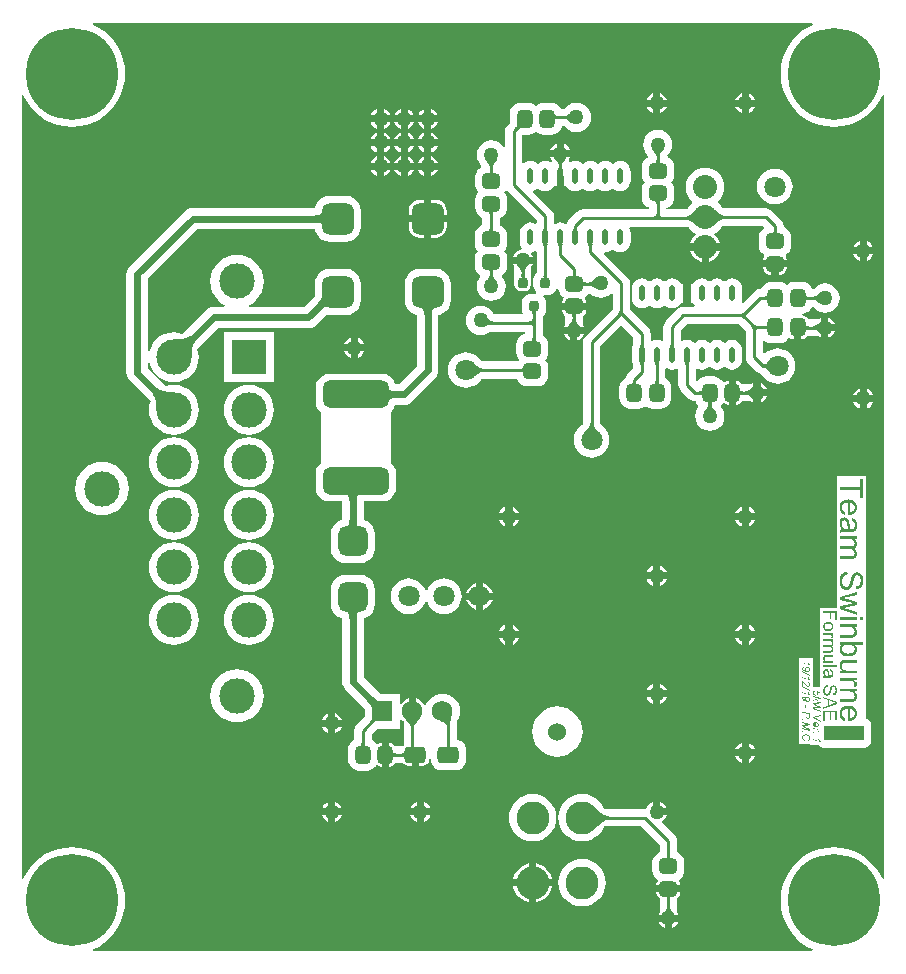
<source format=gtl>
G04*
G04 #@! TF.GenerationSoftware,Altium Limited,Altium Designer,19.1.8 (144)*
G04*
G04 Layer_Physical_Order=1*
G04 Layer_Color=255*
%FSLAX25Y25*%
%MOIN*%
G70*
G01*
G75*
%ADD10C,0.01000*%
%ADD12R,0.13500X0.05000*%
G04:AMPARAMS|DCode=13|XSize=51.18mil|YSize=59.06mil|CornerRadius=12.8mil|HoleSize=0mil|Usage=FLASHONLY|Rotation=90.000|XOffset=0mil|YOffset=0mil|HoleType=Round|Shape=RoundedRectangle|*
%AMROUNDEDRECTD13*
21,1,0.05118,0.03347,0,0,90.0*
21,1,0.02559,0.05906,0,0,90.0*
1,1,0.02559,0.01674,0.01280*
1,1,0.02559,0.01674,-0.01280*
1,1,0.02559,-0.01674,-0.01280*
1,1,0.02559,-0.01674,0.01280*
%
%ADD13ROUNDEDRECTD13*%
G04:AMPARAMS|DCode=14|XSize=51.18mil|YSize=59.06mil|CornerRadius=12.8mil|HoleSize=0mil|Usage=FLASHONLY|Rotation=0.000|XOffset=0mil|YOffset=0mil|HoleType=Round|Shape=RoundedRectangle|*
%AMROUNDEDRECTD14*
21,1,0.05118,0.03347,0,0,0.0*
21,1,0.02559,0.05906,0,0,0.0*
1,1,0.02559,0.01280,-0.01674*
1,1,0.02559,-0.01280,-0.01674*
1,1,0.02559,-0.01280,0.01674*
1,1,0.02559,0.01280,0.01674*
%
%ADD14ROUNDEDRECTD14*%
G04:AMPARAMS|DCode=15|XSize=31.5mil|YSize=35.43mil|CornerRadius=7.87mil|HoleSize=0mil|Usage=FLASHONLY|Rotation=180.000|XOffset=0mil|YOffset=0mil|HoleType=Round|Shape=RoundedRectangle|*
%AMROUNDEDRECTD15*
21,1,0.03150,0.01968,0,0,180.0*
21,1,0.01575,0.03543,0,0,180.0*
1,1,0.01575,-0.00787,0.00984*
1,1,0.01575,0.00787,0.00984*
1,1,0.01575,0.00787,-0.00984*
1,1,0.01575,-0.00787,-0.00984*
%
%ADD15ROUNDEDRECTD15*%
G04:AMPARAMS|DCode=16|XSize=106.3mil|YSize=106.3mil|CornerRadius=26.57mil|HoleSize=0mil|Usage=FLASHONLY|Rotation=180.000|XOffset=0mil|YOffset=0mil|HoleType=Round|Shape=RoundedRectangle|*
%AMROUNDEDRECTD16*
21,1,0.10630,0.05315,0,0,180.0*
21,1,0.05315,0.10630,0,0,180.0*
1,1,0.05315,-0.02657,0.02657*
1,1,0.05315,0.02657,0.02657*
1,1,0.05315,0.02657,-0.02657*
1,1,0.05315,-0.02657,-0.02657*
%
%ADD16ROUNDEDRECTD16*%
%ADD17O,0.02200X0.05200*%
G04:AMPARAMS|DCode=18|XSize=70.87mil|YSize=55.12mil|CornerRadius=13.78mil|HoleSize=0mil|Usage=FLASHONLY|Rotation=0.000|XOffset=0mil|YOffset=0mil|HoleType=Round|Shape=RoundedRectangle|*
%AMROUNDEDRECTD18*
21,1,0.07087,0.02756,0,0,0.0*
21,1,0.04331,0.05512,0,0,0.0*
1,1,0.02756,0.02165,-0.01378*
1,1,0.02756,-0.02165,-0.01378*
1,1,0.02756,-0.02165,0.01378*
1,1,0.02756,0.02165,0.01378*
%
%ADD18ROUNDEDRECTD18*%
G04:AMPARAMS|DCode=19|XSize=90.55mil|YSize=220.47mil|CornerRadius=22.64mil|HoleSize=0mil|Usage=FLASHONLY|Rotation=270.000|XOffset=0mil|YOffset=0mil|HoleType=Round|Shape=RoundedRectangle|*
%AMROUNDEDRECTD19*
21,1,0.09055,0.17520,0,0,270.0*
21,1,0.04528,0.22047,0,0,270.0*
1,1,0.04528,-0.08760,-0.02264*
1,1,0.04528,-0.08760,0.02264*
1,1,0.04528,0.08760,0.02264*
1,1,0.04528,0.08760,-0.02264*
%
%ADD19ROUNDEDRECTD19*%
G04:AMPARAMS|DCode=20|XSize=98.43mil|YSize=98.43mil|CornerRadius=24.61mil|HoleSize=0mil|Usage=FLASHONLY|Rotation=270.000|XOffset=0mil|YOffset=0mil|HoleType=Round|Shape=RoundedRectangle|*
%AMROUNDEDRECTD20*
21,1,0.09843,0.04921,0,0,270.0*
21,1,0.04921,0.09843,0,0,270.0*
1,1,0.04921,-0.02461,-0.02461*
1,1,0.04921,-0.02461,0.02461*
1,1,0.04921,0.02461,0.02461*
1,1,0.04921,0.02461,-0.02461*
%
%ADD20ROUNDEDRECTD20*%
%ADD39C,0.02362*%
%ADD40C,0.30709*%
%ADD41C,0.07087*%
%ADD42C,0.08000*%
%ADD43C,0.11811*%
%ADD44R,0.11811X0.11811*%
%ADD45C,0.06890*%
%ADD46R,0.06890X0.06890*%
%ADD47C,0.06000*%
%ADD48C,0.11024*%
%ADD49C,0.05000*%
G36*
X494961Y419841D02*
X493091Y418919D01*
X491160Y417629D01*
X489414Y416098D01*
X487883Y414352D01*
X486593Y412421D01*
X485565Y410338D01*
X484819Y408139D01*
X484366Y405861D01*
X484214Y403543D01*
X484366Y401226D01*
X484819Y398948D01*
X485565Y396749D01*
X486593Y394666D01*
X487883Y392735D01*
X489414Y390989D01*
X491160Y389458D01*
X493091Y388167D01*
X495174Y387140D01*
X497373Y386394D01*
X499651Y385941D01*
X501968Y385789D01*
X504286Y385941D01*
X506564Y386394D01*
X508763Y387140D01*
X510846Y388167D01*
X512777Y389458D01*
X514523Y390989D01*
X516054Y392735D01*
X517344Y394666D01*
X518267Y396536D01*
X518767Y396420D01*
X518767Y135076D01*
X518267Y134960D01*
X517344Y136830D01*
X516054Y138761D01*
X514523Y140507D01*
X512777Y142038D01*
X510846Y143329D01*
X508763Y144356D01*
X506564Y145102D01*
X504286Y145555D01*
X501968Y145707D01*
X499651Y145555D01*
X497373Y145102D01*
X495174Y144356D01*
X493091Y143329D01*
X491160Y142038D01*
X489414Y140507D01*
X487883Y138761D01*
X486593Y136830D01*
X485565Y134747D01*
X484819Y132548D01*
X484366Y130270D01*
X484214Y127953D01*
X484366Y125635D01*
X484819Y123357D01*
X485565Y121158D01*
X486593Y119076D01*
X487883Y117145D01*
X489414Y115398D01*
X491160Y113867D01*
X493091Y112577D01*
X494961Y111655D01*
X494845Y111155D01*
X255155Y111155D01*
X255039Y111655D01*
X256909Y112577D01*
X258840Y113867D01*
X260586Y115398D01*
X262117Y117145D01*
X263407Y119076D01*
X264435Y121158D01*
X265181Y123357D01*
X265634Y125635D01*
X265786Y127953D01*
X265634Y130270D01*
X265181Y132548D01*
X264435Y134747D01*
X263407Y136830D01*
X262117Y138761D01*
X260586Y140507D01*
X258840Y142038D01*
X256909Y143329D01*
X254826Y144356D01*
X252627Y145102D01*
X250349Y145555D01*
X248031Y145707D01*
X245714Y145555D01*
X243436Y145102D01*
X241237Y144356D01*
X239154Y143329D01*
X237223Y142038D01*
X235477Y140507D01*
X233946Y138761D01*
X232656Y136830D01*
X231733Y134960D01*
X231233Y135076D01*
X231233Y396420D01*
X231733Y396536D01*
X232656Y394666D01*
X233946Y392735D01*
X235477Y390989D01*
X237223Y389458D01*
X239154Y388167D01*
X241237Y387140D01*
X243436Y386394D01*
X245714Y385941D01*
X248031Y385789D01*
X250349Y385941D01*
X252627Y386394D01*
X254826Y387140D01*
X256909Y388167D01*
X258840Y389458D01*
X260586Y390989D01*
X262117Y392735D01*
X263407Y394666D01*
X264435Y396749D01*
X265181Y398948D01*
X265634Y401226D01*
X265786Y403543D01*
X265634Y405861D01*
X265181Y408139D01*
X264435Y410338D01*
X263407Y412421D01*
X262117Y414352D01*
X260586Y416098D01*
X258840Y417629D01*
X256909Y418919D01*
X255039Y419841D01*
X255155Y420341D01*
X494845Y420341D01*
X494961Y419841D01*
D02*
G37*
%LPC*%
G36*
X473622Y397000D02*
Y394882D01*
X475740D01*
X475498Y395466D01*
X474937Y396197D01*
X474206Y396758D01*
X473622Y397000D01*
D02*
G37*
G36*
X471260D02*
X470676Y396758D01*
X469945Y396197D01*
X469384Y395466D01*
X469142Y394882D01*
X471260D01*
Y397000D01*
D02*
G37*
G36*
X444095D02*
Y394882D01*
X446212D01*
X445971Y395466D01*
X445410Y396197D01*
X444678Y396758D01*
X444095Y397000D01*
D02*
G37*
G36*
X441732D02*
X441148Y396758D01*
X440417Y396197D01*
X439856Y395466D01*
X439614Y394882D01*
X441732D01*
Y397000D01*
D02*
G37*
G36*
X416142Y393881D02*
X414872Y393713D01*
X413690Y393224D01*
X412674Y392444D01*
X412228Y391863D01*
X410961D01*
X410909Y391990D01*
X410325Y392750D01*
X409565Y393334D01*
X408679Y393701D01*
X407728Y393826D01*
X405169D01*
X404218Y393701D01*
X403333Y393334D01*
X402709Y392855D01*
X402085Y393334D01*
X401199Y393701D01*
X400248Y393826D01*
X397689D01*
X396739Y393701D01*
X395853Y393334D01*
X395092Y392750D01*
X394508Y391990D01*
X394141Y391104D01*
X394016Y390153D01*
Y387216D01*
X393234Y386434D01*
X392776Y385836D01*
X392487Y385140D01*
X392389Y384392D01*
Y379200D01*
X391889Y379030D01*
X391263Y379846D01*
X390247Y380625D01*
X389065Y381115D01*
X387795Y381282D01*
X386526Y381115D01*
X385343Y380625D01*
X384328Y379846D01*
X383548Y378830D01*
X383058Y377647D01*
X382891Y376378D01*
X383058Y375109D01*
X383548Y373926D01*
X384328Y372910D01*
X384475Y372797D01*
X384400Y372224D01*
X384285Y372177D01*
X383524Y371593D01*
X382941Y370832D01*
X382574Y369946D01*
X382449Y368996D01*
Y366437D01*
X382574Y365486D01*
X382941Y364600D01*
X383419Y363976D01*
X382941Y363352D01*
X382574Y362466D01*
X382449Y361516D01*
Y358957D01*
X382574Y358006D01*
X382941Y357120D01*
X383524Y356359D01*
X384285Y355776D01*
X384805Y355560D01*
Y352994D01*
X384182Y352736D01*
X383421Y352152D01*
X382838Y351392D01*
X382471Y350506D01*
X382346Y349555D01*
Y346996D01*
X382471Y346045D01*
X382838Y345159D01*
X383316Y344535D01*
X382838Y343912D01*
X382471Y343026D01*
X382346Y342075D01*
Y339516D01*
X382471Y338565D01*
X382838Y337679D01*
X383421Y336919D01*
X383989Y336483D01*
X384107Y335932D01*
X384088Y335833D01*
X383548Y335129D01*
X383058Y333946D01*
X382891Y332677D01*
X383058Y331408D01*
X383548Y330225D01*
X384328Y329209D01*
X385343Y328430D01*
X386526Y327940D01*
X387795Y327773D01*
X389065Y327940D01*
X390247Y328430D01*
X391263Y329209D01*
X392042Y330225D01*
X392532Y331408D01*
X392699Y332677D01*
X392532Y333946D01*
X392042Y335129D01*
X391438Y335917D01*
X391436Y335920D01*
X391481Y336513D01*
X391519Y336578D01*
X391963Y336919D01*
X392547Y337679D01*
X392914Y338565D01*
X393039Y339516D01*
Y342075D01*
X392914Y343026D01*
X392547Y343912D01*
X392068Y344535D01*
X392547Y345159D01*
X392914Y346045D01*
X393039Y346996D01*
Y349555D01*
X392914Y350506D01*
X392547Y351392D01*
X391963Y352152D01*
X391202Y352736D01*
X390579Y352994D01*
Y355475D01*
X391305Y355776D01*
X392066Y356359D01*
X392650Y357120D01*
X393017Y358006D01*
X393142Y358957D01*
Y361516D01*
X393017Y362466D01*
X392650Y363352D01*
X392171Y363976D01*
X392586Y364517D01*
X393134Y364624D01*
X393234Y364494D01*
X402893Y354836D01*
Y353744D01*
X402393Y353512D01*
X401683Y353806D01*
X400779Y353925D01*
X399876Y353806D01*
X399033Y353457D01*
X398310Y352902D01*
X397755Y352179D01*
X397406Y351337D01*
X397288Y350433D01*
Y347433D01*
X397406Y346529D01*
X397755Y345687D01*
X397976Y345400D01*
X397755Y344867D01*
X397366Y344815D01*
X396514Y344463D01*
X395783Y343902D01*
X395222Y343171D01*
X394980Y342587D01*
X401579D01*
X401337Y343171D01*
X401100Y343479D01*
X401321Y344012D01*
X401683Y344060D01*
X402393Y344354D01*
X402893Y344123D01*
Y337249D01*
X402746Y337136D01*
X402241Y336478D01*
X401924Y335712D01*
X401815Y334890D01*
Y332921D01*
X401924Y332099D01*
X402241Y331333D01*
X402732Y330693D01*
X402720Y330610D01*
X402553Y330192D01*
X401252D01*
X400430Y330084D01*
X399664Y329767D01*
X399006Y329262D01*
X398501Y328604D01*
X398183Y327838D01*
X398075Y327016D01*
Y325047D01*
X398183Y324225D01*
X398335Y323859D01*
X398001Y323359D01*
X388645D01*
X388499Y323712D01*
X387720Y324728D01*
X386704Y325507D01*
X385521Y325997D01*
X384252Y326164D01*
X382983Y325997D01*
X381800Y325507D01*
X380784Y324728D01*
X380005Y323712D01*
X379515Y322529D01*
X379348Y321260D01*
X379515Y319990D01*
X380005Y318808D01*
X380784Y317792D01*
X381800Y317013D01*
X382983Y316523D01*
X384252Y316356D01*
X385521Y316523D01*
X386704Y317013D01*
X387451Y317585D01*
X399152D01*
Y316726D01*
X398848Y316686D01*
X397962Y316319D01*
X397201Y315735D01*
X396617Y314974D01*
X396250Y314088D01*
X396125Y313138D01*
Y310579D01*
X396250Y309628D01*
X396617Y308742D01*
X397096Y308118D01*
X396725Y307635D01*
X384460D01*
X384241Y308045D01*
X383503Y308944D01*
X382604Y309682D01*
X381578Y310230D01*
X380465Y310568D01*
X379307Y310682D01*
X378149Y310568D01*
X377036Y310230D01*
X376010Y309682D01*
X375111Y308944D01*
X374373Y308045D01*
X373825Y307019D01*
X373487Y305906D01*
X373373Y304748D01*
X373487Y303590D01*
X373825Y302477D01*
X374373Y301451D01*
X375111Y300552D01*
X376010Y299814D01*
X377036Y299266D01*
X378149Y298928D01*
X379307Y298814D01*
X380465Y298928D01*
X381578Y299266D01*
X382604Y299814D01*
X383503Y300552D01*
X384241Y301451D01*
X384460Y301861D01*
X396369D01*
X396617Y301262D01*
X397201Y300501D01*
X397962Y299918D01*
X398848Y299551D01*
X399798Y299426D01*
X403145D01*
X404096Y299551D01*
X404982Y299918D01*
X405743Y300501D01*
X406326Y301262D01*
X406693Y302148D01*
X406818Y303099D01*
Y305658D01*
X406693Y306608D01*
X406326Y307494D01*
X405847Y308118D01*
X406326Y308742D01*
X406693Y309628D01*
X406818Y310579D01*
Y313138D01*
X406693Y314088D01*
X406326Y314974D01*
X405743Y315735D01*
X404982Y316319D01*
X404926Y316342D01*
Y320472D01*
Y322688D01*
X405073Y322801D01*
X405578Y323459D01*
X405895Y324225D01*
X406004Y325047D01*
Y327016D01*
X405895Y327838D01*
X405578Y328604D01*
X405087Y329244D01*
X405099Y329327D01*
X405266Y329745D01*
X406567D01*
X407389Y329853D01*
X408155Y330170D01*
X408813Y330675D01*
X409318Y331333D01*
X409635Y332099D01*
X410126Y332024D01*
X410236Y331187D01*
X410603Y330301D01*
X411187Y329540D01*
X411751Y329108D01*
X411947Y328957D01*
X411866Y328449D01*
X411637Y328106D01*
X411460Y327217D01*
Y327118D01*
X415457D01*
X419455D01*
Y327217D01*
X419278Y328106D01*
X419049Y328449D01*
X418968Y328957D01*
X419165Y329108D01*
X419728Y329540D01*
X420172Y330119D01*
X420692Y330187D01*
X420793Y330156D01*
X421761Y329414D01*
X422943Y328924D01*
X424213Y328757D01*
X425482Y328924D01*
X426665Y329414D01*
X427680Y330194D01*
X427742Y330274D01*
X428216Y330113D01*
Y325015D01*
X419218Y316018D01*
X418760Y315420D01*
X418471Y314723D01*
X418373Y313976D01*
Y286649D01*
X417963Y286430D01*
X417064Y285692D01*
X416326Y284793D01*
X415777Y283767D01*
X415440Y282654D01*
X415326Y281496D01*
X415440Y280338D01*
X415777Y279225D01*
X416326Y278199D01*
X417064Y277300D01*
X417963Y276562D01*
X418989Y276014D01*
X420102Y275676D01*
X421260Y275562D01*
X422417Y275676D01*
X423531Y276014D01*
X424557Y276562D01*
X425456Y277300D01*
X426194Y278199D01*
X426742Y279225D01*
X427080Y280338D01*
X427194Y281496D01*
X427080Y282654D01*
X426742Y283767D01*
X426194Y284793D01*
X425456Y285692D01*
X424557Y286430D01*
X424147Y286649D01*
Y312780D01*
X431102Y319736D01*
X435160Y315678D01*
Y313267D01*
X435023Y313088D01*
X434674Y312246D01*
X434555Y311343D01*
Y308343D01*
X434674Y307439D01*
X435023Y306596D01*
X435160Y306417D01*
Y305385D01*
X433392Y303616D01*
X432933Y303019D01*
X432645Y302322D01*
X432633Y302229D01*
X432317Y302099D01*
X431557Y301515D01*
X430973Y300754D01*
X430606Y299868D01*
X430481Y298918D01*
Y295571D01*
X430606Y294620D01*
X430973Y293734D01*
X431557Y292973D01*
X432317Y292390D01*
X433203Y292023D01*
X434154Y291897D01*
X436713D01*
X437664Y292023D01*
X438550Y292390D01*
X439173Y292868D01*
X439797Y292390D01*
X440683Y292023D01*
X441634Y291897D01*
X444193D01*
X445144Y292023D01*
X446030Y292390D01*
X446790Y292973D01*
X447374Y293734D01*
X447741Y294620D01*
X447866Y295571D01*
Y298918D01*
X447741Y299868D01*
X447374Y300754D01*
X446790Y301515D01*
X446030Y302099D01*
X445867Y302166D01*
Y305099D01*
X446367Y305291D01*
X447143Y304969D01*
X448047Y304850D01*
X448951Y304969D01*
X449660Y305263D01*
X450160Y305032D01*
Y299905D01*
X450259Y299158D01*
X450547Y298462D01*
X451006Y297864D01*
X453667Y295203D01*
X453667Y295203D01*
X454265Y294744D01*
X454961Y294456D01*
X455709Y294357D01*
X455709Y294357D01*
X455911D01*
X456169Y293734D01*
X456753Y292973D01*
X456796Y292941D01*
X456861Y292445D01*
X456383Y291822D01*
X455893Y290639D01*
X455726Y289370D01*
X455893Y288101D01*
X456383Y286918D01*
X457162Y285902D01*
X458178Y285123D01*
X459361Y284633D01*
X460630Y284466D01*
X461899Y284633D01*
X463082Y285123D01*
X464098Y285902D01*
X464877Y286918D01*
X465367Y288101D01*
X465534Y289370D01*
X465367Y290639D01*
X464877Y291822D01*
X464399Y292445D01*
X464464Y292941D01*
X464507Y292973D01*
X464939Y293537D01*
X465091Y293734D01*
X465598Y293653D01*
X465941Y293423D01*
X466830Y293246D01*
X466929D01*
Y297244D01*
Y301242D01*
X466830D01*
X465941Y301065D01*
X465598Y300836D01*
X465091Y300754D01*
X464939Y300951D01*
X464507Y301515D01*
X463746Y302099D01*
X462860Y302466D01*
X461909Y302591D01*
X459350D01*
X458400Y302466D01*
X457514Y302099D01*
X456753Y301515D01*
X456449Y301118D01*
X456382Y301114D01*
X455934Y301269D01*
Y305032D01*
X456434Y305263D01*
X457143Y304969D01*
X458047Y304850D01*
X458951Y304969D01*
X459793Y305318D01*
X460158Y305598D01*
X460547Y305853D01*
X460936Y305598D01*
X461301Y305318D01*
X462143Y304969D01*
X463047Y304850D01*
X463951Y304969D01*
X464793Y305318D01*
X465159Y305598D01*
X465547Y305853D01*
X465936Y305598D01*
X466301Y305318D01*
X467143Y304969D01*
X468047Y304850D01*
X468951Y304969D01*
X469793Y305318D01*
X470516Y305873D01*
X471071Y306596D01*
X471420Y307439D01*
X471539Y308343D01*
Y311343D01*
X471420Y312246D01*
X471071Y313088D01*
X470516Y313812D01*
X469793Y314367D01*
X468951Y314716D01*
X468047Y314835D01*
X467143Y314716D01*
X466301Y314367D01*
X465936Y314087D01*
X465547Y313832D01*
X465159Y314087D01*
X464793Y314367D01*
X463951Y314716D01*
X463047Y314835D01*
X462143Y314716D01*
X461301Y314367D01*
X460936Y314087D01*
X460547Y313832D01*
X460158Y314087D01*
X459793Y314367D01*
X458951Y314716D01*
X458047Y314835D01*
X457143Y314716D01*
X456301Y314367D01*
X455936Y314087D01*
X455547Y313832D01*
X455159Y314087D01*
X454793Y314367D01*
X453951Y314716D01*
X453047Y314835D01*
X452143Y314716D01*
X451434Y314422D01*
X450934Y314653D01*
Y317914D01*
X453071Y320051D01*
X470364D01*
X472610Y317805D01*
Y308952D01*
X472708Y308205D01*
X472997Y307508D01*
X473455Y306911D01*
X476305Y304061D01*
X476305Y304061D01*
X476903Y303602D01*
X477599Y303314D01*
X478097Y303248D01*
X478334Y302805D01*
X479072Y301906D01*
X479971Y301168D01*
X480997Y300620D01*
X482110Y300282D01*
X483268Y300168D01*
X484425Y300282D01*
X485539Y300620D01*
X486564Y301168D01*
X487464Y301906D01*
X488202Y302805D01*
X488750Y303832D01*
X489088Y304945D01*
X489202Y306102D01*
X489088Y307260D01*
X488750Y308373D01*
X488202Y309399D01*
X487464Y310298D01*
X486564Y311036D01*
X485539Y311585D01*
X484425Y311922D01*
X483268Y312036D01*
X482110Y311922D01*
X480997Y311585D01*
X479971Y311036D01*
X479072Y310298D01*
X478526Y310387D01*
X478384Y310511D01*
Y314305D01*
X478884Y314551D01*
X479412Y314146D01*
X480298Y313779D01*
X481248Y313654D01*
X483807D01*
X484758Y313779D01*
X485644Y314146D01*
X486405Y314730D01*
X486837Y315294D01*
X486988Y315491D01*
X487496Y315409D01*
X487839Y315180D01*
X488728Y315003D01*
X488827D01*
Y319001D01*
X491189D01*
Y315003D01*
X491287D01*
X492177Y315180D01*
X492931Y315684D01*
X493149Y316011D01*
X497029D01*
X497251Y315840D01*
X497835Y315599D01*
Y318898D01*
Y322197D01*
X497251Y321955D01*
X497029Y321784D01*
X493287D01*
X492931Y322318D01*
X492177Y322821D01*
X491287Y322998D01*
Y323497D01*
X492238Y323622D01*
X493124Y323989D01*
X493885Y324572D01*
X494468Y325333D01*
X494648Y325766D01*
X495146Y325797D01*
X495548Y325272D01*
X496564Y324493D01*
X497747Y324003D01*
X499016Y323836D01*
X500285Y324003D01*
X501468Y324493D01*
X502484Y325272D01*
X503263Y326288D01*
X503753Y327471D01*
X503920Y328740D01*
X503753Y330009D01*
X503263Y331192D01*
X502484Y332208D01*
X501468Y332987D01*
X500285Y333477D01*
X499016Y333644D01*
X497747Y333477D01*
X496564Y332987D01*
X495548Y332208D01*
X495231Y331795D01*
X494681Y331840D01*
X494468Y332353D01*
X493885Y333114D01*
X493124Y333698D01*
X492238Y334065D01*
X491287Y334190D01*
X488728D01*
X487778Y334065D01*
X486892Y333698D01*
X486268Y333219D01*
X485644Y333698D01*
X484758Y334065D01*
X483807Y334190D01*
X481248D01*
X480298Y334065D01*
X479412Y333698D01*
X478651Y333114D01*
X478067Y332353D01*
X477809Y331730D01*
X477465D01*
X476718Y331632D01*
X476022Y331343D01*
X475424Y330885D01*
X475424Y330885D01*
X471616Y327076D01*
X471192Y327360D01*
X471420Y327911D01*
X471539Y328815D01*
Y331815D01*
X471420Y332719D01*
X471071Y333561D01*
X470516Y334284D01*
X469793Y334839D01*
X468951Y335188D01*
X468047Y335307D01*
X467143Y335188D01*
X466301Y334839D01*
X465936Y334559D01*
X465547Y334304D01*
X465159Y334559D01*
X464793Y334839D01*
X463951Y335188D01*
X463047Y335307D01*
X462143Y335188D01*
X461301Y334839D01*
X460936Y334559D01*
X460547Y334304D01*
X460158Y334559D01*
X459793Y334839D01*
X458951Y335188D01*
X458047Y335307D01*
X457143Y335188D01*
X456301Y334839D01*
X455578Y334284D01*
X455023Y333561D01*
X455000Y333504D01*
X454424Y333421D01*
X454228Y333551D01*
Y330315D01*
Y327079D01*
X454424Y327209D01*
X455000Y327126D01*
X455023Y327069D01*
X455578Y326346D01*
X455640Y326298D01*
X455479Y325825D01*
X451875D01*
X451128Y325726D01*
X450431Y325438D01*
X449833Y324979D01*
X446006Y321152D01*
X445547Y320554D01*
X445259Y319857D01*
X445160Y319110D01*
Y314653D01*
X444660Y314422D01*
X443951Y314716D01*
X443047Y314835D01*
X442143Y314716D01*
X441434Y314422D01*
X440934Y314653D01*
Y316874D01*
X440836Y317621D01*
X440547Y318318D01*
X440089Y318915D01*
X440089Y318915D01*
X433989Y325015D01*
Y333661D01*
X433989Y333661D01*
X433891Y334409D01*
X433603Y335105D01*
X433144Y335703D01*
X433144Y335703D01*
X425354Y343493D01*
X425587Y343966D01*
X425779Y343941D01*
X426683Y344060D01*
X427526Y344409D01*
X427891Y344689D01*
X428279Y344944D01*
X428668Y344689D01*
X429034Y344409D01*
X429876Y344060D01*
X430780Y343941D01*
X431683Y344060D01*
X432526Y344409D01*
X433249Y344964D01*
X433804Y345687D01*
X434153Y346529D01*
X434272Y347433D01*
Y350433D01*
X434153Y351337D01*
X433870Y352019D01*
X434118Y352519D01*
X453590D01*
X453764Y352193D01*
X454559Y351224D01*
X455528Y350429D01*
X455972Y350192D01*
X456012Y349694D01*
X455513Y349311D01*
X454712Y348266D01*
X454208Y347050D01*
X454192Y346926D01*
X459080D01*
X463967D01*
X463951Y347050D01*
X463447Y348266D01*
X462646Y349311D01*
X462147Y349694D01*
X462187Y350192D01*
X462631Y350429D01*
X463600Y351224D01*
X464395Y352193D01*
X464750Y352858D01*
X478244D01*
X478630Y352472D01*
X478569Y351826D01*
X478112Y351475D01*
X477528Y350714D01*
X477161Y349828D01*
X477036Y348878D01*
Y346319D01*
X477161Y345368D01*
X477528Y344482D01*
X478112Y343722D01*
X478676Y343289D01*
X478873Y343138D01*
X478791Y342630D01*
X478562Y342287D01*
X478385Y341398D01*
Y341299D01*
X482383D01*
X486380D01*
Y341398D01*
X486203Y342287D01*
X485974Y342630D01*
X485893Y343138D01*
X486090Y343289D01*
X486654Y343722D01*
X487237Y344482D01*
X487604Y345368D01*
X487729Y346319D01*
Y348878D01*
X487604Y349828D01*
X487237Y350714D01*
X486654Y351475D01*
X485893Y352059D01*
X485270Y352317D01*
Y352802D01*
X485171Y353550D01*
X484883Y354246D01*
X484424Y354844D01*
X481482Y357786D01*
X480884Y358245D01*
X480187Y358533D01*
X479440Y358632D01*
X464750D01*
X464395Y359297D01*
X463600Y360265D01*
X463320Y360495D01*
Y360995D01*
X463600Y361224D01*
X464395Y362193D01*
X464986Y363298D01*
X465350Y364498D01*
X465473Y365745D01*
X465350Y366992D01*
X464986Y368191D01*
X464395Y369297D01*
X463600Y370265D01*
X462631Y371060D01*
X461526Y371651D01*
X460327Y372015D01*
X459080Y372138D01*
X457832Y372015D01*
X456633Y371651D01*
X455528Y371060D01*
X454559Y370265D01*
X453764Y369297D01*
X453173Y368191D01*
X452809Y366992D01*
X452687Y365745D01*
X452809Y364498D01*
X453173Y363298D01*
X453764Y362193D01*
X454559Y361224D01*
X454839Y360995D01*
Y360495D01*
X454559Y360265D01*
X453764Y359297D01*
X453227Y358292D01*
X446166D01*
Y358857D01*
X446893Y359158D01*
X447653Y359741D01*
X448237Y360502D01*
X448604Y361388D01*
X448729Y362339D01*
Y364898D01*
X448604Y365848D01*
X448237Y366734D01*
X447758Y367358D01*
X448237Y367982D01*
X448604Y368868D01*
X448729Y369819D01*
Y372378D01*
X448604Y373328D01*
X448237Y374214D01*
X447653Y374975D01*
X446893Y375559D01*
X446588Y375685D01*
X446512Y376257D01*
X446747Y376438D01*
X447527Y377453D01*
X448017Y378636D01*
X448184Y379906D01*
X448017Y381175D01*
X447527Y382358D01*
X446747Y383373D01*
X445732Y384153D01*
X444549Y384643D01*
X443280Y384810D01*
X442010Y384643D01*
X440828Y384153D01*
X439812Y383373D01*
X439032Y382358D01*
X438543Y381175D01*
X438375Y379906D01*
X438543Y378636D01*
X439032Y377453D01*
X439812Y376438D01*
X440119Y376202D01*
X440044Y375630D01*
X439873Y375559D01*
X439112Y374975D01*
X438528Y374214D01*
X438161Y373328D01*
X438036Y372378D01*
Y369819D01*
X438161Y368868D01*
X438528Y367982D01*
X439007Y367358D01*
X438528Y366734D01*
X438161Y365848D01*
X438036Y364898D01*
Y362339D01*
X438161Y361388D01*
X438528Y360502D01*
X439112Y359741D01*
X439873Y359158D01*
X440393Y358942D01*
Y358292D01*
X418280D01*
X417532Y358194D01*
X416836Y357906D01*
X416238Y357447D01*
X416238Y357447D01*
X413738Y354947D01*
X413279Y354349D01*
X413015Y353712D01*
X412784Y353570D01*
X412464Y353483D01*
X411683Y353806D01*
X410779Y353925D01*
X409876Y353806D01*
X409166Y353512D01*
X408666Y353744D01*
Y356031D01*
X408666Y356031D01*
X408568Y356779D01*
X408280Y357475D01*
X407821Y358073D01*
X401823Y364071D01*
X401956Y364645D01*
X402526Y364881D01*
X402891Y365161D01*
X403279Y365416D01*
X403668Y365161D01*
X404034Y364881D01*
X404876Y364532D01*
X405780Y364413D01*
X406683Y364532D01*
X407526Y364881D01*
X408249Y365436D01*
X408804Y366160D01*
X408827Y366216D01*
X409403Y366300D01*
X409598Y366169D01*
Y369406D01*
X411961D01*
Y366169D01*
X412156Y366300D01*
X412732Y366216D01*
X412755Y366160D01*
X413310Y365436D01*
X414034Y364881D01*
X414876Y364532D01*
X415779Y364413D01*
X416683Y364532D01*
X417526Y364881D01*
X417891Y365161D01*
X418280Y365416D01*
X418668Y365161D01*
X419033Y364881D01*
X419876Y364532D01*
X420780Y364413D01*
X421683Y364532D01*
X422526Y364881D01*
X422891Y365161D01*
X423279Y365416D01*
X423668Y365161D01*
X424033Y364881D01*
X424876Y364532D01*
X425779Y364413D01*
X426683Y364532D01*
X427526Y364881D01*
X427891Y365161D01*
X428279Y365416D01*
X428668Y365161D01*
X429034Y364881D01*
X429876Y364532D01*
X430780Y364413D01*
X431683Y364532D01*
X432526Y364881D01*
X433249Y365436D01*
X433804Y366160D01*
X434153Y367002D01*
X434272Y367905D01*
Y370905D01*
X434153Y371809D01*
X433804Y372652D01*
X433249Y373375D01*
X432526Y373930D01*
X431683Y374279D01*
X430780Y374398D01*
X429876Y374279D01*
X429034Y373930D01*
X428668Y373650D01*
X428279Y373395D01*
X427891Y373650D01*
X427526Y373930D01*
X426683Y374279D01*
X425779Y374398D01*
X424876Y374279D01*
X424033Y373930D01*
X423668Y373650D01*
X423279Y373395D01*
X422891Y373650D01*
X422526Y373930D01*
X421683Y374279D01*
X420780Y374398D01*
X419876Y374279D01*
X419033Y373930D01*
X418668Y373650D01*
X418280Y373395D01*
X417891Y373650D01*
X417526Y373930D01*
X416683Y374279D01*
X415779Y374398D01*
X414876Y374279D01*
X414166Y373985D01*
X413666Y374216D01*
Y374918D01*
X413837Y375140D01*
X414079Y375724D01*
X407480D01*
X407722Y375140D01*
X407893Y374918D01*
Y374216D01*
X407393Y373985D01*
X406683Y374279D01*
X405780Y374398D01*
X404876Y374279D01*
X404034Y373930D01*
X403668Y373650D01*
X403279Y373395D01*
X402891Y373650D01*
X402526Y373930D01*
X401683Y374279D01*
X400779Y374398D01*
X399876Y374279D01*
X399033Y373930D01*
X398662Y373645D01*
X398163Y373892D01*
Y383133D01*
X400248D01*
X401199Y383258D01*
X402085Y383625D01*
X402709Y384104D01*
X403333Y383625D01*
X404218Y383258D01*
X405169Y383133D01*
X407728D01*
X408679Y383258D01*
X409565Y383625D01*
X410325Y384209D01*
X410909Y384969D01*
X411276Y385855D01*
X411307Y386089D01*
X412228D01*
X412674Y385509D01*
X413690Y384729D01*
X414872Y384239D01*
X416142Y384072D01*
X417411Y384239D01*
X418594Y384729D01*
X419609Y385509D01*
X420389Y386524D01*
X420879Y387707D01*
X421046Y388976D01*
X420879Y390246D01*
X420389Y391428D01*
X419609Y392444D01*
X418594Y393224D01*
X417411Y393713D01*
X416142Y393881D01*
D02*
G37*
G36*
X475740Y392520D02*
X473622D01*
Y390402D01*
X474206Y390644D01*
X474937Y391205D01*
X475498Y391936D01*
X475740Y392520D01*
D02*
G37*
G36*
X471260D02*
X469142D01*
X469384Y391936D01*
X469945Y391205D01*
X470676Y390644D01*
X471260Y390402D01*
Y392520D01*
D02*
G37*
G36*
X446212D02*
X444095D01*
Y390402D01*
X444678Y390644D01*
X445410Y391205D01*
X445971Y391936D01*
X446212Y392520D01*
D02*
G37*
G36*
X441732D02*
X439614D01*
X439856Y391936D01*
X440417Y391205D01*
X441148Y390644D01*
X441732Y390402D01*
Y392520D01*
D02*
G37*
G36*
X367823Y391775D02*
Y389657D01*
X369941D01*
X369699Y390242D01*
X369138Y390973D01*
X368407Y391534D01*
X367823Y391775D01*
D02*
G37*
G36*
X365461D02*
X364877Y391534D01*
X364145Y390973D01*
X363584Y390242D01*
X363343Y389657D01*
X365461D01*
Y391775D01*
D02*
G37*
G36*
X359949D02*
Y389657D01*
X362067D01*
X361825Y390242D01*
X361264Y390973D01*
X360533Y391534D01*
X359949Y391775D01*
D02*
G37*
G36*
X357587D02*
X357003Y391534D01*
X356272Y390973D01*
X355711Y390242D01*
X355469Y389657D01*
X357587D01*
Y391775D01*
D02*
G37*
G36*
X352075D02*
Y389657D01*
X354193D01*
X353951Y390242D01*
X353390Y390973D01*
X352659Y391534D01*
X352075Y391775D01*
D02*
G37*
G36*
X349713D02*
X349129Y391534D01*
X348397Y390973D01*
X347836Y390242D01*
X347595Y389657D01*
X349713D01*
Y391775D01*
D02*
G37*
G36*
X369941Y387295D02*
X367823D01*
Y385177D01*
X368407Y385419D01*
X369138Y385980D01*
X369699Y386711D01*
X369941Y387295D01*
D02*
G37*
G36*
X365461D02*
X363343D01*
X363584Y386711D01*
X364145Y385980D01*
X364877Y385419D01*
X365461Y385177D01*
Y387295D01*
D02*
G37*
G36*
X362067D02*
X359949D01*
Y385177D01*
X360533Y385419D01*
X361264Y385980D01*
X361825Y386711D01*
X362067Y387295D01*
D02*
G37*
G36*
X357587D02*
X355469D01*
X355711Y386711D01*
X356272Y385980D01*
X357003Y385419D01*
X357587Y385177D01*
Y387295D01*
D02*
G37*
G36*
X354193D02*
X352075D01*
Y385177D01*
X352659Y385419D01*
X353390Y385980D01*
X353951Y386711D01*
X354193Y387295D01*
D02*
G37*
G36*
X349713D02*
X347595D01*
X347836Y386711D01*
X348397Y385980D01*
X349129Y385419D01*
X349713Y385177D01*
Y387295D01*
D02*
G37*
G36*
X367823Y383902D02*
Y381784D01*
X369941D01*
X369699Y382367D01*
X369138Y383099D01*
X368407Y383660D01*
X367823Y383902D01*
D02*
G37*
G36*
X365461D02*
X364877Y383660D01*
X364145Y383099D01*
X363584Y382367D01*
X363343Y381784D01*
X365461D01*
Y383902D01*
D02*
G37*
G36*
X359949D02*
Y381784D01*
X362067D01*
X361825Y382367D01*
X361264Y383099D01*
X360533Y383660D01*
X359949Y383902D01*
D02*
G37*
G36*
X357587D02*
X357003Y383660D01*
X356272Y383099D01*
X355711Y382367D01*
X355469Y381784D01*
X357587D01*
Y383902D01*
D02*
G37*
G36*
X352075D02*
Y381784D01*
X354193D01*
X353951Y382367D01*
X353390Y383099D01*
X352659Y383660D01*
X352075Y383902D01*
D02*
G37*
G36*
X349713D02*
X349129Y383660D01*
X348397Y383099D01*
X347836Y382367D01*
X347595Y381784D01*
X349713D01*
Y383902D01*
D02*
G37*
G36*
X411961Y380205D02*
Y378087D01*
X414079D01*
X413837Y378671D01*
X413276Y379402D01*
X412545Y379963D01*
X411961Y380205D01*
D02*
G37*
G36*
X409598D02*
X409014Y379963D01*
X408283Y379402D01*
X407722Y378671D01*
X407480Y378087D01*
X409598D01*
Y380205D01*
D02*
G37*
G36*
X369941Y379421D02*
X367823D01*
Y377303D01*
X368407Y377545D01*
X369138Y378106D01*
X369699Y378837D01*
X369941Y379421D01*
D02*
G37*
G36*
X365461D02*
X363343D01*
X363584Y378837D01*
X364145Y378106D01*
X364877Y377545D01*
X365461Y377303D01*
Y379421D01*
D02*
G37*
G36*
X362067D02*
X359949D01*
Y377303D01*
X360533Y377545D01*
X361264Y378106D01*
X361825Y378837D01*
X362067Y379421D01*
D02*
G37*
G36*
X357587D02*
X355469D01*
X355711Y378837D01*
X356272Y378106D01*
X357003Y377545D01*
X357587Y377303D01*
Y379421D01*
D02*
G37*
G36*
X354193D02*
X352075D01*
Y377303D01*
X352659Y377545D01*
X353390Y378106D01*
X353951Y378837D01*
X354193Y379421D01*
D02*
G37*
G36*
X349713D02*
X347595D01*
X347836Y378837D01*
X348397Y378106D01*
X349129Y377545D01*
X349713Y377303D01*
Y379421D01*
D02*
G37*
G36*
X367823Y376027D02*
Y373909D01*
X369941D01*
X369699Y374493D01*
X369138Y375225D01*
X368407Y375786D01*
X367823Y376027D01*
D02*
G37*
G36*
X365461D02*
X364877Y375786D01*
X364145Y375225D01*
X363584Y374493D01*
X363343Y373909D01*
X365461D01*
Y376027D01*
D02*
G37*
G36*
X359949D02*
Y373909D01*
X362067D01*
X361825Y374493D01*
X361264Y375225D01*
X360533Y375786D01*
X359949Y376027D01*
D02*
G37*
G36*
X357587D02*
X357003Y375786D01*
X356272Y375225D01*
X355711Y374493D01*
X355469Y373909D01*
X357587D01*
Y376027D01*
D02*
G37*
G36*
X352075D02*
Y373909D01*
X354193D01*
X353951Y374493D01*
X353390Y375225D01*
X352659Y375786D01*
X352075Y376027D01*
D02*
G37*
G36*
X349713D02*
X349129Y375786D01*
X348397Y375225D01*
X347836Y374493D01*
X347595Y373909D01*
X349713D01*
Y376027D01*
D02*
G37*
G36*
X369941Y371547D02*
X367823D01*
Y369429D01*
X368407Y369671D01*
X369138Y370232D01*
X369699Y370963D01*
X369941Y371547D01*
D02*
G37*
G36*
X365461D02*
X363343D01*
X363584Y370963D01*
X364145Y370232D01*
X364877Y369671D01*
X365461Y369429D01*
Y371547D01*
D02*
G37*
G36*
X362067D02*
X359949D01*
Y369429D01*
X360533Y369671D01*
X361264Y370232D01*
X361825Y370963D01*
X362067Y371547D01*
D02*
G37*
G36*
X357587D02*
X355469D01*
X355711Y370963D01*
X356272Y370232D01*
X357003Y369671D01*
X357587Y369429D01*
Y371547D01*
D02*
G37*
G36*
X354193D02*
X352075D01*
Y369429D01*
X352659Y369671D01*
X353390Y370232D01*
X353951Y370963D01*
X354193Y371547D01*
D02*
G37*
G36*
X349713D02*
X347595D01*
X347836Y370963D01*
X348397Y370232D01*
X349129Y369671D01*
X349713Y369429D01*
Y371547D01*
D02*
G37*
G36*
X482279Y371840D02*
X481122Y371726D01*
X480009Y371388D01*
X478983Y370840D01*
X478084Y370101D01*
X477346Y369202D01*
X476797Y368176D01*
X476460Y367063D01*
X476345Y365905D01*
X476460Y364748D01*
X476797Y363635D01*
X477346Y362609D01*
X478084Y361709D01*
X478983Y360971D01*
X480009Y360423D01*
X481122Y360085D01*
X482279Y359971D01*
X483437Y360085D01*
X484550Y360423D01*
X485576Y360971D01*
X486476Y361709D01*
X487214Y362609D01*
X487762Y363635D01*
X488100Y364748D01*
X488214Y365905D01*
X488100Y367063D01*
X487762Y368176D01*
X487214Y369202D01*
X486476Y370101D01*
X485576Y370840D01*
X484550Y371388D01*
X483437Y371726D01*
X482279Y371840D01*
D02*
G37*
G36*
X369272Y361543D02*
X367795D01*
Y356378D01*
X372961D01*
Y357854D01*
X372835Y358809D01*
X372466Y359699D01*
X371880Y360463D01*
X371116Y361049D01*
X370226Y361418D01*
X369272Y361543D01*
D02*
G37*
G36*
X365433D02*
X363957D01*
X363002Y361418D01*
X362112Y361049D01*
X361348Y360463D01*
X360762Y359699D01*
X360393Y358809D01*
X360268Y357854D01*
Y356378D01*
X365433D01*
Y361543D01*
D02*
G37*
G36*
X372961Y354016D02*
X367795D01*
Y348850D01*
X369272D01*
X370226Y348976D01*
X371116Y349345D01*
X371880Y349931D01*
X372466Y350695D01*
X372835Y351585D01*
X372961Y352539D01*
Y354016D01*
D02*
G37*
G36*
X365433D02*
X360268D01*
Y352539D01*
X360393Y351585D01*
X360762Y350695D01*
X361348Y349931D01*
X362112Y349345D01*
X363002Y348976D01*
X363957Y348850D01*
X365433D01*
Y354016D01*
D02*
G37*
G36*
X339272Y362917D02*
X333957D01*
X332646Y362745D01*
X331425Y362239D01*
X330377Y361434D01*
X329572Y360386D01*
X329066Y359165D01*
X329014Y358771D01*
X288268D01*
X287343Y358649D01*
X286481Y358292D01*
X285741Y357724D01*
X267158Y339141D01*
X266590Y338401D01*
X266233Y337539D01*
X266111Y336614D01*
Y303866D01*
X266233Y302941D01*
X266590Y302079D01*
X267158Y301339D01*
X274211Y294286D01*
X273868Y293156D01*
X273708Y291535D01*
X273868Y289915D01*
X274340Y288356D01*
X275108Y286920D01*
X276141Y285661D01*
X277400Y284628D01*
X278836Y283860D01*
X280395Y283387D01*
X282016Y283228D01*
X283636Y283387D01*
X285195Y283860D01*
X286631Y284628D01*
X287890Y285661D01*
X288923Y286920D01*
X289691Y288356D01*
X290164Y289915D01*
X290323Y291535D01*
X290164Y293156D01*
X289691Y294715D01*
X288923Y296151D01*
X287890Y297410D01*
X286631Y298443D01*
X285195Y299211D01*
X283636Y299683D01*
X282016Y299843D01*
X280395Y299683D01*
X279265Y299341D01*
X273259Y305346D01*
Y308514D01*
X273759Y308539D01*
X273868Y307434D01*
X274340Y305876D01*
X275108Y304440D01*
X276141Y303181D01*
X277400Y302148D01*
X278836Y301380D01*
X280395Y300907D01*
X282016Y300747D01*
X283636Y300907D01*
X285195Y301380D01*
X286631Y302148D01*
X287890Y303181D01*
X288923Y304440D01*
X289691Y305876D01*
X290164Y307434D01*
X290323Y309055D01*
X290164Y310676D01*
X289821Y311806D01*
X296756Y318741D01*
X326870D01*
X327795Y318863D01*
X328657Y319220D01*
X329397Y319788D01*
X332756Y323146D01*
X333957Y322988D01*
X339272D01*
X340582Y323161D01*
X341803Y323667D01*
X342852Y324471D01*
X343656Y325520D01*
X344162Y326741D01*
X344335Y328051D01*
Y333366D01*
X344162Y334677D01*
X343656Y335898D01*
X342852Y336946D01*
X341803Y337751D01*
X340582Y338257D01*
X339272Y338429D01*
X333957D01*
X332646Y338257D01*
X331425Y337751D01*
X330377Y336946D01*
X329572Y335898D01*
X329066Y334677D01*
X328894Y333366D01*
Y329393D01*
X325390Y325889D01*
X307169D01*
X307044Y326389D01*
X307945Y326871D01*
X309294Y327978D01*
X310401Y329327D01*
X311224Y330865D01*
X311730Y332535D01*
X311901Y334272D01*
X311730Y336008D01*
X311224Y337678D01*
X310401Y339217D01*
X309294Y340566D01*
X307945Y341673D01*
X306406Y342495D01*
X304736Y343002D01*
X303000Y343173D01*
X301263Y343002D01*
X299594Y342495D01*
X298055Y341673D01*
X296706Y340566D01*
X295599Y339217D01*
X294776Y337678D01*
X294270Y336008D01*
X294099Y334272D01*
X294270Y332535D01*
X294776Y330865D01*
X295599Y329327D01*
X296706Y327978D01*
X298055Y326871D01*
X298956Y326389D01*
X298831Y325889D01*
X295276D01*
X295276Y325889D01*
X294351Y325767D01*
X293489Y325410D01*
X292748Y324842D01*
X292748Y324842D01*
X284767Y316860D01*
X283636Y317203D01*
X282016Y317363D01*
X280395Y317203D01*
X278836Y316730D01*
X277400Y315963D01*
X276141Y314930D01*
X275108Y313671D01*
X274340Y312234D01*
X273868Y310676D01*
X273759Y309572D01*
X273259Y309596D01*
Y335134D01*
X289748Y351623D01*
X329014D01*
X329066Y351229D01*
X329572Y350008D01*
X330377Y348959D01*
X331425Y348155D01*
X332646Y347649D01*
X333957Y347476D01*
X339272D01*
X340582Y347649D01*
X341803Y348155D01*
X342852Y348959D01*
X343656Y350008D01*
X344162Y351229D01*
X344335Y352539D01*
Y357854D01*
X344162Y359165D01*
X343656Y360386D01*
X342852Y361434D01*
X341803Y362239D01*
X340582Y362745D01*
X339272Y362917D01*
D02*
G37*
G36*
X512992Y347787D02*
Y345669D01*
X515110D01*
X514868Y346253D01*
X514307Y346984D01*
X513576Y347545D01*
X512992Y347787D01*
D02*
G37*
G36*
X510630D02*
X510046Y347545D01*
X509315Y346984D01*
X508754Y346253D01*
X508512Y345669D01*
X510630D01*
Y347787D01*
D02*
G37*
G36*
X515110Y343307D02*
X512992D01*
Y341189D01*
X513576Y341431D01*
X514307Y341992D01*
X514868Y342723D01*
X515110Y343307D01*
D02*
G37*
G36*
X510630D02*
X508512D01*
X508754Y342723D01*
X509315Y341992D01*
X510046Y341431D01*
X510630Y341189D01*
Y343307D01*
D02*
G37*
G36*
X457898Y344564D02*
X454192D01*
X454208Y344440D01*
X454712Y343223D01*
X455513Y342179D01*
X456558Y341377D01*
X457774Y340874D01*
X457898Y340857D01*
Y344564D01*
D02*
G37*
G36*
X463967D02*
X460261D01*
Y340857D01*
X460385Y340874D01*
X461601Y341377D01*
X462646Y342179D01*
X463447Y343223D01*
X463951Y344440D01*
X463967Y344564D01*
D02*
G37*
G36*
X486380Y338937D02*
X483564D01*
Y336515D01*
X484056D01*
X484946Y336691D01*
X485700Y337195D01*
X486203Y337949D01*
X486380Y338839D01*
Y338937D01*
D02*
G37*
G36*
X481202D02*
X478385D01*
Y338839D01*
X478562Y337949D01*
X479066Y337195D01*
X479820Y336691D01*
X480709Y336515D01*
X481202D01*
Y338937D01*
D02*
G37*
G36*
X448047Y335307D02*
X447143Y335188D01*
X446301Y334839D01*
X445936Y334559D01*
X445547Y334304D01*
X445158Y334559D01*
X444793Y334839D01*
X443951Y335188D01*
X443047Y335307D01*
X442143Y335188D01*
X441301Y334839D01*
X440936Y334559D01*
X440547Y334304D01*
X440159Y334559D01*
X439793Y334839D01*
X438951Y335188D01*
X438047Y335307D01*
X437143Y335188D01*
X436301Y334839D01*
X435578Y334284D01*
X435023Y333561D01*
X434674Y332719D01*
X434555Y331815D01*
Y328815D01*
X434674Y327911D01*
X435023Y327069D01*
X435578Y326346D01*
X436301Y325791D01*
X437143Y325442D01*
X438047Y325323D01*
X438951Y325442D01*
X439793Y325791D01*
X440159Y326071D01*
X440547Y326325D01*
X440936Y326071D01*
X441301Y325791D01*
X442143Y325442D01*
X443047Y325323D01*
X443951Y325442D01*
X444793Y325791D01*
X445158Y326071D01*
X445547Y326325D01*
X445936Y326071D01*
X446301Y325791D01*
X447143Y325442D01*
X448047Y325323D01*
X448951Y325442D01*
X449793Y325791D01*
X450517Y326346D01*
X451072Y327069D01*
X451095Y327126D01*
X451671Y327209D01*
X451866Y327079D01*
Y330315D01*
Y333551D01*
X451671Y333421D01*
X451095Y333504D01*
X451072Y333561D01*
X450517Y334284D01*
X449793Y334839D01*
X448951Y335188D01*
X448047Y335307D01*
D02*
G37*
G36*
X401579Y340224D02*
X394980D01*
X395222Y339640D01*
X395403Y339406D01*
Y333915D01*
X395501Y333168D01*
X395769Y332521D01*
X395828Y332224D01*
X396223Y331633D01*
X396814Y331238D01*
X397512Y331099D01*
X397690D01*
X398299Y331019D01*
X398909Y331099D01*
X399087D01*
X399784Y331238D01*
X400375Y331633D01*
X400770Y332224D01*
X400835Y332547D01*
X401088Y333158D01*
X401186Y333906D01*
X401176Y333980D01*
Y339431D01*
X401337Y339640D01*
X401579Y340224D01*
D02*
G37*
G36*
X500197Y322197D02*
Y320079D01*
X502315D01*
X502073Y320663D01*
X501512Y321394D01*
X500781Y321955D01*
X500197Y322197D01*
D02*
G37*
G36*
X419455Y324756D02*
X415457D01*
X411460D01*
Y324658D01*
X411637Y323768D01*
X412141Y323014D01*
X412467Y322796D01*
Y319900D01*
X412297Y319678D01*
X412055Y319094D01*
X418653D01*
X418412Y319678D01*
X418241Y319900D01*
Y322658D01*
X418774Y323014D01*
X419278Y323768D01*
X419455Y324658D01*
Y324756D01*
D02*
G37*
G36*
X502315Y317717D02*
X500197D01*
Y315599D01*
X500781Y315840D01*
X501512Y316401D01*
X502073Y317132D01*
X502315Y317717D01*
D02*
G37*
G36*
X418653Y316732D02*
X416535D01*
Y314614D01*
X417119Y314856D01*
X417851Y315417D01*
X418412Y316148D01*
X418653Y316732D01*
D02*
G37*
G36*
X414173D02*
X412055D01*
X412297Y316148D01*
X412858Y315417D01*
X413589Y314856D01*
X414173Y314614D01*
Y316732D01*
D02*
G37*
G36*
X343307Y315504D02*
Y313386D01*
X345425D01*
X345183Y313970D01*
X344622Y314701D01*
X343891Y315262D01*
X343307Y315504D01*
D02*
G37*
G36*
X340945D02*
X340361Y315262D01*
X339630Y314701D01*
X339069Y313970D01*
X338827Y313386D01*
X340945D01*
Y315504D01*
D02*
G37*
G36*
X345425Y311024D02*
X343307D01*
Y308906D01*
X343891Y309148D01*
X344622Y309708D01*
X345183Y310440D01*
X345425Y311024D01*
D02*
G37*
G36*
X340945D02*
X338827D01*
X339069Y310440D01*
X339630Y309708D01*
X340361Y309148D01*
X340945Y308906D01*
Y311024D01*
D02*
G37*
G36*
X315283Y317323D02*
X298748D01*
Y300787D01*
X315283D01*
Y317323D01*
D02*
G37*
G36*
X369272Y338429D02*
X363957D01*
X362646Y338257D01*
X361425Y337751D01*
X360377Y336946D01*
X359572Y335898D01*
X359066Y334677D01*
X358894Y333366D01*
Y328051D01*
X359066Y326741D01*
X359572Y325520D01*
X360377Y324471D01*
X361425Y323667D01*
X362646Y323161D01*
X363040Y323109D01*
Y306087D01*
X357142Y300188D01*
X355870D01*
X355446Y301211D01*
X354705Y302177D01*
X353738Y302919D01*
X352613Y303385D01*
X351406Y303544D01*
X333886D01*
X332678Y303385D01*
X331553Y302919D01*
X330587Y302177D01*
X329845Y301211D01*
X329379Y300086D01*
X329220Y298878D01*
Y294350D01*
X329379Y293143D01*
X329845Y292017D01*
X330587Y291051D01*
X331102Y290655D01*
Y273833D01*
X330587Y273437D01*
X329845Y272471D01*
X329379Y271345D01*
X329220Y270138D01*
Y265610D01*
X329379Y264403D01*
X329845Y263277D01*
X330587Y262311D01*
X331553Y261569D01*
X332678Y261103D01*
X333886Y260944D01*
X338072D01*
Y254797D01*
X337926Y254777D01*
X336753Y254292D01*
X335745Y253518D01*
X334972Y252511D01*
X334486Y251338D01*
X334321Y250079D01*
Y245158D01*
X334486Y243899D01*
X334972Y242725D01*
X335745Y241718D01*
X336753Y240945D01*
X337926Y240459D01*
X339185Y240293D01*
X344106D01*
X345365Y240459D01*
X346538Y240945D01*
X347546Y241718D01*
X348319Y242725D01*
X348805Y243899D01*
X348971Y245158D01*
Y250079D01*
X348805Y251338D01*
X348319Y252511D01*
X347546Y253518D01*
X346538Y254292D01*
X345365Y254777D01*
X345219Y254797D01*
Y260944D01*
X351406D01*
X352613Y261103D01*
X353738Y261569D01*
X354705Y262311D01*
X355446Y263277D01*
X355912Y264403D01*
X356071Y265610D01*
Y270138D01*
X355912Y271345D01*
X355446Y272471D01*
X354705Y273437D01*
X354331Y273724D01*
Y290764D01*
X354705Y291051D01*
X355446Y292017D01*
X355870Y293040D01*
X358622D01*
X359547Y293162D01*
X360409Y293519D01*
X361149Y294087D01*
X369141Y302079D01*
X369709Y302819D01*
X370066Y303681D01*
X370188Y304606D01*
Y323109D01*
X370582Y323161D01*
X371803Y323667D01*
X372852Y324471D01*
X373656Y325520D01*
X374162Y326741D01*
X374335Y328051D01*
Y333366D01*
X374162Y334677D01*
X373656Y335898D01*
X372852Y336946D01*
X371803Y337751D01*
X370582Y338257D01*
X369272Y338429D01*
D02*
G37*
G36*
X477559Y300543D02*
Y298425D01*
X479677D01*
X479435Y299009D01*
X478874Y299740D01*
X478143Y300301D01*
X477559Y300543D01*
D02*
G37*
G36*
X512992Y298575D02*
Y296457D01*
X515110D01*
X514868Y297041D01*
X514307Y297772D01*
X513576Y298333D01*
X512992Y298575D01*
D02*
G37*
G36*
X510630D02*
X510046Y298333D01*
X509315Y297772D01*
X508754Y297041D01*
X508512Y296457D01*
X510630D01*
Y298575D01*
D02*
G37*
G36*
X479677Y296063D02*
X477559D01*
Y293945D01*
X478143Y294187D01*
X478874Y294748D01*
X479435Y295479D01*
X479677Y296063D01*
D02*
G37*
G36*
X469389Y301242D02*
X469291D01*
Y297244D01*
Y293246D01*
X469389D01*
X470279Y293423D01*
X471033Y293927D01*
X471320Y294357D01*
X474391D01*
X474613Y294187D01*
X475197Y293945D01*
Y297244D01*
Y300543D01*
X474613Y300301D01*
X474391Y300131D01*
X471320D01*
X471033Y300561D01*
X470279Y301065D01*
X469389Y301242D01*
D02*
G37*
G36*
X515110Y294094D02*
X512992D01*
Y291976D01*
X513576Y292218D01*
X514307Y292779D01*
X514868Y293511D01*
X515110Y294094D01*
D02*
G37*
G36*
X510630D02*
X508512D01*
X508754Y293511D01*
X509315Y292779D01*
X510046Y292218D01*
X510630Y291976D01*
Y294094D01*
D02*
G37*
G36*
X307016Y299843D02*
X305395Y299683D01*
X303836Y299211D01*
X302400Y298443D01*
X301141Y297410D01*
X300108Y296151D01*
X299340Y294715D01*
X298868Y293156D01*
X298708Y291535D01*
X298868Y289915D01*
X299340Y288356D01*
X300108Y286920D01*
X301141Y285661D01*
X302400Y284628D01*
X303836Y283860D01*
X305395Y283387D01*
X307016Y283228D01*
X308636Y283387D01*
X310195Y283860D01*
X311631Y284628D01*
X312890Y285661D01*
X313923Y286920D01*
X314691Y288356D01*
X315164Y289915D01*
X315323Y291535D01*
X315164Y293156D01*
X314691Y294715D01*
X313923Y296151D01*
X312890Y297410D01*
X311631Y298443D01*
X310195Y299211D01*
X308636Y299683D01*
X307016Y299843D01*
D02*
G37*
G36*
Y282324D02*
X305395Y282164D01*
X303836Y281691D01*
X302400Y280923D01*
X301141Y279890D01*
X300108Y278631D01*
X299340Y277195D01*
X298868Y275637D01*
X298708Y274016D01*
X298868Y272395D01*
X299340Y270836D01*
X300108Y269400D01*
X301141Y268141D01*
X302400Y267108D01*
X303836Y266340D01*
X305395Y265868D01*
X307016Y265708D01*
X308636Y265868D01*
X310195Y266340D01*
X311631Y267108D01*
X312890Y268141D01*
X313923Y269400D01*
X314691Y270836D01*
X315164Y272395D01*
X315323Y274016D01*
X315164Y275637D01*
X314691Y277195D01*
X313923Y278631D01*
X312890Y279890D01*
X311631Y280923D01*
X310195Y281691D01*
X308636Y282164D01*
X307016Y282324D01*
D02*
G37*
G36*
X282016D02*
X280395Y282164D01*
X278836Y281691D01*
X277400Y280923D01*
X276141Y279890D01*
X275108Y278631D01*
X274340Y277195D01*
X273868Y275637D01*
X273708Y274016D01*
X273868Y272395D01*
X274340Y270836D01*
X275108Y269400D01*
X276141Y268141D01*
X277400Y267108D01*
X278836Y266340D01*
X280395Y265868D01*
X282016Y265708D01*
X283636Y265868D01*
X285195Y266340D01*
X286631Y267108D01*
X287890Y268141D01*
X288923Y269400D01*
X289691Y270836D01*
X290164Y272395D01*
X290323Y274016D01*
X290164Y275637D01*
X289691Y277195D01*
X288923Y278631D01*
X287890Y279890D01*
X286631Y280923D01*
X285195Y281691D01*
X283636Y282164D01*
X282016Y282324D01*
D02*
G37*
G36*
X473622Y259205D02*
Y257087D01*
X475740D01*
X475498Y257671D01*
X474937Y258402D01*
X474206Y258963D01*
X473622Y259205D01*
D02*
G37*
G36*
X471260D02*
X470676Y258963D01*
X469945Y258402D01*
X469384Y257671D01*
X469142Y257087D01*
X471260D01*
Y259205D01*
D02*
G37*
G36*
X394882D02*
Y257087D01*
X397000D01*
X396758Y257671D01*
X396197Y258402D01*
X395466Y258963D01*
X394882Y259205D01*
D02*
G37*
G36*
X392520D02*
X391936Y258963D01*
X391205Y258402D01*
X390644Y257671D01*
X390402Y257087D01*
X392520D01*
Y259205D01*
D02*
G37*
G36*
X258000Y274118D02*
X256263Y273947D01*
X254594Y273440D01*
X253055Y272618D01*
X251706Y271511D01*
X250599Y270162D01*
X249776Y268623D01*
X249270Y266953D01*
X249099Y265216D01*
X249270Y263480D01*
X249776Y261810D01*
X250599Y260271D01*
X251706Y258923D01*
X253055Y257816D01*
X254594Y256993D01*
X256263Y256487D01*
X258000Y256315D01*
X259736Y256487D01*
X261406Y256993D01*
X262945Y257816D01*
X264294Y258923D01*
X265401Y260271D01*
X266224Y261810D01*
X266730Y263480D01*
X266901Y265216D01*
X266730Y266953D01*
X266224Y268623D01*
X265401Y270162D01*
X264294Y271511D01*
X262945Y272618D01*
X261406Y273440D01*
X259736Y273947D01*
X258000Y274118D01*
D02*
G37*
G36*
X475740Y254724D02*
X473622D01*
Y252606D01*
X474206Y252848D01*
X474937Y253409D01*
X475498Y254140D01*
X475740Y254724D01*
D02*
G37*
G36*
X471260D02*
X469142D01*
X469384Y254140D01*
X469945Y253409D01*
X470676Y252848D01*
X471260Y252606D01*
Y254724D01*
D02*
G37*
G36*
X397000D02*
X394882D01*
Y252606D01*
X395466Y252848D01*
X396197Y253409D01*
X396758Y254140D01*
X397000Y254724D01*
D02*
G37*
G36*
X392520D02*
X390402D01*
X390644Y254140D01*
X391205Y253409D01*
X391936Y252848D01*
X392520Y252606D01*
Y254724D01*
D02*
G37*
G36*
X307016Y264804D02*
X305395Y264644D01*
X303836Y264171D01*
X302400Y263404D01*
X301141Y262370D01*
X300108Y261112D01*
X299340Y259675D01*
X298868Y258117D01*
X298708Y256496D01*
X298868Y254875D01*
X299340Y253317D01*
X300108Y251881D01*
X301141Y250622D01*
X302400Y249588D01*
X303836Y248821D01*
X305395Y248348D01*
X307016Y248188D01*
X308636Y248348D01*
X310195Y248821D01*
X311631Y249588D01*
X312890Y250622D01*
X313923Y251881D01*
X314691Y253317D01*
X315164Y254875D01*
X315323Y256496D01*
X315164Y258117D01*
X314691Y259675D01*
X313923Y261112D01*
X312890Y262370D01*
X311631Y263404D01*
X310195Y264171D01*
X308636Y264644D01*
X307016Y264804D01*
D02*
G37*
G36*
X282016D02*
X280395Y264644D01*
X278836Y264171D01*
X277400Y263404D01*
X276141Y262370D01*
X275108Y261112D01*
X274340Y259675D01*
X273868Y258117D01*
X273708Y256496D01*
X273868Y254875D01*
X274340Y253317D01*
X275108Y251881D01*
X276141Y250622D01*
X277400Y249588D01*
X278836Y248821D01*
X280395Y248348D01*
X282016Y248188D01*
X283636Y248348D01*
X285195Y248821D01*
X286631Y249588D01*
X287890Y250622D01*
X288923Y251881D01*
X289691Y253317D01*
X290164Y254875D01*
X290323Y256496D01*
X290164Y258117D01*
X289691Y259675D01*
X288923Y261112D01*
X287890Y262370D01*
X286631Y263404D01*
X285195Y264171D01*
X283636Y264644D01*
X282016Y264804D01*
D02*
G37*
G36*
X444095Y239520D02*
Y237402D01*
X446212D01*
X445971Y237986D01*
X445410Y238717D01*
X444678Y239278D01*
X444095Y239520D01*
D02*
G37*
G36*
X441732D02*
X441148Y239278D01*
X440417Y238717D01*
X439856Y237986D01*
X439614Y237402D01*
X441732D01*
Y239520D01*
D02*
G37*
G36*
X446212Y235039D02*
X444095D01*
Y232921D01*
X444678Y233163D01*
X445410Y233724D01*
X445971Y234455D01*
X446212Y235039D01*
D02*
G37*
G36*
X441732D02*
X439614D01*
X439856Y234455D01*
X440417Y233724D01*
X441148Y233163D01*
X441732Y232921D01*
Y235039D01*
D02*
G37*
G36*
X372047Y235265D02*
X370890Y235151D01*
X369776Y234813D01*
X368751Y234265D01*
X367851Y233527D01*
X367113Y232628D01*
X366565Y231602D01*
X366403Y231068D01*
X365880D01*
X365719Y231602D01*
X365170Y232628D01*
X364432Y233527D01*
X363533Y234265D01*
X362507Y234813D01*
X361394Y235151D01*
X360236Y235265D01*
X359079Y235151D01*
X357965Y234813D01*
X356939Y234265D01*
X356040Y233527D01*
X355302Y232628D01*
X354754Y231602D01*
X354416Y230488D01*
X354302Y229331D01*
X354416Y228173D01*
X354754Y227060D01*
X355302Y226034D01*
X356040Y225135D01*
X356939Y224397D01*
X357965Y223848D01*
X359079Y223511D01*
X360236Y223397D01*
X361394Y223511D01*
X362507Y223848D01*
X363533Y224397D01*
X364432Y225135D01*
X365170Y226034D01*
X365719Y227060D01*
X365880Y227593D01*
X366403D01*
X366565Y227060D01*
X367113Y226034D01*
X367851Y225135D01*
X368751Y224397D01*
X369776Y223848D01*
X370890Y223511D01*
X372047Y223397D01*
X373205Y223511D01*
X374318Y223848D01*
X375344Y224397D01*
X376243Y225135D01*
X376981Y226034D01*
X377530Y227060D01*
X377867Y228173D01*
X377981Y229331D01*
X377867Y230488D01*
X377530Y231602D01*
X376981Y232628D01*
X376243Y233527D01*
X375344Y234265D01*
X374318Y234813D01*
X373205Y235151D01*
X372047Y235265D01*
D02*
G37*
G36*
X307016Y247284D02*
X305395Y247125D01*
X303836Y246652D01*
X302400Y245884D01*
X301141Y244851D01*
X300108Y243592D01*
X299340Y242156D01*
X298868Y240597D01*
X298708Y238976D01*
X298868Y237356D01*
X299340Y235797D01*
X300108Y234361D01*
X301141Y233102D01*
X302400Y232069D01*
X303836Y231301D01*
X305395Y230828D01*
X307016Y230669D01*
X308636Y230828D01*
X310195Y231301D01*
X311631Y232069D01*
X312890Y233102D01*
X313923Y234361D01*
X314691Y235797D01*
X315164Y237356D01*
X315323Y238976D01*
X315164Y240597D01*
X314691Y242156D01*
X313923Y243592D01*
X312890Y244851D01*
X311631Y245884D01*
X310195Y246652D01*
X308636Y247125D01*
X307016Y247284D01*
D02*
G37*
G36*
X282016D02*
X280395Y247125D01*
X278836Y246652D01*
X277400Y245884D01*
X276141Y244851D01*
X275108Y243592D01*
X274340Y242156D01*
X273868Y240597D01*
X273708Y238976D01*
X273868Y237356D01*
X274340Y235797D01*
X275108Y234361D01*
X276141Y233102D01*
X277400Y232069D01*
X278836Y231301D01*
X280395Y230828D01*
X282016Y230669D01*
X283636Y230828D01*
X285195Y231301D01*
X286631Y232069D01*
X287890Y233102D01*
X288923Y234361D01*
X289691Y235797D01*
X290164Y237356D01*
X290323Y238976D01*
X290164Y240597D01*
X289691Y242156D01*
X288923Y243592D01*
X287890Y244851D01*
X286631Y245884D01*
X285195Y246652D01*
X283636Y247125D01*
X282016Y247284D01*
D02*
G37*
G36*
X385039Y233758D02*
Y230512D01*
X388285D01*
X388285Y230517D01*
X387827Y231622D01*
X387099Y232571D01*
X386150Y233299D01*
X385044Y233757D01*
X385039Y233758D01*
D02*
G37*
G36*
X382677D02*
X382672Y233757D01*
X381567Y233299D01*
X380618Y232571D01*
X379890Y231622D01*
X379432Y230517D01*
X379431Y230512D01*
X382677D01*
Y233758D01*
D02*
G37*
G36*
X388285Y228150D02*
X385039D01*
Y224904D01*
X385044Y224904D01*
X386150Y225362D01*
X387099Y226090D01*
X387827Y227040D01*
X388285Y228145D01*
X388285Y228150D01*
D02*
G37*
G36*
X382677D02*
X379431D01*
X379432Y228145D01*
X379890Y227040D01*
X380618Y226090D01*
X381567Y225362D01*
X382672Y224904D01*
X382677Y224904D01*
Y228150D01*
D02*
G37*
G36*
X473622Y219835D02*
Y217717D01*
X475740D01*
X475498Y218301D01*
X474937Y219032D01*
X474206Y219593D01*
X473622Y219835D01*
D02*
G37*
G36*
X471260D02*
X470676Y219593D01*
X469945Y219032D01*
X469384Y218301D01*
X469142Y217717D01*
X471260D01*
Y219835D01*
D02*
G37*
G36*
X394882D02*
Y217717D01*
X397000D01*
X396758Y218301D01*
X396197Y219032D01*
X395466Y219593D01*
X394882Y219835D01*
D02*
G37*
G36*
X392520D02*
X391936Y219593D01*
X391205Y219032D01*
X390644Y218301D01*
X390402Y217717D01*
X392520D01*
Y219835D01*
D02*
G37*
G36*
X475740Y215354D02*
X473622D01*
Y213236D01*
X474206Y213478D01*
X474937Y214039D01*
X475498Y214770D01*
X475740Y215354D01*
D02*
G37*
G36*
X471260D02*
X469142D01*
X469384Y214770D01*
X469945Y214039D01*
X470676Y213478D01*
X471260Y213236D01*
Y215354D01*
D02*
G37*
G36*
X397000D02*
X394882D01*
Y213236D01*
X395466Y213478D01*
X396197Y214039D01*
X396758Y214770D01*
X397000Y215354D01*
D02*
G37*
G36*
X392520D02*
X390402D01*
X390644Y214770D01*
X391205Y214039D01*
X391936Y213478D01*
X392520Y213236D01*
Y215354D01*
D02*
G37*
G36*
X307016Y229764D02*
X305395Y229605D01*
X303836Y229132D01*
X302400Y228364D01*
X301141Y227331D01*
X300108Y226072D01*
X299340Y224636D01*
X298868Y223077D01*
X298708Y221457D01*
X298868Y219836D01*
X299340Y218278D01*
X300108Y216841D01*
X301141Y215582D01*
X302400Y214549D01*
X303836Y213781D01*
X305395Y213309D01*
X307016Y213149D01*
X308636Y213309D01*
X310195Y213781D01*
X311631Y214549D01*
X312890Y215582D01*
X313923Y216841D01*
X314691Y218278D01*
X315164Y219836D01*
X315323Y221457D01*
X315164Y223077D01*
X314691Y224636D01*
X313923Y226072D01*
X312890Y227331D01*
X311631Y228364D01*
X310195Y229132D01*
X308636Y229605D01*
X307016Y229764D01*
D02*
G37*
G36*
X282016D02*
X280395Y229605D01*
X278836Y229132D01*
X277400Y228364D01*
X276141Y227331D01*
X275108Y226072D01*
X274340Y224636D01*
X273868Y223077D01*
X273708Y221457D01*
X273868Y219836D01*
X274340Y218278D01*
X275108Y216841D01*
X276141Y215582D01*
X277400Y214549D01*
X278836Y213781D01*
X280395Y213309D01*
X282016Y213149D01*
X283636Y213309D01*
X285195Y213781D01*
X286631Y214549D01*
X287890Y215582D01*
X288923Y216841D01*
X289691Y218278D01*
X290164Y219836D01*
X290323Y221457D01*
X290164Y223077D01*
X289691Y224636D01*
X288923Y226072D01*
X287890Y227331D01*
X286631Y228364D01*
X285195Y229132D01*
X283636Y229605D01*
X282016Y229764D01*
D02*
G37*
G36*
X512837Y269293D02*
X502882D01*
Y225293D01*
X497438D01*
Y198943D01*
X495120D01*
Y208591D01*
X490471D01*
Y180025D01*
X493971D01*
Y179764D01*
X496696D01*
X496812Y179590D01*
X497594Y179068D01*
X498515Y178884D01*
X512015D01*
X512937Y179068D01*
X513719Y179590D01*
X514241Y180371D01*
X514424Y181293D01*
Y186293D01*
X514241Y187215D01*
X513719Y187996D01*
X512937Y188518D01*
X512837Y188538D01*
Y269293D01*
D02*
G37*
G36*
X444095Y200149D02*
Y198031D01*
X446212D01*
X445971Y198616D01*
X445410Y199347D01*
X444678Y199908D01*
X444095Y200149D01*
D02*
G37*
G36*
X441732D02*
X441148Y199908D01*
X440417Y199347D01*
X439856Y198616D01*
X439614Y198031D01*
X441732D01*
Y200149D01*
D02*
G37*
G36*
X446212Y195669D02*
X444095D01*
Y193551D01*
X444678Y193793D01*
X445410Y194354D01*
X445971Y195085D01*
X446212Y195669D01*
D02*
G37*
G36*
X441732D02*
X439614D01*
X439856Y195085D01*
X440417Y194354D01*
X441148Y193793D01*
X441732Y193551D01*
Y195669D01*
D02*
G37*
G36*
X335827Y190307D02*
Y188189D01*
X337945D01*
X337703Y188773D01*
X337142Y189504D01*
X336411Y190065D01*
X335827Y190307D01*
D02*
G37*
G36*
X333465D02*
X332881Y190065D01*
X332149Y189504D01*
X331588Y188773D01*
X331347Y188189D01*
X333465D01*
Y190307D01*
D02*
G37*
G36*
X303000Y205063D02*
X301263Y204891D01*
X299594Y204385D01*
X298055Y203562D01*
X296706Y202455D01*
X295599Y201107D01*
X294776Y199568D01*
X294270Y197898D01*
X294099Y196161D01*
X294270Y194425D01*
X294776Y192755D01*
X295599Y191216D01*
X296706Y189867D01*
X298055Y188760D01*
X299594Y187938D01*
X301263Y187431D01*
X303000Y187260D01*
X304736Y187431D01*
X306406Y187938D01*
X307945Y188760D01*
X309294Y189867D01*
X310401Y191216D01*
X311224Y192755D01*
X311730Y194425D01*
X311901Y196161D01*
X311730Y197898D01*
X311224Y199568D01*
X310401Y201107D01*
X309294Y202455D01*
X307945Y203562D01*
X306406Y204385D01*
X304736Y204891D01*
X303000Y205063D01*
D02*
G37*
G36*
X337945Y185827D02*
X335827D01*
Y183709D01*
X336411Y183951D01*
X337142Y184512D01*
X337703Y185243D01*
X337945Y185827D01*
D02*
G37*
G36*
X333465D02*
X331347D01*
X331588Y185243D01*
X332149Y184512D01*
X332881Y183951D01*
X333465Y183709D01*
Y185827D01*
D02*
G37*
G36*
X344106Y236439D02*
X339185D01*
X337926Y236274D01*
X336753Y235788D01*
X335745Y235015D01*
X334972Y234007D01*
X334486Y232834D01*
X334321Y231575D01*
Y226654D01*
X334486Y225395D01*
X334972Y224221D01*
X335745Y223214D01*
X336753Y222441D01*
X337926Y221955D01*
X338072Y221936D01*
Y200898D01*
X338194Y199973D01*
X338551Y199111D01*
X339119Y198371D01*
X345681Y191808D01*
Y189331D01*
X342967Y186617D01*
X342508Y186019D01*
X342220Y185322D01*
X342121Y184575D01*
Y181505D01*
X341892Y181410D01*
X341131Y180826D01*
X340548Y180065D01*
X340181Y179179D01*
X340056Y178229D01*
Y174882D01*
X340181Y173931D01*
X340548Y173045D01*
X341131Y172284D01*
X341892Y171701D01*
X342778Y171334D01*
X343729Y171209D01*
X346288D01*
X347238Y171334D01*
X348124Y171701D01*
X348885Y172284D01*
X349318Y172848D01*
X349469Y173045D01*
X349976Y172964D01*
X350319Y172734D01*
X351209Y172557D01*
X351307D01*
Y176555D01*
Y180553D01*
X351209D01*
X350319Y180376D01*
X349976Y180147D01*
X349469Y180065D01*
X349318Y180262D01*
X348885Y180826D01*
X348124Y181410D01*
X347895Y181505D01*
Y183379D01*
X349764Y185248D01*
X357295D01*
Y188397D01*
X357795Y188566D01*
X358318Y187885D01*
X358429Y187800D01*
X358601Y187626D01*
Y179637D01*
X358471Y179442D01*
X355698D01*
X355411Y179872D01*
X354657Y180376D01*
X353768Y180553D01*
X353669D01*
Y176555D01*
Y172557D01*
X353768D01*
X354657Y172734D01*
X355411Y173238D01*
X355698Y173668D01*
X358471D01*
X358608Y173463D01*
X359395Y172937D01*
X360323Y172753D01*
X361307D01*
Y176555D01*
X363669D01*
Y172753D01*
X364654D01*
X365581Y172937D01*
X366368Y173463D01*
X366894Y174249D01*
X367078Y175177D01*
X367574D01*
X367703Y174201D01*
X368079Y173291D01*
X368679Y172510D01*
X369460Y171910D01*
X370370Y171533D01*
X371346Y171405D01*
X375677D01*
X376654Y171533D01*
X377563Y171910D01*
X378345Y172510D01*
X378944Y173291D01*
X379321Y174201D01*
X379450Y175177D01*
Y177933D01*
X379321Y178909D01*
X378944Y179819D01*
X378345Y180601D01*
X377563Y181200D01*
X376654Y181577D01*
X376399Y181611D01*
Y187923D01*
X376879Y188822D01*
X377211Y189917D01*
X377323Y191055D01*
X377211Y192193D01*
X376879Y193288D01*
X376340Y194297D01*
X375614Y195181D01*
X374730Y195907D01*
X373721Y196446D01*
X372627Y196778D01*
X371488Y196890D01*
X370350Y196778D01*
X369255Y196446D01*
X368246Y195907D01*
X367362Y195181D01*
X366636Y194297D01*
X366097Y193288D01*
X366007Y192991D01*
X365508Y192966D01*
X365371Y193297D01*
X364658Y194225D01*
X363730Y194938D01*
X362669Y195377D01*
Y191055D01*
X360307D01*
Y195377D01*
X359247Y194938D01*
X358318Y194225D01*
X357795Y193544D01*
X357295Y193714D01*
Y196862D01*
X350735D01*
X345219Y202378D01*
Y221936D01*
X345365Y221955D01*
X346538Y222441D01*
X347546Y223214D01*
X348319Y224221D01*
X348805Y225395D01*
X348971Y226654D01*
Y231575D01*
X348805Y232834D01*
X348319Y234007D01*
X347546Y235015D01*
X346538Y235788D01*
X345365Y236274D01*
X344106Y236439D01*
D02*
G37*
G36*
X473622Y180464D02*
Y178347D01*
X475740D01*
X475498Y178930D01*
X474937Y179662D01*
X474206Y180223D01*
X473622Y180464D01*
D02*
G37*
G36*
X471260D02*
X470676Y180223D01*
X469945Y179662D01*
X469384Y178930D01*
X469142Y178347D01*
X471260D01*
Y180464D01*
D02*
G37*
G36*
X409842Y192659D02*
X408203Y192497D01*
X406625Y192019D01*
X405172Y191242D01*
X403898Y190196D01*
X402853Y188922D01*
X402076Y187469D01*
X401597Y185892D01*
X401436Y184252D01*
X401597Y182612D01*
X402076Y181035D01*
X402853Y179581D01*
X403898Y178308D01*
X405172Y177262D01*
X406625Y176485D01*
X408203Y176007D01*
X409842Y175845D01*
X411483Y176007D01*
X413060Y176485D01*
X414513Y177262D01*
X415787Y178308D01*
X416832Y179581D01*
X417609Y181035D01*
X418088Y182612D01*
X418249Y184252D01*
X418088Y185892D01*
X417609Y187469D01*
X416832Y188922D01*
X415787Y190196D01*
X414513Y191242D01*
X413060Y192019D01*
X411483Y192497D01*
X409842Y192659D01*
D02*
G37*
G36*
X475740Y175984D02*
X473622D01*
Y173866D01*
X474206Y174108D01*
X474937Y174669D01*
X475498Y175400D01*
X475740Y175984D01*
D02*
G37*
G36*
X471260D02*
X469142D01*
X469384Y175400D01*
X469945Y174669D01*
X470676Y174108D01*
X471260Y173866D01*
Y175984D01*
D02*
G37*
G36*
X444095Y160779D02*
Y158661D01*
X446212D01*
X445971Y159245D01*
X445410Y159976D01*
X444678Y160538D01*
X444095Y160779D01*
D02*
G37*
G36*
X365354D02*
Y158661D01*
X367472D01*
X367231Y159245D01*
X366670Y159976D01*
X365938Y160538D01*
X365354Y160779D01*
D02*
G37*
G36*
X362992D02*
X362408Y160538D01*
X361677Y159976D01*
X361116Y159245D01*
X360874Y158661D01*
X362992D01*
Y160779D01*
D02*
G37*
G36*
X335827D02*
Y158661D01*
X337945D01*
X337703Y159245D01*
X337142Y159976D01*
X336411Y160538D01*
X335827Y160779D01*
D02*
G37*
G36*
X333465D02*
X332881Y160538D01*
X332149Y159976D01*
X331588Y159245D01*
X331347Y158661D01*
X333465D01*
Y160779D01*
D02*
G37*
G36*
X367472Y156299D02*
X365354D01*
Y154181D01*
X365938Y154423D01*
X366670Y154984D01*
X367231Y155715D01*
X367472Y156299D01*
D02*
G37*
G36*
X362992D02*
X360874D01*
X361116Y155715D01*
X361677Y154984D01*
X362408Y154423D01*
X362992Y154181D01*
Y156299D01*
D02*
G37*
G36*
X337945D02*
X335827D01*
Y154181D01*
X336411Y154423D01*
X337142Y154984D01*
X337703Y155715D01*
X337945Y156299D01*
D02*
G37*
G36*
X333465D02*
X331347D01*
X331588Y155715D01*
X332149Y154984D01*
X332881Y154423D01*
X333465Y154181D01*
Y156299D01*
D02*
G37*
G36*
X401575Y163424D02*
X400031Y163272D01*
X398547Y162822D01*
X397179Y162091D01*
X395980Y161107D01*
X394996Y159907D01*
X394265Y158540D01*
X393815Y157055D01*
X393663Y155512D01*
X393815Y153968D01*
X394265Y152484D01*
X394996Y151116D01*
X395980Y149917D01*
X397179Y148933D01*
X398547Y148202D01*
X400031Y147752D01*
X401575Y147600D01*
X403118Y147752D01*
X404603Y148202D01*
X405970Y148933D01*
X407169Y149917D01*
X408153Y151116D01*
X408885Y152484D01*
X409335Y153968D01*
X409487Y155512D01*
X409335Y157055D01*
X408885Y158540D01*
X408153Y159907D01*
X407169Y161107D01*
X405970Y162091D01*
X404603Y162822D01*
X403118Y163272D01*
X401575Y163424D01*
D02*
G37*
G36*
X402756Y140285D02*
Y135039D01*
X408002D01*
X407992Y135135D01*
X407620Y136362D01*
X407015Y137494D01*
X406202Y138485D01*
X405210Y139299D01*
X404079Y139903D01*
X402851Y140276D01*
X402756Y140285D01*
D02*
G37*
G36*
X400394D02*
X400298Y140276D01*
X399071Y139903D01*
X397939Y139299D01*
X396948Y138485D01*
X396134Y137494D01*
X395530Y136362D01*
X395157Y135135D01*
X395148Y135039D01*
X400394D01*
Y140285D01*
D02*
G37*
G36*
X418110Y163424D02*
X416567Y163272D01*
X415082Y162822D01*
X413715Y162091D01*
X412515Y161107D01*
X411531Y159907D01*
X410800Y158540D01*
X410350Y157055D01*
X410198Y155512D01*
X410350Y153968D01*
X410800Y152484D01*
X411531Y151116D01*
X412515Y149917D01*
X413715Y148933D01*
X415082Y148202D01*
X416567Y147752D01*
X418110Y147600D01*
X419654Y147752D01*
X421138Y148202D01*
X422506Y148933D01*
X423705Y149917D01*
X424689Y151116D01*
X425420Y152484D01*
X425463Y152625D01*
X437781D01*
X443963Y146442D01*
Y144088D01*
X443340Y143830D01*
X442580Y143247D01*
X441996Y142486D01*
X441629Y141600D01*
X441504Y140649D01*
Y138090D01*
X441629Y137140D01*
X441996Y136254D01*
X442580Y135493D01*
X443143Y135060D01*
X443340Y134909D01*
X443259Y134402D01*
X443030Y134059D01*
X442853Y133169D01*
Y133071D01*
X446850D01*
X450848D01*
Y133169D01*
X450671Y134059D01*
X450442Y134402D01*
X450360Y134909D01*
X450557Y135060D01*
X451121Y135493D01*
X451705Y136254D01*
X452072Y137140D01*
X452197Y138090D01*
Y140649D01*
X452072Y141600D01*
X451705Y142486D01*
X451121Y143247D01*
X450360Y143830D01*
X449737Y144088D01*
Y147638D01*
X449639Y148385D01*
X449351Y149081D01*
X448892Y149679D01*
X444637Y153934D01*
X444778Y154500D01*
X445410Y154984D01*
X445971Y155715D01*
X446212Y156299D01*
X442913D01*
Y157480D01*
X441732D01*
Y160779D01*
X441148Y160538D01*
X440417Y159976D01*
X439856Y159245D01*
X439503Y158394D01*
X439495Y158330D01*
X438976Y158399D01*
X425463D01*
X425420Y158540D01*
X424689Y159907D01*
X423705Y161107D01*
X422506Y162091D01*
X421138Y162822D01*
X419654Y163272D01*
X418110Y163424D01*
D02*
G37*
G36*
X408002Y132677D02*
X402756D01*
Y127431D01*
X402851Y127441D01*
X404079Y127813D01*
X405210Y128418D01*
X406202Y129231D01*
X407015Y130223D01*
X407620Y131354D01*
X407992Y132582D01*
X408002Y132677D01*
D02*
G37*
G36*
X400394D02*
X395148D01*
X395157Y132582D01*
X395530Y131354D01*
X396134Y130223D01*
X396948Y129231D01*
X397939Y128418D01*
X399071Y127813D01*
X400298Y127441D01*
X400394Y127431D01*
Y132677D01*
D02*
G37*
G36*
X418110Y141770D02*
X416567Y141618D01*
X415082Y141168D01*
X413715Y140437D01*
X412515Y139453D01*
X411531Y138254D01*
X410800Y136886D01*
X410350Y135402D01*
X410198Y133858D01*
X410350Y132315D01*
X410800Y130830D01*
X411531Y129463D01*
X412515Y128264D01*
X413715Y127280D01*
X415082Y126548D01*
X416567Y126098D01*
X418110Y125946D01*
X419654Y126098D01*
X421138Y126548D01*
X422506Y127280D01*
X423705Y128264D01*
X424689Y129463D01*
X425420Y130830D01*
X425870Y132315D01*
X426022Y133858D01*
X425870Y135402D01*
X425420Y136886D01*
X424689Y138254D01*
X423705Y139453D01*
X422506Y140437D01*
X421138Y141168D01*
X419654Y141618D01*
X418110Y141770D01*
D02*
G37*
G36*
X450848Y130709D02*
X446850D01*
X442853D01*
Y130610D01*
X443030Y129721D01*
X443534Y128967D01*
X443963Y128680D01*
Y124034D01*
X443793Y123812D01*
X443551Y123228D01*
X450149D01*
X449908Y123812D01*
X449737Y124034D01*
Y128680D01*
X450167Y128967D01*
X450671Y129721D01*
X450848Y130610D01*
Y130709D01*
D02*
G37*
G36*
X450149Y120866D02*
X448032D01*
Y118748D01*
X448616Y118990D01*
X449347Y119551D01*
X449908Y120282D01*
X450149Y120866D01*
D02*
G37*
G36*
X445669D02*
X443551D01*
X443793Y120282D01*
X444354Y119551D01*
X445085Y118990D01*
X445669Y118748D01*
Y120866D01*
D02*
G37*
%LPD*%
G36*
X409005Y389881D02*
X409035Y389796D01*
X409086Y389721D01*
X409157Y389656D01*
X409248Y389601D01*
X409359Y389556D01*
X409490Y389521D01*
X409642Y389496D01*
X409814Y389481D01*
X410007Y389476D01*
Y388476D01*
X409814Y388471D01*
X409642Y388456D01*
X409490Y388431D01*
X409359Y388396D01*
X409248Y388351D01*
X409157Y388296D01*
X409086Y388231D01*
X409035Y388156D01*
X409005Y388071D01*
X408995Y387976D01*
Y389976D01*
X409005Y389881D01*
D02*
G37*
G36*
X414356Y387226D02*
X414114Y387464D01*
X413647Y387864D01*
X413422Y388026D01*
X413203Y388164D01*
X412989Y388276D01*
X412781Y388364D01*
X412579Y388426D01*
X412383Y388464D01*
X412192Y388476D01*
Y389476D01*
X412383Y389489D01*
X412579Y389526D01*
X412781Y389589D01*
X412989Y389676D01*
X413203Y389789D01*
X413422Y389926D01*
X413647Y390089D01*
X413878Y390276D01*
X414356Y390726D01*
Y387226D01*
D02*
G37*
G36*
X397825Y385540D02*
X397749Y385596D01*
X397661Y385626D01*
X397561Y385630D01*
X397448Y385608D01*
X397323Y385559D01*
X397185Y385484D01*
X397036Y385383D01*
X396873Y385255D01*
X396699Y385102D01*
X396512Y384922D01*
X395805Y385629D01*
X395985Y385816D01*
X396266Y386153D01*
X396367Y386302D01*
X396442Y386440D01*
X396491Y386565D01*
X396513Y386678D01*
X396509Y386778D01*
X396479Y386866D01*
X396423Y386942D01*
X397825Y385540D01*
D02*
G37*
G36*
X444792Y377878D02*
X444392Y377411D01*
X444230Y377186D01*
X444092Y376967D01*
X443980Y376753D01*
X443892Y376545D01*
X443829Y376343D01*
X443792Y376147D01*
X443780Y375956D01*
X442779D01*
X442767Y376147D01*
X442730Y376343D01*
X442667Y376545D01*
X442580Y376753D01*
X442467Y376967D01*
X442330Y377186D01*
X442167Y377411D01*
X441980Y377642D01*
X441530Y378120D01*
X445029D01*
X444792Y377878D01*
D02*
G37*
G36*
X443785Y374464D02*
X443799Y374292D01*
X443824Y374140D01*
X443859Y374008D01*
X443904Y373897D01*
X443960Y373806D01*
X444025Y373735D01*
X444100Y373685D01*
X444184Y373654D01*
X444279Y373644D01*
X442279D01*
X442375Y373654D01*
X442459Y373685D01*
X442534Y373735D01*
X442599Y373806D01*
X442655Y373897D01*
X442699Y374008D01*
X442734Y374140D01*
X442760Y374292D01*
X442774Y374464D01*
X442779Y374656D01*
X443780D01*
X443785Y374464D01*
D02*
G37*
G36*
X412292Y374878D02*
X411892Y374411D01*
X411729Y374186D01*
X411592Y373967D01*
X411480Y373753D01*
X411392Y373545D01*
X411330Y373343D01*
X411292Y373147D01*
X411279Y372956D01*
X410280D01*
X410267Y373147D01*
X410229Y373343D01*
X410167Y373545D01*
X410079Y373753D01*
X409967Y373967D01*
X409830Y374186D01*
X409667Y374411D01*
X409480Y374641D01*
X409029Y375120D01*
X412530D01*
X412292Y374878D01*
D02*
G37*
G36*
X389308Y374350D02*
X388908Y373883D01*
X388745Y373658D01*
X388608Y373439D01*
X388495Y373225D01*
X388408Y373018D01*
X388345Y372815D01*
X388308Y372619D01*
X388295Y372428D01*
X387295D01*
X387283Y372619D01*
X387245Y372815D01*
X387183Y373018D01*
X387095Y373225D01*
X386983Y373439D01*
X386845Y373658D01*
X386683Y373883D01*
X386495Y374114D01*
X386045Y374593D01*
X389545D01*
X389308Y374350D01*
D02*
G37*
G36*
X411284Y372711D02*
X411298Y372552D01*
X411320Y372397D01*
X411352Y372248D01*
X411392Y372103D01*
X411442Y371963D01*
X411500Y371829D01*
X411568Y371699D01*
X411644Y371574D01*
X411730Y371454D01*
X409829D01*
X409915Y371574D01*
X409991Y371699D01*
X410059Y371829D01*
X410117Y371963D01*
X410167Y372103D01*
X410208Y372248D01*
X410239Y372397D01*
X410261Y372552D01*
X410275Y372711D01*
X410280Y372876D01*
X411279D01*
X411284Y372711D01*
D02*
G37*
G36*
X388300Y371082D02*
X388315Y370910D01*
X388340Y370758D01*
X388375Y370626D01*
X388420Y370515D01*
X388475Y370424D01*
X388540Y370353D01*
X388615Y370303D01*
X388700Y370272D01*
X388795Y370262D01*
X386795D01*
X386890Y370272D01*
X386975Y370303D01*
X387050Y370353D01*
X387115Y370424D01*
X387170Y370515D01*
X387215Y370626D01*
X387250Y370758D01*
X387275Y370910D01*
X387290Y371082D01*
X387295Y371274D01*
X388295D01*
X388300Y371082D01*
D02*
G37*
G36*
X444184Y361062D02*
X444100Y361032D01*
X444025Y360981D01*
X443960Y360910D01*
X443904Y360819D01*
X443859Y360708D01*
X443824Y360576D01*
X443799Y360425D01*
X443785Y360253D01*
X443780Y360060D01*
X442779D01*
X442774Y360253D01*
X442760Y360425D01*
X442734Y360576D01*
X442699Y360708D01*
X442655Y360819D01*
X442599Y360910D01*
X442534Y360981D01*
X442459Y361032D01*
X442375Y361062D01*
X442279Y361072D01*
X444279D01*
X444184Y361062D01*
D02*
G37*
G36*
X388597Y357680D02*
X388512Y357650D01*
X388437Y357599D01*
X388372Y357528D01*
X388317Y357437D01*
X388272Y357326D01*
X388237Y357194D01*
X388212Y357043D01*
X388197Y356871D01*
X388192Y356678D01*
X387192D01*
X387187Y356871D01*
X387172Y357043D01*
X387147Y357194D01*
X387112Y357326D01*
X387067Y357437D01*
X387012Y357528D01*
X386947Y357599D01*
X386872Y357650D01*
X386787Y357680D01*
X386692Y357690D01*
X388692D01*
X388597Y357680D01*
D02*
G37*
G36*
X443789Y356715D02*
X443820Y356545D01*
X443869Y356396D01*
X443939Y356265D01*
X444030Y356155D01*
X444139Y356066D01*
X444270Y355995D01*
X444419Y355945D01*
X444590Y355915D01*
X444779Y355906D01*
X443280Y354906D01*
X441780Y355906D01*
X441969Y355915D01*
X442139Y355945D01*
X442289Y355995D01*
X442419Y356066D01*
X442529Y356155D01*
X442620Y356265D01*
X442690Y356396D01*
X442739Y356545D01*
X442769Y356715D01*
X442779Y356906D01*
X443780D01*
X443789Y356715D01*
D02*
G37*
G36*
X462377Y358108D02*
X463580Y357073D01*
X463941Y356820D01*
X464283Y356613D01*
X464604Y356452D01*
X464905Y356337D01*
X465187Y356268D01*
X465448Y356245D01*
Y355245D01*
X465187Y355222D01*
X464905Y355153D01*
X464604Y355038D01*
X464283Y354877D01*
X463941Y354670D01*
X463580Y354417D01*
X463199Y354118D01*
X462377Y353382D01*
X461936Y352945D01*
Y358545D01*
X462377Y358108D01*
D02*
G37*
G36*
X456471Y352713D02*
X455975Y353129D01*
X454655Y354116D01*
X454271Y354357D01*
X453914Y354555D01*
X453586Y354708D01*
X453286Y354818D01*
X453013Y354884D01*
X452769Y354906D01*
X452683Y355906D01*
X452957Y355929D01*
X453244Y356001D01*
X453544Y356120D01*
X453857Y356287D01*
X454182Y356502D01*
X454519Y356765D01*
X454869Y357075D01*
X455232Y357433D01*
X455996Y358292D01*
X456471Y352713D01*
D02*
G37*
G36*
X416284Y352239D02*
X416297Y352080D01*
X416320Y351925D01*
X416352Y351775D01*
X416392Y351631D01*
X416442Y351491D01*
X416500Y351356D01*
X416568Y351226D01*
X416644Y351102D01*
X416730Y350982D01*
X414829D01*
X414915Y351102D01*
X414991Y351226D01*
X415059Y351356D01*
X415117Y351491D01*
X415167Y351631D01*
X415207Y351775D01*
X415239Y351925D01*
X415262Y352080D01*
X415275Y352239D01*
X415279Y352404D01*
X416280D01*
X416284Y352239D01*
D02*
G37*
G36*
X406284D02*
X406298Y352080D01*
X406320Y351925D01*
X406352Y351775D01*
X406392Y351631D01*
X406442Y351491D01*
X406500Y351356D01*
X406568Y351226D01*
X406644Y351102D01*
X406730Y350982D01*
X404829D01*
X404915Y351102D01*
X404991Y351226D01*
X405059Y351356D01*
X405117Y351491D01*
X405167Y351631D01*
X405207Y351775D01*
X405239Y351925D01*
X405262Y352080D01*
X405275Y352239D01*
X405279Y352404D01*
X406280D01*
X406284Y352239D01*
D02*
G37*
G36*
X388197Y351641D02*
X388212Y351469D01*
X388237Y351317D01*
X388272Y351186D01*
X388317Y351074D01*
X388372Y350983D01*
X388437Y350912D01*
X388512Y350862D01*
X388597Y350832D01*
X388692Y350821D01*
X386692D01*
X386787Y350832D01*
X386872Y350862D01*
X386947Y350912D01*
X387012Y350983D01*
X387067Y351074D01*
X387112Y351186D01*
X387147Y351317D01*
X387172Y351469D01*
X387187Y351641D01*
X387192Y351833D01*
X388192D01*
X388197Y351641D01*
D02*
G37*
G36*
X482888Y350964D02*
X482903Y350792D01*
X482928Y350640D01*
X482963Y350508D01*
X483008Y350397D01*
X483063Y350306D01*
X483128Y350235D01*
X483203Y350185D01*
X483288Y350154D01*
X483383Y350144D01*
X481383D01*
X481478Y350154D01*
X481563Y350185D01*
X481638Y350235D01*
X481703Y350306D01*
X481758Y350397D01*
X481803Y350508D01*
X481838Y350640D01*
X481863Y350792D01*
X481878Y350964D01*
X481883Y351156D01*
X482883D01*
X482888Y350964D01*
D02*
G37*
G36*
X421644Y346764D02*
X421568Y346640D01*
X421500Y346510D01*
X421442Y346375D01*
X421392Y346235D01*
X421352Y346091D01*
X421320Y345941D01*
X421298Y345787D01*
X421284Y345627D01*
X421279Y345462D01*
X420280D01*
X420275Y345627D01*
X420261Y345787D01*
X420239Y345941D01*
X420208Y346091D01*
X420167Y346235D01*
X420117Y346375D01*
X420059Y346510D01*
X419991Y346640D01*
X419915Y346764D01*
X419829Y346884D01*
X421730D01*
X421644Y346764D01*
D02*
G37*
G36*
X411644D02*
X411568Y346640D01*
X411500Y346510D01*
X411442Y346375D01*
X411392Y346235D01*
X411352Y346091D01*
X411320Y345941D01*
X411298Y345787D01*
X411284Y345627D01*
X411279Y345462D01*
X410280D01*
X410275Y345627D01*
X410261Y345787D01*
X410239Y345941D01*
X410208Y346091D01*
X410167Y346235D01*
X410117Y346375D01*
X410059Y346510D01*
X409991Y346640D01*
X409915Y346764D01*
X409829Y346884D01*
X411730D01*
X411644Y346764D01*
D02*
G37*
G36*
X406644D02*
X406568Y346640D01*
X406500Y346510D01*
X406442Y346375D01*
X406392Y346235D01*
X406352Y346091D01*
X406320Y345941D01*
X406298Y345787D01*
X406284Y345627D01*
X406280Y345462D01*
X405279D01*
X405275Y345627D01*
X405262Y345787D01*
X405239Y345941D01*
X405207Y346091D01*
X405167Y346235D01*
X405117Y346375D01*
X405059Y346510D01*
X404991Y346640D01*
X404915Y346764D01*
X404829Y346884D01*
X406730D01*
X406644Y346764D01*
D02*
G37*
G36*
X388700Y338239D02*
X388615Y338209D01*
X388540Y338158D01*
X388475Y338088D01*
X388420Y337997D01*
X388375Y337885D01*
X388340Y337754D01*
X388315Y337602D01*
X388300Y337430D01*
X388295Y337238D01*
X387295D01*
X387290Y337430D01*
X387275Y337602D01*
X387250Y337754D01*
X387215Y337885D01*
X387170Y337997D01*
X387115Y338088D01*
X387050Y338158D01*
X386975Y338209D01*
X386890Y338239D01*
X386795Y338249D01*
X388795D01*
X388700Y338239D01*
D02*
G37*
G36*
X415963Y336783D02*
X415977Y336611D01*
X416003Y336459D01*
X416038Y336327D01*
X416082Y336216D01*
X416138Y336125D01*
X416202Y336054D01*
X416278Y336004D01*
X416362Y335973D01*
X416458Y335963D01*
X414458D01*
X414552Y335973D01*
X414638Y336004D01*
X414712Y336054D01*
X414778Y336125D01*
X414832Y336216D01*
X414878Y336327D01*
X414913Y336459D01*
X414937Y336611D01*
X414953Y336783D01*
X414958Y336975D01*
X415957D01*
X415963Y336783D01*
D02*
G37*
G36*
X406285Y336480D02*
X406299Y336301D01*
X406324Y336143D01*
X406359Y336006D01*
X406404Y335890D01*
X406459Y335795D01*
X406523Y335721D01*
X406598Y335668D01*
X406683Y335637D01*
X406777Y335626D01*
X404782D01*
X404876Y335637D01*
X404961Y335668D01*
X405036Y335721D01*
X405100Y335795D01*
X405155Y335890D01*
X405200Y336006D01*
X405235Y336143D01*
X405260Y336301D01*
X405275Y336480D01*
X405279Y336680D01*
X406280D01*
X406285Y336480D01*
D02*
G37*
G36*
X388308Y336436D02*
X388345Y336240D01*
X388408Y336037D01*
X388495Y335830D01*
X388608Y335616D01*
X388745Y335397D01*
X388908Y335172D01*
X389095Y334941D01*
X389545Y334462D01*
X386045D01*
X386283Y334705D01*
X386683Y335172D01*
X386845Y335397D01*
X386983Y335616D01*
X387095Y335830D01*
X387183Y336037D01*
X387245Y336240D01*
X387283Y336436D01*
X387295Y336627D01*
X388295D01*
X388308Y336436D01*
D02*
G37*
G36*
X418407Y334444D02*
X418438Y334359D01*
X418489Y334284D01*
X418559Y334219D01*
X418650Y334164D01*
X418762Y334119D01*
X418893Y334084D01*
X419045Y334059D01*
X419217Y334044D01*
X419409Y334039D01*
Y333039D01*
X419217Y333034D01*
X419045Y333019D01*
X418893Y332994D01*
X418762Y332959D01*
X418650Y332914D01*
X418559Y332859D01*
X418489Y332794D01*
X418438Y332719D01*
X418407Y332634D01*
X418397Y332539D01*
Y334539D01*
X418407Y334444D01*
D02*
G37*
G36*
X422515Y331826D02*
X422257Y332057D01*
X421764Y332445D01*
X421530Y332603D01*
X421303Y332736D01*
X421085Y332845D01*
X420875Y332930D01*
X420672Y332991D01*
X420478Y333027D01*
X420291Y333039D01*
X420241Y334039D01*
X420436Y334052D01*
X420633Y334091D01*
X420835Y334155D01*
X421040Y334244D01*
X421248Y334360D01*
X421460Y334501D01*
X421676Y334668D01*
X421895Y334860D01*
X422118Y335078D01*
X422344Y335322D01*
X422515Y331826D01*
D02*
G37*
G36*
X479982Y327843D02*
X479972Y327938D01*
X479941Y328023D01*
X479891Y328098D01*
X479820Y328163D01*
X479729Y328218D01*
X479618Y328263D01*
X479486Y328298D01*
X479334Y328323D01*
X479162Y328338D01*
X478970Y328343D01*
Y329343D01*
X479162Y329348D01*
X479334Y329363D01*
X479486Y329388D01*
X479618Y329423D01*
X479729Y329468D01*
X479820Y329523D01*
X479891Y329588D01*
X479941Y329663D01*
X479972Y329748D01*
X479982Y329843D01*
Y327843D01*
D02*
G37*
G36*
X492564Y329645D02*
X492594Y329560D01*
X492645Y329485D01*
X492716Y329420D01*
X492807Y329365D01*
X492918Y329320D01*
X493049Y329285D01*
X493201Y329260D01*
X493373Y329245D01*
X493566Y329240D01*
Y328240D01*
X493373Y328235D01*
X493201Y328220D01*
X493049Y328195D01*
X492918Y328160D01*
X492807Y328115D01*
X492716Y328060D01*
X492645Y327995D01*
X492594Y327920D01*
X492564Y327835D01*
X492554Y327740D01*
Y329740D01*
X492564Y329645D01*
D02*
G37*
G36*
X497230Y326990D02*
X496988Y327228D01*
X496521Y327628D01*
X496296Y327790D01*
X496077Y327928D01*
X495863Y328040D01*
X495655Y328128D01*
X495453Y328190D01*
X495257Y328228D01*
X495066Y328240D01*
Y329240D01*
X495257Y329253D01*
X495453Y329290D01*
X495655Y329353D01*
X495863Y329440D01*
X496077Y329553D01*
X496296Y329690D01*
X496521Y329853D01*
X496752Y330040D01*
X497230Y330490D01*
Y326990D01*
D02*
G37*
G36*
X402943Y324300D02*
X402858Y324269D01*
X402783Y324216D01*
X402718Y324142D01*
X402664Y324047D01*
X402619Y323931D01*
X402584Y323794D01*
X402559Y323636D01*
X402544Y323457D01*
X402539Y323257D01*
X401539D01*
X401534Y323457D01*
X401519Y323636D01*
X401495Y323794D01*
X401460Y323931D01*
X401415Y324047D01*
X401360Y324142D01*
X401296Y324216D01*
X401221Y324269D01*
X401136Y324300D01*
X401042Y324311D01*
X403037D01*
X402943Y324300D01*
D02*
G37*
G36*
X431609Y324829D02*
X431631Y324638D01*
X431666Y324452D01*
X431715Y324273D01*
X431779Y324099D01*
X431857Y323931D01*
X431949Y323769D01*
X432055Y323613D01*
X432175Y323463D01*
X432309Y323319D01*
X431810Y322405D01*
X431668Y322532D01*
X431527Y322631D01*
X431385Y322702D01*
X431244Y322744D01*
X431102Y322758D01*
X430961Y322744D01*
X430820Y322702D01*
X430678Y322631D01*
X430537Y322532D01*
X430395Y322405D01*
X429895Y323319D01*
X430030Y323463D01*
X430150Y323613D01*
X430256Y323769D01*
X430348Y323931D01*
X430426Y324099D01*
X430489Y324273D01*
X430539Y324452D01*
X430574Y324638D01*
X430595Y324829D01*
X430602Y325026D01*
X431602D01*
X431609Y324829D01*
D02*
G37*
G36*
X472974Y323645D02*
X472847Y323503D01*
X472748Y323362D01*
X472677Y323221D01*
X472635Y323079D01*
X472620Y322938D01*
X472635Y322796D01*
X472677Y322655D01*
X472748Y322514D01*
X472847Y322372D01*
X472974Y322231D01*
X472060Y321731D01*
X471915Y321865D01*
X471765Y321985D01*
X471609Y322091D01*
X471447Y322183D01*
X471279Y322261D01*
X471106Y322325D01*
X470926Y322374D01*
X470741Y322410D01*
X470550Y322431D01*
X470353Y322438D01*
Y323438D01*
X470550Y323445D01*
X470741Y323466D01*
X470926Y323501D01*
X471106Y323551D01*
X471279Y323615D01*
X471447Y323692D01*
X471609Y323784D01*
X471765Y323890D01*
X471915Y324010D01*
X472060Y324145D01*
X472974Y323645D01*
D02*
G37*
G36*
X386637Y322095D02*
X386784Y321860D01*
X386939Y321652D01*
X387101Y321471D01*
X387271Y321319D01*
X387449Y321194D01*
X387634Y321097D01*
X387827Y321028D01*
X388027Y320986D01*
X388235Y320972D01*
X387895Y319972D01*
X387748Y319963D01*
X387577Y319935D01*
X387385Y319888D01*
X387169Y319823D01*
X386669Y319636D01*
X386078Y319373D01*
X385395Y319037D01*
X386498Y322358D01*
X386637Y322095D01*
D02*
G37*
G36*
X402539Y320472D02*
X401539Y318972D01*
X401529Y319162D01*
X401499Y319332D01*
X401449Y319482D01*
X401379Y319612D01*
X401289Y319722D01*
X401179Y319812D01*
X401049Y319882D01*
X400899Y319932D01*
X400729Y319962D01*
X400539Y319972D01*
Y320972D01*
X400729Y320982D01*
X400899Y321012D01*
X401049Y321062D01*
X401179Y321132D01*
X401289Y321222D01*
X401379Y321332D01*
X401449Y321462D01*
X401499Y321612D01*
X401529Y321782D01*
X401539Y321972D01*
X402539Y320472D01*
D02*
G37*
G36*
X479982Y318001D02*
X479972Y318096D01*
X479941Y318181D01*
X479891Y318256D01*
X479820Y318321D01*
X479729Y318376D01*
X479618Y318421D01*
X479486Y318456D01*
X479334Y318481D01*
X479162Y318496D01*
X478970Y318501D01*
Y319501D01*
X479162Y319506D01*
X479334Y319521D01*
X479486Y319546D01*
X479618Y319581D01*
X479729Y319626D01*
X479820Y319681D01*
X479891Y319746D01*
X479941Y319821D01*
X479972Y319906D01*
X479982Y320001D01*
Y318001D01*
D02*
G37*
G36*
X492564Y319803D02*
X492594Y319718D01*
X492645Y319643D01*
X492716Y319578D01*
X492807Y319523D01*
X492918Y319478D01*
X493049Y319443D01*
X493201Y319418D01*
X493373Y319403D01*
X493566Y319398D01*
Y318398D01*
X493373Y318393D01*
X493201Y318378D01*
X493049Y318353D01*
X492918Y318318D01*
X492807Y318273D01*
X492716Y318218D01*
X492645Y318153D01*
X492594Y318078D01*
X492564Y317993D01*
X492554Y317898D01*
Y319898D01*
X492564Y319803D01*
D02*
G37*
G36*
X475141Y320074D02*
X475291Y319953D01*
X475448Y319847D01*
X475609Y319755D01*
X475777Y319678D01*
X475951Y319614D01*
X476130Y319564D01*
X476316Y319529D01*
X476507Y319508D01*
X476704Y319501D01*
X476997Y318501D01*
X476807Y318491D01*
X476637Y318461D01*
X476487Y318411D01*
X476357Y318341D01*
X476247Y318251D01*
X476157Y318141D01*
X476087Y318011D01*
X476037Y317861D01*
X476007Y317691D01*
X475997Y317501D01*
X474997Y317794D01*
X474990Y317991D01*
X474969Y318182D01*
X474933Y318367D01*
X474884Y318547D01*
X474820Y318720D01*
X474742Y318888D01*
X474650Y319050D01*
X474544Y319206D01*
X474424Y319356D01*
X474290Y319501D01*
X474997Y320208D01*
X475141Y320074D01*
D02*
G37*
G36*
X497230Y317148D02*
X496988Y317385D01*
X496521Y317785D01*
X496296Y317948D01*
X496077Y318085D01*
X495863Y318198D01*
X495655Y318285D01*
X495453Y318348D01*
X495257Y318385D01*
X495066Y318398D01*
Y319398D01*
X495257Y319410D01*
X495453Y319448D01*
X495655Y319510D01*
X495863Y319598D01*
X496077Y319710D01*
X496296Y319848D01*
X496521Y320010D01*
X496752Y320198D01*
X497230Y320648D01*
Y317148D01*
D02*
G37*
G36*
X402544Y315224D02*
X402559Y315052D01*
X402584Y314900D01*
X402619Y314768D01*
X402664Y314657D01*
X402719Y314566D01*
X402784Y314495D01*
X402859Y314444D01*
X402944Y314414D01*
X403039Y314404D01*
X401039D01*
X401134Y314414D01*
X401219Y314444D01*
X401294Y314495D01*
X401359Y314566D01*
X401414Y314657D01*
X401459Y314768D01*
X401494Y314900D01*
X401519Y315052D01*
X401534Y315224D01*
X401539Y315416D01*
X402539D01*
X402544Y315224D01*
D02*
G37*
G36*
X448552Y313148D02*
X448565Y312989D01*
X448588Y312834D01*
X448619Y312685D01*
X448660Y312540D01*
X448709Y312400D01*
X448768Y312266D01*
X448836Y312136D01*
X448912Y312011D01*
X448998Y311891D01*
X447097D01*
X447182Y312011D01*
X447259Y312136D01*
X447327Y312266D01*
X447385Y312400D01*
X447435Y312540D01*
X447475Y312685D01*
X447507Y312834D01*
X447529Y312989D01*
X447543Y313148D01*
X447547Y313313D01*
X448547D01*
X448552Y313148D01*
D02*
G37*
G36*
X438552D02*
X438565Y312989D01*
X438588Y312834D01*
X438619Y312685D01*
X438660Y312540D01*
X438709Y312400D01*
X438768Y312266D01*
X438835Y312136D01*
X438912Y312011D01*
X438998Y311891D01*
X437097D01*
X437182Y312011D01*
X437259Y312136D01*
X437327Y312266D01*
X437385Y312400D01*
X437435Y312540D01*
X437475Y312685D01*
X437507Y312834D01*
X437529Y312989D01*
X437543Y313148D01*
X437547Y313313D01*
X438547D01*
X438552Y313148D01*
D02*
G37*
G36*
X453912Y307674D02*
X453835Y307549D01*
X453768Y307419D01*
X453709Y307285D01*
X453660Y307145D01*
X453619Y307000D01*
X453588Y306851D01*
X453565Y306696D01*
X453552Y306537D01*
X453547Y306372D01*
X452547D01*
X452543Y306537D01*
X452529Y306696D01*
X452507Y306851D01*
X452475Y307000D01*
X452435Y307145D01*
X452385Y307285D01*
X452327Y307419D01*
X452259Y307549D01*
X452182Y307674D01*
X452097Y307794D01*
X453998D01*
X453912Y307674D01*
D02*
G37*
G36*
X438912D02*
X438835Y307549D01*
X438768Y307419D01*
X438709Y307285D01*
X438660Y307145D01*
X438619Y307000D01*
X438588Y306851D01*
X438565Y306696D01*
X438552Y306537D01*
X438547Y306372D01*
X437547D01*
X437543Y306537D01*
X437529Y306696D01*
X437507Y306851D01*
X437475Y307000D01*
X437435Y307145D01*
X437385Y307285D01*
X437327Y307419D01*
X437259Y307549D01*
X437182Y307674D01*
X437097Y307794D01*
X438998D01*
X438912Y307674D01*
D02*
G37*
G36*
X443971Y307779D02*
X443878Y307765D01*
X443794Y307722D01*
X443721Y307651D01*
X443657Y307551D01*
X443603Y307422D01*
X443559Y307264D01*
X443525Y307077D01*
X443500Y306862D01*
X443485Y306617D01*
X443480Y306344D01*
X442480Y306406D01*
X442477Y306580D01*
X442446Y306904D01*
X442419Y307054D01*
X442384Y307197D01*
X442342Y307332D01*
X442292Y307459D01*
X442235Y307578D01*
X442170Y307690D01*
X442097Y307794D01*
X443971Y307779D01*
D02*
G37*
G36*
X480110Y304495D02*
X479991Y304705D01*
X479859Y304893D01*
X479714Y305060D01*
X479557Y305204D01*
X479387Y305325D01*
X479205Y305425D01*
X479009Y305503D01*
X478801Y305558D01*
X478580Y305591D01*
X478346Y305602D01*
Y306602D01*
X478580Y306613D01*
X478801Y306647D01*
X479009Y306702D01*
X479205Y306780D01*
X479387Y306879D01*
X479557Y307001D01*
X479714Y307145D01*
X479859Y307311D01*
X479991Y307500D01*
X480110Y307710D01*
Y304495D01*
D02*
G37*
G36*
X398532Y303748D02*
X398522Y303843D01*
X398492Y303928D01*
X398442Y304003D01*
X398371Y304068D01*
X398280Y304123D01*
X398169Y304168D01*
X398037Y304203D01*
X397885Y304228D01*
X397712Y304243D01*
X397520Y304248D01*
Y305248D01*
X397714Y305253D01*
X397887Y305268D01*
X398041Y305293D01*
X398174Y305328D01*
X398286Y305373D01*
X398378Y305428D01*
X398450Y305492D01*
X398502Y305567D01*
X398533Y305652D01*
X398544Y305747D01*
X398532Y303748D01*
D02*
G37*
G36*
X382218Y306852D02*
X382932Y306218D01*
X383266Y305961D01*
X383584Y305743D01*
X383886Y305565D01*
X384173Y305426D01*
X384445Y305327D01*
X384701Y305268D01*
X384941Y305248D01*
Y304248D01*
X384701Y304228D01*
X384445Y304169D01*
X384173Y304070D01*
X383886Y303931D01*
X383584Y303753D01*
X383266Y303535D01*
X382932Y303278D01*
X382218Y302644D01*
X381837Y302268D01*
Y307228D01*
X382218Y306852D01*
D02*
G37*
G36*
X443485Y301004D02*
X443500Y300832D01*
X443525Y300680D01*
X443560Y300548D01*
X443605Y300437D01*
X443660Y300346D01*
X443725Y300275D01*
X443800Y300224D01*
X443885Y300194D01*
X443980Y300184D01*
X441980D01*
X442075Y300194D01*
X442160Y300224D01*
X442235Y300275D01*
X442300Y300346D01*
X442355Y300437D01*
X442400Y300548D01*
X442435Y300680D01*
X442460Y300832D01*
X442475Y301004D01*
X442480Y301196D01*
X443480D01*
X443485Y301004D01*
D02*
G37*
G36*
X435938D02*
X435953Y300832D01*
X435978Y300680D01*
X436013Y300548D01*
X436058Y300437D01*
X436113Y300346D01*
X436178Y300275D01*
X436253Y300224D01*
X436338Y300194D01*
X436433Y300184D01*
X434433D01*
X434528Y300194D01*
X434613Y300224D01*
X434688Y300275D01*
X434753Y300346D01*
X434808Y300437D01*
X434853Y300548D01*
X434888Y300680D01*
X434913Y300832D01*
X434928Y301004D01*
X434933Y301196D01*
X435933D01*
X435938Y301004D01*
D02*
G37*
G36*
X458084Y296244D02*
X458074Y296339D01*
X458043Y296424D01*
X457993Y296499D01*
X457922Y296564D01*
X457831Y296619D01*
X457720Y296664D01*
X457588Y296699D01*
X457436Y296724D01*
X457264Y296739D01*
X457072Y296744D01*
Y297744D01*
X457264Y297749D01*
X457436Y297764D01*
X457588Y297789D01*
X457720Y297824D01*
X457831Y297869D01*
X457922Y297924D01*
X457993Y297989D01*
X458043Y298064D01*
X458074Y298149D01*
X458084Y298244D01*
Y296244D01*
D02*
G37*
G36*
X461535Y294294D02*
X461450Y294264D01*
X461375Y294213D01*
X461310Y294142D01*
X461255Y294051D01*
X461210Y293940D01*
X461175Y293808D01*
X461150Y293656D01*
X461135Y293484D01*
X461130Y293312D01*
X461142Y293129D01*
X461180Y292933D01*
X461242Y292730D01*
X461330Y292523D01*
X461442Y292309D01*
X461580Y292090D01*
X461742Y291865D01*
X461930Y291634D01*
X462380Y291155D01*
X458880D01*
X459117Y291398D01*
X459517Y291865D01*
X459680Y292090D01*
X459817Y292309D01*
X459930Y292523D01*
X460017Y292730D01*
X460080Y292933D01*
X460117Y293129D01*
X460129Y293312D01*
X460125Y293484D01*
X460110Y293656D01*
X460085Y293808D01*
X460050Y293940D01*
X460005Y294051D01*
X459950Y294142D01*
X459885Y294213D01*
X459810Y294264D01*
X459725Y294294D01*
X459630Y294304D01*
X461630D01*
X461535Y294294D01*
D02*
G37*
G36*
X421780Y286890D02*
X421839Y286634D01*
X421938Y286362D01*
X422077Y286075D01*
X422255Y285773D01*
X422473Y285455D01*
X422730Y285121D01*
X423364Y284407D01*
X423740Y284027D01*
X418780D01*
X419156Y284407D01*
X419790Y285121D01*
X420047Y285455D01*
X420265Y285773D01*
X420443Y286075D01*
X420582Y286362D01*
X420681Y286634D01*
X420740Y286890D01*
X420760Y287130D01*
X421760D01*
X421780Y286890D01*
D02*
G37*
G36*
X331310Y352835D02*
X331287Y353059D01*
X331215Y353260D01*
X331097Y353437D01*
X330930Y353590D01*
X330717Y353720D01*
X330456Y353827D01*
X330147Y353909D01*
X329791Y353969D01*
X329387Y354004D01*
X328936Y354016D01*
Y356378D01*
X329387Y356390D01*
X329791Y356425D01*
X330147Y356484D01*
X330456Y356567D01*
X330717Y356673D01*
X330930Y356803D01*
X331097Y356957D01*
X331215Y357134D01*
X331287Y357335D01*
X331310Y357559D01*
Y352835D01*
D02*
G37*
G36*
X333366Y325478D02*
X333246Y325674D01*
X333091Y325801D01*
X332900Y325860D01*
X332675Y325851D01*
X332414Y325773D01*
X332118Y325626D01*
X331787Y325412D01*
X331420Y325128D01*
X331019Y324777D01*
X330582Y324357D01*
X329628Y326743D01*
X330040Y327171D01*
X330701Y327965D01*
X330950Y328331D01*
X331146Y328675D01*
X331287Y328999D01*
X331374Y329302D01*
X331407Y329583D01*
X331386Y329844D01*
X331310Y330084D01*
X333366Y325478D01*
D02*
G37*
G36*
X289448Y314817D02*
X289150Y314478D01*
X288885Y314087D01*
X288652Y313645D01*
X288451Y313152D01*
X288282Y312607D01*
X288145Y312011D01*
X288041Y311364D01*
X287969Y310665D01*
X287921Y309114D01*
X282075Y314960D01*
X282876Y314968D01*
X284325Y315080D01*
X284972Y315185D01*
X285568Y315321D01*
X286112Y315490D01*
X286606Y315691D01*
X287048Y315924D01*
X287438Y316190D01*
X287777Y316487D01*
X289448Y314817D01*
D02*
G37*
G36*
X276593Y298670D02*
X276984Y298405D01*
X277426Y298171D01*
X277919Y297971D01*
X278464Y297802D01*
X279060Y297665D01*
X279707Y297561D01*
X280405Y297488D01*
X281957Y297441D01*
X276111Y291595D01*
X276103Y292396D01*
X275991Y293844D01*
X275886Y294492D01*
X275749Y295087D01*
X275581Y295632D01*
X275380Y296125D01*
X275147Y296567D01*
X274881Y296958D01*
X274584Y297297D01*
X276254Y298968D01*
X276593Y298670D01*
D02*
G37*
G36*
X399800Y339384D02*
X399400Y338914D01*
X399238Y338689D01*
X399101Y338469D01*
X398989Y338255D01*
X398902Y338047D01*
X398839Y337845D01*
X398802Y337648D01*
X398789Y337458D01*
X397789Y337454D01*
X397777Y337645D01*
X397739Y337842D01*
X397677Y338043D01*
X397589Y338251D01*
X397476Y338464D01*
X397338Y338683D01*
X397176Y338907D01*
X396988Y339137D01*
X396537Y339613D01*
X400036Y339627D01*
X399800Y339384D01*
D02*
G37*
G36*
X398794Y336480D02*
X398809Y336301D01*
X398834Y336143D01*
X398869Y336006D01*
X398914Y335891D01*
X398969Y335796D01*
X399033Y335722D01*
X399108Y335670D01*
X399193Y335639D01*
X399287Y335628D01*
X397292Y335624D01*
X397386Y335635D01*
X397471Y335667D01*
X397546Y335720D01*
X397610Y335794D01*
X397665Y335889D01*
X397710Y336005D01*
X397745Y336142D01*
X397769Y336300D01*
X397784Y336480D01*
X397789Y336680D01*
X398789D01*
X398794Y336480D01*
D02*
G37*
G36*
X416259Y323381D02*
X416174Y323351D01*
X416099Y323300D01*
X416034Y323229D01*
X415979Y323138D01*
X415934Y323027D01*
X415899Y322895D01*
X415874Y322744D01*
X415859Y322571D01*
X415854Y322379D01*
X414854D01*
X414849Y322571D01*
X414834Y322744D01*
X414809Y322895D01*
X414774Y323027D01*
X414729Y323138D01*
X414674Y323229D01*
X414609Y323300D01*
X414534Y323351D01*
X414449Y323381D01*
X414354Y323391D01*
X416354D01*
X416259Y323381D01*
D02*
G37*
G36*
X415867Y321672D02*
X415904Y321476D01*
X415967Y321274D01*
X416054Y321066D01*
X416167Y320852D01*
X416304Y320633D01*
X416467Y320408D01*
X416654Y320177D01*
X417104Y319699D01*
X413604D01*
X413842Y319941D01*
X414242Y320408D01*
X414404Y320633D01*
X414542Y320852D01*
X414654Y321066D01*
X414742Y321274D01*
X414804Y321476D01*
X414842Y321672D01*
X414854Y321863D01*
X415854D01*
X415867Y321672D01*
D02*
G37*
G36*
X368752Y325381D02*
X368551Y325310D01*
X368374Y325191D01*
X368220Y325025D01*
X368091Y324811D01*
X367984Y324550D01*
X367902Y324241D01*
X367843Y323885D01*
X367807Y323482D01*
X367795Y323031D01*
X365433D01*
X365421Y323482D01*
X365386Y323885D01*
X365327Y324241D01*
X365244Y324550D01*
X365138Y324811D01*
X365008Y325025D01*
X364854Y325191D01*
X364677Y325310D01*
X364476Y325381D01*
X364252Y325405D01*
X368976D01*
X368752Y325381D01*
D02*
G37*
G36*
X353676Y298751D02*
X353747Y298550D01*
X353867Y298373D01*
X354034Y298220D01*
X354249Y298090D01*
X354511Y297984D01*
X354821Y297901D01*
X355180Y297843D01*
X355585Y297807D01*
X356039Y297795D01*
Y295433D01*
X355585Y295421D01*
X355180Y295386D01*
X354821Y295327D01*
X354511Y295244D01*
X354249Y295138D01*
X354034Y295008D01*
X353867Y294855D01*
X353747Y294678D01*
X353676Y294478D01*
X353652Y294253D01*
Y298975D01*
X353676Y298751D01*
D02*
G37*
G36*
X343783Y263327D02*
X343583Y263256D01*
X343406Y263137D01*
X343252Y262971D01*
X343122Y262757D01*
X343016Y262496D01*
X342933Y262188D01*
X342874Y261831D01*
X342839Y261428D01*
X342827Y260977D01*
X340465D01*
X340453Y261428D01*
X340417Y261831D01*
X340358Y262188D01*
X340276Y262496D01*
X340169Y262757D01*
X340039Y262971D01*
X339886Y263137D01*
X339709Y263256D01*
X339508Y263327D01*
X339283Y263351D01*
X344008D01*
X343783Y263327D01*
D02*
G37*
G36*
X342839Y254450D02*
X342874Y254047D01*
X342933Y253691D01*
X343016Y253382D01*
X343122Y253121D01*
X343252Y252907D01*
X343406Y252741D01*
X343583Y252622D01*
X343783Y252551D01*
X344008Y252527D01*
X339283D01*
X339508Y252551D01*
X339709Y252622D01*
X339886Y252741D01*
X340039Y252907D01*
X340169Y253121D01*
X340276Y253382D01*
X340358Y253691D01*
X340417Y254047D01*
X340453Y254450D01*
X340465Y254901D01*
X342827D01*
X342839Y254450D01*
D02*
G37*
G36*
X470666Y298149D02*
X470696Y298064D01*
X470747Y297989D01*
X470818Y297924D01*
X470909Y297869D01*
X471020Y297824D01*
X471152Y297789D01*
X471304Y297764D01*
X471476Y297749D01*
X471668Y297744D01*
Y296744D01*
X471476Y296739D01*
X471304Y296724D01*
X471152Y296699D01*
X471020Y296664D01*
X470909Y296619D01*
X470818Y296564D01*
X470747Y296499D01*
X470696Y296424D01*
X470666Y296339D01*
X470656Y296244D01*
Y298244D01*
X470666Y298149D01*
D02*
G37*
G36*
X474593Y295494D02*
X474350Y295732D01*
X473883Y296132D01*
X473658Y296294D01*
X473439Y296432D01*
X473225Y296544D01*
X473018Y296632D01*
X472816Y296694D01*
X472619Y296732D01*
X472429Y296744D01*
Y297744D01*
X472619Y297757D01*
X472816Y297794D01*
X473018Y297857D01*
X473225Y297944D01*
X473439Y298057D01*
X473658Y298194D01*
X473883Y298357D01*
X474114Y298544D01*
X474593Y298994D01*
Y295494D01*
D02*
G37*
G36*
X511704Y262205D02*
X510792D01*
Y264738D01*
X504015D01*
Y265760D01*
X510792D01*
Y268293D01*
X511704D01*
Y262205D01*
D02*
G37*
G36*
X506982Y261583D02*
X507104Y261572D01*
X507237Y261560D01*
X507393Y261538D01*
X507548Y261505D01*
X507904Y261416D01*
X508082Y261360D01*
X508271Y261294D01*
X508448Y261205D01*
X508615Y261105D01*
X508782Y260994D01*
X508937Y260872D01*
X508948Y260860D01*
X508970Y260838D01*
X509004Y260794D01*
X509059Y260738D01*
X509115Y260671D01*
X509182Y260583D01*
X509259Y260483D01*
X509326Y260361D01*
X509404Y260238D01*
X509470Y260094D01*
X509537Y259938D01*
X509593Y259772D01*
X509648Y259594D01*
X509682Y259405D01*
X509704Y259205D01*
X509715Y258994D01*
Y258883D01*
X509704Y258805D01*
X509693Y258716D01*
X509670Y258605D01*
X509648Y258483D01*
X509615Y258338D01*
X509582Y258205D01*
X509526Y258050D01*
X509470Y257905D01*
X509393Y257750D01*
X509304Y257594D01*
X509204Y257438D01*
X509082Y257294D01*
X508948Y257161D01*
X508937Y257150D01*
X508915Y257127D01*
X508871Y257094D01*
X508804Y257050D01*
X508726Y256994D01*
X508637Y256939D01*
X508526Y256872D01*
X508393Y256805D01*
X508248Y256739D01*
X508093Y256672D01*
X507915Y256616D01*
X507726Y256561D01*
X507515Y256516D01*
X507293Y256483D01*
X507060Y256461D01*
X506804Y256450D01*
X506793D01*
X506748D01*
X506671D01*
X506560Y256461D01*
Y260627D01*
X506549D01*
X506515D01*
X506471Y260616D01*
X506404D01*
X506326Y260605D01*
X506237Y260583D01*
X506038Y260549D01*
X505815Y260483D01*
X505571Y260394D01*
X505349Y260272D01*
X505149Y260116D01*
Y260105D01*
X505126Y260094D01*
X505071Y260027D01*
X504993Y259927D01*
X504915Y259794D01*
X504826Y259616D01*
X504749Y259416D01*
X504693Y259194D01*
X504682Y259072D01*
X504671Y258938D01*
Y258850D01*
X504682Y258750D01*
X504704Y258627D01*
X504738Y258494D01*
X504782Y258338D01*
X504849Y258194D01*
X504938Y258050D01*
X504949Y258038D01*
X504993Y257983D01*
X505060Y257916D01*
X505149Y257839D01*
X505271Y257750D01*
X505426Y257650D01*
X505604Y257550D01*
X505815Y257461D01*
X505693Y256483D01*
X505682D01*
X505660Y256494D01*
X505615Y256505D01*
X505549Y256527D01*
X505482Y256561D01*
X505393Y256594D01*
X505204Y256683D01*
X504993Y256794D01*
X504771Y256950D01*
X504560Y257127D01*
X504360Y257350D01*
Y257361D01*
X504338Y257383D01*
X504315Y257416D01*
X504282Y257461D01*
X504249Y257527D01*
X504215Y257594D01*
X504171Y257683D01*
X504127Y257783D01*
X504082Y257894D01*
X504038Y258005D01*
X503971Y258283D01*
X503915Y258594D01*
X503893Y258938D01*
Y259061D01*
X503904Y259138D01*
X503915Y259238D01*
X503938Y259361D01*
X503960Y259494D01*
X503982Y259638D01*
X504071Y259949D01*
X504138Y260116D01*
X504204Y260272D01*
X504293Y260438D01*
X504393Y260594D01*
X504504Y260738D01*
X504638Y260883D01*
X504649Y260894D01*
X504671Y260916D01*
X504715Y260949D01*
X504782Y260994D01*
X504860Y261049D01*
X504949Y261105D01*
X505060Y261172D01*
X505182Y261238D01*
X505326Y261305D01*
X505482Y261371D01*
X505660Y261427D01*
X505849Y261483D01*
X506049Y261527D01*
X506271Y261560D01*
X506504Y261583D01*
X506748Y261594D01*
X506760D01*
X506815D01*
X506882D01*
X506982Y261583D01*
D02*
G37*
G36*
X505626Y255605D02*
X505726Y255594D01*
X505849Y255572D01*
X505971Y255539D01*
X506104Y255494D01*
X506226Y255439D01*
X506237Y255428D01*
X506282Y255405D01*
X506349Y255361D01*
X506426Y255305D01*
X506515Y255239D01*
X506604Y255150D01*
X506693Y255061D01*
X506771Y254950D01*
X506782Y254939D01*
X506804Y254894D01*
X506848Y254839D01*
X506893Y254750D01*
X506937Y254650D01*
X506993Y254528D01*
X507037Y254405D01*
X507082Y254261D01*
Y254250D01*
X507093Y254205D01*
X507115Y254139D01*
X507126Y254050D01*
X507149Y253939D01*
X507171Y253795D01*
X507204Y253628D01*
X507226Y253428D01*
Y253417D01*
X507237Y253372D01*
Y253317D01*
X507248Y253239D01*
X507260Y253150D01*
X507282Y253039D01*
X507293Y252917D01*
X507315Y252783D01*
X507371Y252517D01*
X507426Y252228D01*
X507493Y251972D01*
X507526Y251850D01*
X507559Y251739D01*
X507571D01*
X507593D01*
X507659Y251728D01*
X507737D01*
X507782D01*
X507804D01*
X507815D01*
X507826D01*
X507893D01*
X508004Y251739D01*
X508126Y251761D01*
X508259Y251795D01*
X508393Y251850D01*
X508515Y251917D01*
X508615Y252006D01*
X508626Y252017D01*
X508671Y252072D01*
X508715Y252161D01*
X508782Y252272D01*
X508837Y252428D01*
X508893Y252606D01*
X508926Y252828D01*
X508937Y253083D01*
Y253194D01*
X508926Y253306D01*
X508904Y253461D01*
X508882Y253617D01*
X508837Y253783D01*
X508782Y253939D01*
X508704Y254072D01*
X508693Y254083D01*
X508659Y254128D01*
X508604Y254183D01*
X508515Y254250D01*
X508404Y254317D01*
X508259Y254394D01*
X508082Y254461D01*
X507882Y254528D01*
X508004Y255450D01*
X508015D01*
X508026Y255439D01*
X508060D01*
X508104Y255428D01*
X508204Y255394D01*
X508348Y255350D01*
X508493Y255294D01*
X508648Y255228D01*
X508804Y255139D01*
X508948Y255039D01*
X508959Y255028D01*
X509004Y254983D01*
X509070Y254917D01*
X509159Y254828D01*
X509248Y254706D01*
X509337Y254561D01*
X509437Y254394D01*
X509515Y254205D01*
Y254194D01*
X509526Y254183D01*
X509537Y254150D01*
X509548Y254105D01*
X509582Y253994D01*
X509615Y253839D01*
X509648Y253661D01*
X509682Y253439D01*
X509704Y253206D01*
X509715Y252939D01*
Y252817D01*
X509704Y252695D01*
X509693Y252528D01*
X509670Y252339D01*
X509637Y252150D01*
X509593Y251961D01*
X509537Y251784D01*
X509526Y251761D01*
X509504Y251706D01*
X509470Y251628D01*
X509426Y251528D01*
X509359Y251417D01*
X509293Y251306D01*
X509204Y251206D01*
X509115Y251117D01*
X509104Y251106D01*
X509070Y251084D01*
X509015Y251050D01*
X508948Y251006D01*
X508848Y250950D01*
X508748Y250906D01*
X508626Y250861D01*
X508482Y250828D01*
X508471D01*
X508437Y250817D01*
X508371Y250806D01*
X508282Y250795D01*
X508159D01*
X508015Y250784D01*
X507826Y250773D01*
X507615D01*
X506349D01*
X506337D01*
X506293D01*
X506226D01*
X506137D01*
X506038D01*
X505915D01*
X505649Y250761D01*
X505371D01*
X505093Y250750D01*
X504971Y250739D01*
X504860D01*
X504760Y250728D01*
X504682Y250717D01*
X504671D01*
X504627Y250706D01*
X504560Y250695D01*
X504471Y250661D01*
X504371Y250639D01*
X504260Y250595D01*
X504138Y250539D01*
X504015Y250484D01*
Y251472D01*
X504027Y251484D01*
X504071Y251495D01*
X504127Y251517D01*
X504215Y251550D01*
X504315Y251584D01*
X504438Y251606D01*
X504571Y251628D01*
X504715Y251650D01*
Y251661D01*
X504693Y251672D01*
X504638Y251739D01*
X504560Y251839D01*
X504460Y251972D01*
X504360Y252139D01*
X504249Y252306D01*
X504149Y252484D01*
X504071Y252672D01*
X504060Y252695D01*
X504049Y252761D01*
X504015Y252861D01*
X503982Y252983D01*
X503949Y253139D01*
X503927Y253317D01*
X503904Y253517D01*
X503893Y253717D01*
Y253806D01*
X503904Y253872D01*
Y253950D01*
X503915Y254039D01*
X503949Y254239D01*
X504004Y254461D01*
X504082Y254706D01*
X504193Y254928D01*
X504338Y255128D01*
X504360Y255150D01*
X504415Y255205D01*
X504515Y255283D01*
X504649Y255372D01*
X504815Y255461D01*
X505004Y255539D01*
X505237Y255594D01*
X505349Y255605D01*
X505482Y255616D01*
X505504D01*
X505549D01*
X505626Y255605D01*
D02*
G37*
G36*
X509593Y248484D02*
X508793D01*
X508815Y248473D01*
X508859Y248439D01*
X508937Y248373D01*
X509026Y248295D01*
X509137Y248195D01*
X509248Y248073D01*
X509359Y247939D01*
X509459Y247784D01*
X509470Y247762D01*
X509504Y247706D01*
X509537Y247617D01*
X509593Y247495D01*
X509637Y247351D01*
X509670Y247184D01*
X509704Y246995D01*
X509715Y246795D01*
Y246695D01*
X509704Y246573D01*
X509682Y246440D01*
X509648Y246273D01*
X509604Y246106D01*
X509537Y245940D01*
X509448Y245784D01*
X509437Y245762D01*
X509404Y245718D01*
X509348Y245651D01*
X509259Y245562D01*
X509159Y245473D01*
X509037Y245373D01*
X508893Y245284D01*
X508726Y245217D01*
X508737Y245206D01*
X508771Y245184D01*
X508815Y245151D01*
X508882Y245095D01*
X508959Y245029D01*
X509037Y244951D01*
X509126Y244862D01*
X509226Y244751D01*
X509315Y244629D01*
X509404Y244507D01*
X509482Y244362D01*
X509559Y244207D01*
X509626Y244040D01*
X509670Y243862D01*
X509704Y243684D01*
X509715Y243484D01*
Y243407D01*
X509704Y243351D01*
Y243273D01*
X509693Y243196D01*
X509659Y243007D01*
X509604Y242807D01*
X509515Y242596D01*
X509404Y242385D01*
X509248Y242207D01*
X509226Y242184D01*
X509159Y242140D01*
X509059Y242062D01*
X508982Y242029D01*
X508904Y241985D01*
X508804Y241940D01*
X508704Y241907D01*
X508593Y241862D01*
X508459Y241829D01*
X508326Y241807D01*
X508171Y241785D01*
X508015Y241762D01*
X507837D01*
X504015D01*
Y242707D01*
X507515D01*
X507526D01*
X507537D01*
X507604D01*
X507704D01*
X507826Y242718D01*
X507960Y242729D01*
X508093Y242740D01*
X508226Y242762D01*
X508326Y242796D01*
X508337D01*
X508371Y242818D01*
X508415Y242840D01*
X508471Y242873D01*
X508537Y242918D01*
X508604Y242973D01*
X508671Y243040D01*
X508737Y243129D01*
X508748Y243140D01*
X508759Y243173D01*
X508782Y243218D01*
X508815Y243296D01*
X508848Y243373D01*
X508871Y243473D01*
X508882Y243573D01*
X508893Y243695D01*
Y243751D01*
X508882Y243795D01*
X508871Y243907D01*
X508848Y244040D01*
X508793Y244195D01*
X508726Y244362D01*
X508626Y244529D01*
X508493Y244684D01*
X508471Y244695D01*
X508415Y244740D01*
X508326Y244807D01*
X508193Y244873D01*
X508015Y244951D01*
X507804Y245006D01*
X507548Y245051D01*
X507248Y245073D01*
X504015D01*
Y246018D01*
X507626D01*
X507637D01*
X507659D01*
X507682D01*
X507726D01*
X507848Y246029D01*
X507982Y246051D01*
X508137Y246073D01*
X508293Y246117D01*
X508437Y246173D01*
X508570Y246251D01*
X508582Y246262D01*
X508626Y246295D01*
X508671Y246351D01*
X508737Y246428D01*
X508793Y246529D01*
X508848Y246662D01*
X508882Y246817D01*
X508893Y247006D01*
Y247073D01*
X508882Y247151D01*
X508871Y247240D01*
X508837Y247351D01*
X508804Y247484D01*
X508748Y247606D01*
X508682Y247740D01*
X508671Y247751D01*
X508637Y247795D01*
X508593Y247851D01*
X508526Y247928D01*
X508437Y248006D01*
X508326Y248084D01*
X508204Y248162D01*
X508060Y248228D01*
X508037Y248239D01*
X507982Y248251D01*
X507893Y248273D01*
X507771Y248306D01*
X507604Y248339D01*
X507404Y248362D01*
X507171Y248373D01*
X506904Y248384D01*
X504015D01*
Y249328D01*
X509593D01*
Y248484D01*
D02*
G37*
G36*
X506571Y236641D02*
X506560D01*
X506549D01*
X506515Y236630D01*
X506471D01*
X506371Y236607D01*
X506226Y236574D01*
X506082Y236529D01*
X505915Y236485D01*
X505760Y236407D01*
X505615Y236330D01*
X505604Y236318D01*
X505560Y236285D01*
X505482Y236230D01*
X505404Y236141D01*
X505304Y236030D01*
X505204Y235907D01*
X505104Y235741D01*
X505015Y235563D01*
Y235552D01*
X505004Y235541D01*
X504993Y235507D01*
X504982Y235474D01*
X504949Y235363D01*
X504904Y235219D01*
X504860Y235041D01*
X504826Y234841D01*
X504804Y234619D01*
X504793Y234374D01*
Y234274D01*
X504804Y234163D01*
X504815Y234030D01*
X504838Y233874D01*
X504860Y233697D01*
X504904Y233519D01*
X504960Y233352D01*
X504971Y233330D01*
X504993Y233274D01*
X505038Y233196D01*
X505082Y233097D01*
X505160Y232997D01*
X505237Y232885D01*
X505326Y232774D01*
X505438Y232685D01*
X505449Y232674D01*
X505493Y232652D01*
X505549Y232619D01*
X505638Y232574D01*
X505726Y232530D01*
X505837Y232497D01*
X505960Y232474D01*
X506093Y232463D01*
X506104D01*
X506160D01*
X506226Y232474D01*
X506315Y232486D01*
X506404Y232519D01*
X506515Y232552D01*
X506626Y232608D01*
X506726Y232685D01*
X506737Y232697D01*
X506771Y232730D01*
X506815Y232774D01*
X506882Y232852D01*
X506949Y232941D01*
X507026Y233063D01*
X507104Y233208D01*
X507171Y233374D01*
X507182Y233385D01*
X507193Y233441D01*
X507226Y233530D01*
X507237Y233585D01*
X507260Y233663D01*
X507293Y233741D01*
X507315Y233841D01*
X507348Y233952D01*
X507382Y234085D01*
X507415Y234219D01*
X507459Y234374D01*
X507504Y234552D01*
X507548Y234741D01*
Y234752D01*
X507559Y234785D01*
X507571Y234841D01*
X507593Y234908D01*
X507615Y234996D01*
X507637Y235096D01*
X507704Y235318D01*
X507782Y235563D01*
X507860Y235819D01*
X507937Y236041D01*
X507982Y236141D01*
X508026Y236230D01*
Y236241D01*
X508037Y236252D01*
X508082Y236318D01*
X508137Y236418D01*
X508226Y236529D01*
X508326Y236663D01*
X508448Y236796D01*
X508593Y236929D01*
X508748Y237041D01*
X508771Y237052D01*
X508826Y237085D01*
X508915Y237129D01*
X509026Y237174D01*
X509170Y237218D01*
X509337Y237263D01*
X509515Y237296D01*
X509704Y237307D01*
X509715D01*
X509726D01*
X509759D01*
X509804D01*
X509915Y237285D01*
X510059Y237263D01*
X510226Y237229D01*
X510415Y237174D01*
X510604Y237096D01*
X510792Y236985D01*
X510804D01*
X510815Y236974D01*
X510881Y236918D01*
X510970Y236841D01*
X511081Y236741D01*
X511204Y236607D01*
X511337Y236441D01*
X511459Y236241D01*
X511570Y236018D01*
Y236007D01*
X511581Y235985D01*
X511592Y235952D01*
X511615Y235907D01*
X511637Y235852D01*
X511659Y235774D01*
X511704Y235607D01*
X511748Y235396D01*
X511792Y235152D01*
X511826Y234896D01*
X511837Y234608D01*
Y234463D01*
X511826Y234385D01*
Y234308D01*
X511803Y234096D01*
X511770Y233863D01*
X511715Y233619D01*
X511648Y233352D01*
X511559Y233108D01*
Y233097D01*
X511548Y233074D01*
X511526Y233041D01*
X511504Y232997D01*
X511448Y232885D01*
X511348Y232741D01*
X511237Y232574D01*
X511093Y232408D01*
X510926Y232252D01*
X510737Y232108D01*
X510726D01*
X510715Y232097D01*
X510681Y232074D01*
X510648Y232052D01*
X510537Y231997D01*
X510393Y231930D01*
X510215Y231852D01*
X510004Y231797D01*
X509782Y231741D01*
X509537Y231719D01*
X509459Y232697D01*
X509470D01*
X509493D01*
X509526Y232708D01*
X509582Y232719D01*
X509704Y232752D01*
X509870Y232797D01*
X510048Y232863D01*
X510226Y232963D01*
X510393Y233085D01*
X510548Y233241D01*
X510559Y233263D01*
X510604Y233319D01*
X510670Y233430D01*
X510737Y233574D01*
X510804Y233763D01*
X510870Y233985D01*
X510915Y234263D01*
X510926Y234574D01*
Y234730D01*
X510915Y234796D01*
X510904Y234885D01*
X510881Y235085D01*
X510837Y235307D01*
X510781Y235530D01*
X510693Y235741D01*
X510637Y235830D01*
X510581Y235918D01*
X510570Y235941D01*
X510526Y235985D01*
X510448Y236052D01*
X510359Y236118D01*
X510237Y236196D01*
X510104Y236263D01*
X509948Y236307D01*
X509770Y236330D01*
X509748D01*
X509704D01*
X509626Y236318D01*
X509537Y236296D01*
X509426Y236263D01*
X509315Y236207D01*
X509204Y236141D01*
X509093Y236041D01*
X509082Y236030D01*
X509048Y235974D01*
X509015Y235930D01*
X508993Y235885D01*
X508959Y235819D01*
X508915Y235741D01*
X508882Y235641D01*
X508837Y235530D01*
X508793Y235407D01*
X508737Y235263D01*
X508693Y235107D01*
X508637Y234930D01*
X508593Y234730D01*
X508537Y234507D01*
Y234496D01*
X508526Y234452D01*
X508515Y234385D01*
X508493Y234308D01*
X508471Y234208D01*
X508437Y234085D01*
X508404Y233963D01*
X508371Y233830D01*
X508293Y233541D01*
X508215Y233263D01*
X508171Y233130D01*
X508126Y233008D01*
X508093Y232896D01*
X508048Y232808D01*
Y232797D01*
X508037Y232774D01*
X508015Y232741D01*
X507993Y232697D01*
X507926Y232574D01*
X507837Y232430D01*
X507715Y232263D01*
X507582Y232097D01*
X507426Y231941D01*
X507260Y231808D01*
X507237Y231797D01*
X507182Y231752D01*
X507082Y231708D01*
X506949Y231641D01*
X506793Y231586D01*
X506604Y231530D01*
X506393Y231497D01*
X506171Y231486D01*
X506160D01*
X506149D01*
X506115D01*
X506071D01*
X505949Y231508D01*
X505793Y231530D01*
X505615Y231575D01*
X505426Y231630D01*
X505226Y231719D01*
X505015Y231841D01*
X505004D01*
X504993Y231852D01*
X504926Y231908D01*
X504826Y231985D01*
X504715Y232097D01*
X504582Y232241D01*
X504438Y232419D01*
X504304Y232619D01*
X504182Y232852D01*
Y232863D01*
X504171Y232885D01*
X504160Y232919D01*
X504138Y232963D01*
X504115Y233030D01*
X504082Y233108D01*
X504038Y233285D01*
X503982Y233496D01*
X503927Y233752D01*
X503893Y234030D01*
X503882Y234330D01*
Y234507D01*
X503893Y234596D01*
Y234696D01*
X503904Y234807D01*
X503915Y234941D01*
X503960Y235219D01*
X504004Y235507D01*
X504082Y235796D01*
X504182Y236074D01*
Y236085D01*
X504193Y236107D01*
X504215Y236141D01*
X504238Y236185D01*
X504304Y236318D01*
X504404Y236474D01*
X504538Y236652D01*
X504693Y236841D01*
X504882Y237018D01*
X505093Y237185D01*
X505104D01*
X505126Y237207D01*
X505160Y237218D01*
X505204Y237252D01*
X505260Y237274D01*
X505326Y237307D01*
X505493Y237385D01*
X505704Y237463D01*
X505937Y237529D01*
X506204Y237574D01*
X506482Y237596D01*
X506571Y236641D01*
D02*
G37*
G36*
X509593Y229908D02*
X506371Y229019D01*
X505171Y228708D01*
X505182D01*
X505204Y228697D01*
X505260Y228686D01*
X505293Y228675D01*
X505349Y228664D01*
X505415Y228653D01*
X505493Y228630D01*
X505582Y228608D01*
X505693Y228575D01*
X505815Y228541D01*
X505960Y228508D01*
X506126Y228464D01*
X506315Y228419D01*
X509593Y227530D01*
Y226564D01*
X506349Y225731D01*
X505282Y225453D01*
X506360Y225131D01*
X509593Y224175D01*
Y223253D01*
X504015Y225008D01*
Y225975D01*
X507348Y226864D01*
X508304Y227086D01*
X504015Y228208D01*
Y229208D01*
X509593Y230897D01*
Y229908D01*
D02*
G37*
G36*
X511704Y221509D02*
X510626D01*
Y222453D01*
X511704D01*
Y221509D01*
D02*
G37*
G36*
X509593D02*
X504015D01*
Y222453D01*
X509593D01*
Y221509D01*
D02*
G37*
G36*
Y219220D02*
X508793D01*
X508804Y219209D01*
X508837Y219187D01*
X508882Y219153D01*
X508937Y219109D01*
X509004Y219042D01*
X509082Y218965D01*
X509170Y218876D01*
X509259Y218765D01*
X509337Y218653D01*
X509426Y218520D01*
X509504Y218376D01*
X509570Y218220D01*
X509626Y218042D01*
X509670Y217865D01*
X509704Y217665D01*
X509715Y217454D01*
Y217365D01*
X509704Y217276D01*
X509693Y217154D01*
X509670Y217009D01*
X509637Y216854D01*
X509593Y216687D01*
X509526Y216531D01*
X509515Y216509D01*
X509493Y216465D01*
X509459Y216387D01*
X509404Y216298D01*
X509337Y216187D01*
X509248Y216087D01*
X509159Y215987D01*
X509048Y215898D01*
X509037Y215887D01*
X508993Y215865D01*
X508937Y215832D01*
X508859Y215776D01*
X508748Y215732D01*
X508637Y215687D01*
X508504Y215632D01*
X508359Y215598D01*
X508348D01*
X508304Y215587D01*
X508237Y215576D01*
X508148Y215565D01*
X508015D01*
X507860Y215554D01*
X507671Y215543D01*
X507437D01*
X504015D01*
Y216487D01*
X507393D01*
X507404D01*
X507415D01*
X507493D01*
X507593D01*
X507715Y216498D01*
X507860Y216509D01*
X508004Y216531D01*
X508137Y216565D01*
X508259Y216598D01*
X508271D01*
X508304Y216620D01*
X508359Y216654D01*
X508426Y216687D01*
X508493Y216743D01*
X508570Y216809D01*
X508648Y216898D01*
X508715Y216998D01*
X508726Y217009D01*
X508748Y217043D01*
X508771Y217109D01*
X508804Y217187D01*
X508837Y217276D01*
X508871Y217387D01*
X508882Y217520D01*
X508893Y217654D01*
Y217709D01*
X508882Y217754D01*
X508871Y217865D01*
X508848Y218009D01*
X508793Y218165D01*
X508726Y218342D01*
X508637Y218520D01*
X508504Y218687D01*
X508482Y218709D01*
X508426Y218754D01*
X508382Y218787D01*
X508326Y218820D01*
X508259Y218865D01*
X508182Y218898D01*
X508093Y218942D01*
X507982Y218987D01*
X507860Y219020D01*
X507726Y219054D01*
X507582Y219076D01*
X507426Y219098D01*
X507237Y219120D01*
X507049D01*
X504015D01*
Y220064D01*
X509593D01*
Y219220D01*
D02*
G37*
G36*
X511704Y213165D02*
X508959D01*
X508970Y213154D01*
X508993Y213143D01*
X509026Y213110D01*
X509082Y213054D01*
X509137Y212999D01*
X509204Y212932D01*
X509270Y212843D01*
X509337Y212754D01*
X509482Y212532D01*
X509593Y212276D01*
X509648Y212132D01*
X509682Y211976D01*
X509704Y211810D01*
X509715Y211643D01*
Y211554D01*
X509704Y211454D01*
X509693Y211332D01*
X509659Y211188D01*
X509626Y211021D01*
X509570Y210843D01*
X509504Y210677D01*
X509493Y210654D01*
X509470Y210599D01*
X509415Y210510D01*
X509348Y210410D01*
X509270Y210288D01*
X509170Y210166D01*
X509048Y210032D01*
X508915Y209921D01*
X508904Y209910D01*
X508848Y209877D01*
X508771Y209821D01*
X508671Y209754D01*
X508537Y209677D01*
X508382Y209599D01*
X508204Y209521D01*
X508015Y209454D01*
X508004D01*
X507993Y209443D01*
X507960Y209432D01*
X507926Y209421D01*
X507815Y209399D01*
X507671Y209366D01*
X507504Y209332D01*
X507315Y209299D01*
X507104Y209288D01*
X506882Y209277D01*
X506871D01*
X506815D01*
X506748D01*
X506648Y209288D01*
X506526Y209299D01*
X506393Y209310D01*
X506237Y209332D01*
X506071Y209366D01*
X505715Y209454D01*
X505526Y209510D01*
X505349Y209577D01*
X505160Y209654D01*
X504993Y209754D01*
X504826Y209865D01*
X504671Y209988D01*
X504660Y209999D01*
X504638Y210021D01*
X504604Y210054D01*
X504549Y210110D01*
X504493Y210188D01*
X504426Y210265D01*
X504360Y210354D01*
X504282Y210466D01*
X504215Y210588D01*
X504138Y210710D01*
X504015Y211010D01*
X503960Y211165D01*
X503927Y211332D01*
X503904Y211510D01*
X503893Y211688D01*
Y211732D01*
X503904Y211788D01*
Y211854D01*
X503915Y211932D01*
X503938Y212032D01*
X503993Y212254D01*
X504038Y212376D01*
X504093Y212499D01*
X504160Y212632D01*
X504238Y212754D01*
X504338Y212887D01*
X504449Y213010D01*
X504571Y213121D01*
X504715Y213232D01*
X504015D01*
Y214109D01*
X511704D01*
Y213165D01*
D02*
G37*
G36*
X509593Y207188D02*
X506493D01*
X506482D01*
X506460D01*
X506426D01*
X506371D01*
X506249D01*
X506093Y207177D01*
X505926D01*
X505760Y207166D01*
X505615Y207155D01*
X505493Y207133D01*
X505482D01*
X505438Y207110D01*
X505371Y207088D01*
X505282Y207055D01*
X505193Y206999D01*
X505093Y206932D01*
X505004Y206855D01*
X504915Y206755D01*
X504904Y206744D01*
X504882Y206699D01*
X504849Y206644D01*
X504815Y206555D01*
X504771Y206455D01*
X504738Y206332D01*
X504715Y206199D01*
X504704Y206044D01*
Y205966D01*
X504715Y205888D01*
X504727Y205788D01*
X504760Y205666D01*
X504793Y205533D01*
X504849Y205388D01*
X504915Y205244D01*
X504926Y205222D01*
X504960Y205177D01*
X505004Y205110D01*
X505071Y205033D01*
X505160Y204944D01*
X505260Y204855D01*
X505371Y204777D01*
X505504Y204711D01*
X505526Y204699D01*
X505571Y204688D01*
X505660Y204666D01*
X505782Y204633D01*
X505937Y204599D01*
X506126Y204577D01*
X506349Y204566D01*
X506604Y204555D01*
X509593D01*
Y203611D01*
X504015D01*
Y204455D01*
X504826D01*
X504815Y204466D01*
X504782Y204488D01*
X504738Y204522D01*
X504682Y204577D01*
X504615Y204644D01*
X504527Y204722D01*
X504449Y204811D01*
X504360Y204922D01*
X504271Y205044D01*
X504193Y205177D01*
X504115Y205322D01*
X504038Y205477D01*
X503982Y205655D01*
X503938Y205833D01*
X503904Y206033D01*
X503893Y206233D01*
Y206310D01*
X503904Y206410D01*
X503915Y206533D01*
X503938Y206677D01*
X503971Y206833D01*
X504015Y206988D01*
X504082Y207155D01*
X504093Y207177D01*
X504115Y207221D01*
X504160Y207299D01*
X504215Y207388D01*
X504282Y207499D01*
X504360Y207599D01*
X504449Y207699D01*
X504549Y207788D01*
X504560Y207799D01*
X504604Y207821D01*
X504660Y207855D01*
X504749Y207899D01*
X504849Y207955D01*
X504971Y207999D01*
X505104Y208044D01*
X505249Y208077D01*
X505260D01*
X505304Y208088D01*
X505371Y208099D01*
X505460D01*
X505593Y208110D01*
X505737Y208121D01*
X505926Y208132D01*
X506137D01*
X509593D01*
Y207188D01*
D02*
G37*
G36*
Y201289D02*
X508748D01*
X508759Y201277D01*
X508837Y201233D01*
X508937Y201178D01*
X509059Y201089D01*
X509182Y201000D01*
X509315Y200900D01*
X509426Y200800D01*
X509515Y200700D01*
X509526Y200689D01*
X509548Y200655D01*
X509582Y200589D01*
X509615Y200522D01*
X509648Y200433D01*
X509682Y200322D01*
X509704Y200211D01*
X509715Y200089D01*
Y200011D01*
X509704Y199911D01*
X509682Y199789D01*
X509637Y199644D01*
X509582Y199489D01*
X509504Y199311D01*
X509404Y199122D01*
X508537Y199467D01*
X508548Y199478D01*
X508570Y199522D01*
X508604Y199589D01*
X508637Y199678D01*
X508671Y199778D01*
X508704Y199900D01*
X508726Y200022D01*
X508737Y200144D01*
Y200200D01*
X508726Y200255D01*
X508715Y200333D01*
X508693Y200411D01*
X508659Y200511D01*
X508615Y200611D01*
X508548Y200700D01*
X508537Y200711D01*
X508515Y200744D01*
X508471Y200778D01*
X508415Y200833D01*
X508337Y200889D01*
X508248Y200944D01*
X508148Y201000D01*
X508026Y201044D01*
X508004Y201055D01*
X507937Y201066D01*
X507837Y201089D01*
X507704Y201122D01*
X507537Y201155D01*
X507348Y201178D01*
X507149Y201189D01*
X506926Y201200D01*
X504015D01*
Y202144D01*
X509593D01*
Y201289D01*
D02*
G37*
G36*
Y197711D02*
X508793D01*
X508804Y197700D01*
X508837Y197678D01*
X508882Y197644D01*
X508937Y197600D01*
X509004Y197533D01*
X509082Y197456D01*
X509170Y197367D01*
X509259Y197256D01*
X509337Y197145D01*
X509426Y197011D01*
X509504Y196867D01*
X509570Y196711D01*
X509626Y196534D01*
X509670Y196356D01*
X509704Y196156D01*
X509715Y195945D01*
Y195856D01*
X509704Y195767D01*
X509693Y195645D01*
X509670Y195500D01*
X509637Y195345D01*
X509593Y195178D01*
X509526Y195023D01*
X509515Y195000D01*
X509493Y194956D01*
X509459Y194878D01*
X509404Y194789D01*
X509337Y194678D01*
X509248Y194578D01*
X509159Y194478D01*
X509048Y194389D01*
X509037Y194378D01*
X508993Y194356D01*
X508937Y194323D01*
X508859Y194267D01*
X508748Y194223D01*
X508637Y194178D01*
X508504Y194123D01*
X508359Y194089D01*
X508348D01*
X508304Y194078D01*
X508237Y194067D01*
X508148Y194056D01*
X508015D01*
X507860Y194045D01*
X507671Y194034D01*
X507437D01*
X504015D01*
Y194978D01*
X507393D01*
X507404D01*
X507415D01*
X507493D01*
X507593D01*
X507715Y194989D01*
X507860Y195000D01*
X508004Y195023D01*
X508137Y195056D01*
X508259Y195089D01*
X508271D01*
X508304Y195111D01*
X508359Y195145D01*
X508426Y195178D01*
X508493Y195234D01*
X508570Y195300D01*
X508648Y195389D01*
X508715Y195489D01*
X508726Y195500D01*
X508748Y195534D01*
X508771Y195600D01*
X508804Y195678D01*
X508837Y195767D01*
X508871Y195878D01*
X508882Y196011D01*
X508893Y196145D01*
Y196200D01*
X508882Y196245D01*
X508871Y196356D01*
X508848Y196500D01*
X508793Y196656D01*
X508726Y196834D01*
X508637Y197011D01*
X508504Y197178D01*
X508482Y197200D01*
X508426Y197245D01*
X508382Y197278D01*
X508326Y197311D01*
X508259Y197356D01*
X508182Y197389D01*
X508093Y197433D01*
X507982Y197478D01*
X507860Y197511D01*
X507726Y197545D01*
X507582Y197567D01*
X507426Y197589D01*
X507237Y197611D01*
X507049D01*
X504015D01*
Y198556D01*
X509593D01*
Y197711D01*
D02*
G37*
G36*
X506982Y192889D02*
X507104Y192878D01*
X507237Y192867D01*
X507393Y192845D01*
X507548Y192812D01*
X507904Y192723D01*
X508082Y192667D01*
X508271Y192601D01*
X508448Y192512D01*
X508615Y192412D01*
X508782Y192301D01*
X508937Y192178D01*
X508948Y192167D01*
X508970Y192145D01*
X509004Y192101D01*
X509059Y192045D01*
X509115Y191978D01*
X509182Y191890D01*
X509259Y191790D01*
X509326Y191667D01*
X509404Y191545D01*
X509470Y191401D01*
X509537Y191245D01*
X509593Y191078D01*
X509648Y190901D01*
X509682Y190712D01*
X509704Y190512D01*
X509715Y190301D01*
Y190190D01*
X509704Y190112D01*
X509693Y190023D01*
X509670Y189912D01*
X509648Y189790D01*
X509615Y189645D01*
X509582Y189512D01*
X509526Y189357D01*
X509470Y189212D01*
X509393Y189057D01*
X509304Y188901D01*
X509204Y188745D01*
X509082Y188601D01*
X508948Y188468D01*
X508937Y188456D01*
X508915Y188434D01*
X508871Y188401D01*
X508804Y188357D01*
X508726Y188301D01*
X508637Y188245D01*
X508526Y188179D01*
X508393Y188112D01*
X508248Y188046D01*
X508093Y187979D01*
X507915Y187923D01*
X507726Y187868D01*
X507515Y187823D01*
X507293Y187790D01*
X507060Y187768D01*
X506804Y187757D01*
X506793D01*
X506748D01*
X506671D01*
X506560Y187768D01*
Y191934D01*
X506549D01*
X506515D01*
X506471Y191923D01*
X506404D01*
X506326Y191912D01*
X506237Y191890D01*
X506038Y191856D01*
X505815Y191790D01*
X505571Y191701D01*
X505349Y191578D01*
X505149Y191423D01*
Y191412D01*
X505126Y191401D01*
X505071Y191334D01*
X504993Y191234D01*
X504915Y191101D01*
X504826Y190923D01*
X504749Y190723D01*
X504693Y190501D01*
X504682Y190379D01*
X504671Y190245D01*
Y190156D01*
X504682Y190056D01*
X504704Y189934D01*
X504738Y189801D01*
X504782Y189645D01*
X504849Y189501D01*
X504938Y189357D01*
X504949Y189345D01*
X504993Y189290D01*
X505060Y189223D01*
X505149Y189145D01*
X505271Y189057D01*
X505426Y188956D01*
X505604Y188856D01*
X505815Y188768D01*
X505693Y187790D01*
X505682D01*
X505660Y187801D01*
X505615Y187812D01*
X505549Y187834D01*
X505482Y187868D01*
X505393Y187901D01*
X505204Y187990D01*
X504993Y188101D01*
X504771Y188257D01*
X504560Y188434D01*
X504360Y188656D01*
Y188668D01*
X504338Y188690D01*
X504315Y188723D01*
X504282Y188768D01*
X504249Y188834D01*
X504215Y188901D01*
X504171Y188990D01*
X504127Y189090D01*
X504082Y189201D01*
X504038Y189312D01*
X503971Y189590D01*
X503915Y189901D01*
X503893Y190245D01*
Y190367D01*
X503904Y190445D01*
X503915Y190545D01*
X503938Y190667D01*
X503960Y190801D01*
X503982Y190945D01*
X504071Y191256D01*
X504138Y191423D01*
X504204Y191578D01*
X504293Y191745D01*
X504393Y191901D01*
X504504Y192045D01*
X504638Y192190D01*
X504649Y192201D01*
X504671Y192223D01*
X504715Y192256D01*
X504782Y192301D01*
X504860Y192356D01*
X504949Y192412D01*
X505060Y192478D01*
X505182Y192545D01*
X505326Y192612D01*
X505482Y192678D01*
X505660Y192734D01*
X505849Y192789D01*
X506049Y192834D01*
X506271Y192867D01*
X506504Y192889D01*
X506748Y192901D01*
X506760D01*
X506815D01*
X506882D01*
X506982Y192889D01*
D02*
G37*
G36*
X503000Y221260D02*
X502468D01*
Y223697D01*
X501082D01*
Y221591D01*
X500550D01*
Y223697D01*
X498515D01*
Y224293D01*
X503000D01*
Y221260D01*
D02*
G37*
G36*
X500226Y220761D02*
X500291D01*
X500362Y220755D01*
X500453Y220742D01*
X500544Y220729D01*
X500647Y220703D01*
X500751Y220677D01*
X500861Y220645D01*
X500978Y220606D01*
X501088Y220554D01*
X501192Y220502D01*
X501295Y220431D01*
X501393Y220360D01*
X501477Y220269D01*
X501483Y220262D01*
X501490Y220250D01*
X501509Y220224D01*
X501535Y220191D01*
X501561Y220152D01*
X501593Y220100D01*
X501626Y220049D01*
X501658Y219984D01*
X501691Y219913D01*
X501723Y219835D01*
X501781Y219660D01*
X501827Y219459D01*
X501833Y219355D01*
X501840Y219245D01*
Y219180D01*
X501833Y219135D01*
X501827Y219077D01*
X501814Y219012D01*
X501801Y218940D01*
X501788Y218856D01*
X501729Y218681D01*
X501697Y218591D01*
X501652Y218500D01*
X501606Y218409D01*
X501542Y218318D01*
X501477Y218234D01*
X501399Y218150D01*
X501393Y218144D01*
X501380Y218130D01*
X501354Y218111D01*
X501321Y218085D01*
X501276Y218053D01*
X501218Y218014D01*
X501153Y217975D01*
X501082Y217936D01*
X501004Y217897D01*
X500907Y217858D01*
X500809Y217819D01*
X500699Y217787D01*
X500583Y217761D01*
X500459Y217742D01*
X500330Y217729D01*
X500187Y217722D01*
X500181D01*
X500161D01*
X500129D01*
X500084D01*
X500032Y217729D01*
X499967Y217735D01*
X499902D01*
X499831Y217748D01*
X499669Y217768D01*
X499507Y217807D01*
X499345Y217852D01*
X499196Y217917D01*
X499189D01*
X499183Y217923D01*
X499163Y217936D01*
X499137Y217949D01*
X499073Y217994D01*
X498995Y218053D01*
X498904Y218130D01*
X498813Y218228D01*
X498723Y218338D01*
X498639Y218467D01*
Y218474D01*
X498632Y218480D01*
X498619Y218500D01*
X498606Y218532D01*
X498593Y218565D01*
X498580Y218604D01*
X498541Y218701D01*
X498509Y218811D01*
X498477Y218947D01*
X498451Y219090D01*
X498444Y219245D01*
Y219310D01*
X498451Y219362D01*
X498457Y219420D01*
X498470Y219485D01*
X498483Y219563D01*
X498496Y219640D01*
X498548Y219815D01*
X498587Y219913D01*
X498626Y220003D01*
X498677Y220094D01*
X498736Y220185D01*
X498801Y220269D01*
X498878Y220353D01*
X498885Y220360D01*
X498898Y220373D01*
X498924Y220392D01*
X498963Y220418D01*
X499008Y220450D01*
X499060Y220483D01*
X499125Y220522D01*
X499202Y220561D01*
X499287Y220599D01*
X499384Y220638D01*
X499487Y220671D01*
X499598Y220703D01*
X499721Y220729D01*
X499850Y220748D01*
X499993Y220761D01*
X500142Y220768D01*
X500155D01*
X500181D01*
X500226Y220761D01*
D02*
G37*
G36*
X501768Y216582D02*
X501276D01*
X501282Y216575D01*
X501328Y216549D01*
X501386Y216517D01*
X501457Y216465D01*
X501529Y216413D01*
X501606Y216355D01*
X501671Y216297D01*
X501723Y216238D01*
X501729Y216232D01*
X501743Y216212D01*
X501762Y216174D01*
X501781Y216135D01*
X501801Y216083D01*
X501820Y216018D01*
X501833Y215953D01*
X501840Y215882D01*
Y215837D01*
X501833Y215778D01*
X501820Y215707D01*
X501794Y215623D01*
X501762Y215532D01*
X501717Y215428D01*
X501658Y215318D01*
X501153Y215519D01*
X501159Y215526D01*
X501172Y215551D01*
X501192Y215590D01*
X501211Y215642D01*
X501231Y215701D01*
X501250Y215772D01*
X501263Y215843D01*
X501269Y215914D01*
Y215947D01*
X501263Y215979D01*
X501257Y216024D01*
X501243Y216070D01*
X501224Y216128D01*
X501198Y216186D01*
X501159Y216238D01*
X501153Y216245D01*
X501140Y216264D01*
X501114Y216284D01*
X501082Y216316D01*
X501036Y216349D01*
X500984Y216381D01*
X500926Y216413D01*
X500855Y216439D01*
X500842Y216446D01*
X500803Y216452D01*
X500745Y216465D01*
X500667Y216485D01*
X500570Y216504D01*
X500459Y216517D01*
X500343Y216524D01*
X500213Y216530D01*
X498515D01*
Y217081D01*
X501768D01*
Y216582D01*
D02*
G37*
G36*
Y214502D02*
X501302D01*
X501315Y214495D01*
X501341Y214476D01*
X501386Y214437D01*
X501438Y214392D01*
X501503Y214333D01*
X501568Y214262D01*
X501632Y214184D01*
X501691Y214093D01*
X501697Y214081D01*
X501717Y214048D01*
X501736Y213996D01*
X501768Y213925D01*
X501794Y213841D01*
X501814Y213744D01*
X501833Y213633D01*
X501840Y213517D01*
Y213458D01*
X501833Y213387D01*
X501820Y213309D01*
X501801Y213212D01*
X501775Y213115D01*
X501736Y213018D01*
X501684Y212927D01*
X501678Y212914D01*
X501658Y212888D01*
X501626Y212849D01*
X501574Y212797D01*
X501516Y212746D01*
X501444Y212687D01*
X501360Y212635D01*
X501263Y212597D01*
X501269Y212590D01*
X501289Y212577D01*
X501315Y212558D01*
X501354Y212525D01*
X501399Y212487D01*
X501444Y212441D01*
X501496Y212389D01*
X501555Y212324D01*
X501606Y212253D01*
X501658Y212182D01*
X501704Y212098D01*
X501749Y212007D01*
X501788Y211910D01*
X501814Y211806D01*
X501833Y211702D01*
X501840Y211586D01*
Y211540D01*
X501833Y211508D01*
Y211463D01*
X501827Y211417D01*
X501807Y211307D01*
X501775Y211191D01*
X501723Y211067D01*
X501658Y210944D01*
X501568Y210841D01*
X501555Y210828D01*
X501516Y210802D01*
X501457Y210756D01*
X501412Y210737D01*
X501367Y210711D01*
X501308Y210685D01*
X501250Y210666D01*
X501185Y210640D01*
X501107Y210620D01*
X501030Y210607D01*
X500939Y210594D01*
X500848Y210581D01*
X500745D01*
X498515D01*
Y211132D01*
X500557D01*
X500563D01*
X500570D01*
X500608D01*
X500667D01*
X500738Y211139D01*
X500816Y211145D01*
X500894Y211152D01*
X500971Y211164D01*
X501030Y211184D01*
X501036D01*
X501056Y211197D01*
X501082Y211210D01*
X501114Y211229D01*
X501153Y211255D01*
X501192Y211288D01*
X501231Y211327D01*
X501269Y211378D01*
X501276Y211385D01*
X501282Y211404D01*
X501295Y211430D01*
X501315Y211476D01*
X501334Y211521D01*
X501347Y211579D01*
X501354Y211638D01*
X501360Y211709D01*
Y211741D01*
X501354Y211767D01*
X501347Y211832D01*
X501334Y211910D01*
X501302Y212000D01*
X501263Y212098D01*
X501205Y212195D01*
X501127Y212286D01*
X501114Y212292D01*
X501082Y212318D01*
X501030Y212357D01*
X500952Y212396D01*
X500848Y212441D01*
X500725Y212474D01*
X500576Y212499D01*
X500401Y212512D01*
X498515D01*
Y213063D01*
X500621D01*
X500628D01*
X500641D01*
X500654D01*
X500680D01*
X500751Y213070D01*
X500829Y213083D01*
X500919Y213096D01*
X501010Y213122D01*
X501094Y213154D01*
X501172Y213199D01*
X501179Y213206D01*
X501205Y213225D01*
X501231Y213258D01*
X501269Y213303D01*
X501302Y213361D01*
X501334Y213439D01*
X501354Y213530D01*
X501360Y213640D01*
Y213679D01*
X501354Y213724D01*
X501347Y213776D01*
X501328Y213841D01*
X501308Y213918D01*
X501276Y213990D01*
X501237Y214068D01*
X501231Y214074D01*
X501211Y214100D01*
X501185Y214132D01*
X501146Y214178D01*
X501094Y214223D01*
X501030Y214268D01*
X500958Y214314D01*
X500874Y214353D01*
X500861Y214359D01*
X500829Y214366D01*
X500777Y214379D01*
X500706Y214398D01*
X500608Y214418D01*
X500492Y214430D01*
X500356Y214437D01*
X500200Y214443D01*
X498515D01*
Y214994D01*
X501768D01*
Y214502D01*
D02*
G37*
G36*
Y209227D02*
X499961D01*
X499954D01*
X499941D01*
X499922D01*
X499889D01*
X499818D01*
X499727Y209221D01*
X499630D01*
X499533Y209214D01*
X499449Y209208D01*
X499377Y209195D01*
X499371D01*
X499345Y209182D01*
X499306Y209169D01*
X499254Y209149D01*
X499202Y209117D01*
X499144Y209078D01*
X499092Y209033D01*
X499040Y208974D01*
X499034Y208968D01*
X499021Y208942D01*
X499001Y208910D01*
X498982Y208858D01*
X498956Y208799D01*
X498937Y208728D01*
X498924Y208650D01*
X498917Y208560D01*
Y208514D01*
X498924Y208469D01*
X498930Y208411D01*
X498950Y208339D01*
X498969Y208261D01*
X499001Y208177D01*
X499040Y208093D01*
X499047Y208080D01*
X499066Y208054D01*
X499092Y208015D01*
X499131Y207970D01*
X499183Y207918D01*
X499241Y207866D01*
X499306Y207821D01*
X499384Y207782D01*
X499397Y207775D01*
X499423Y207769D01*
X499474Y207756D01*
X499546Y207737D01*
X499637Y207717D01*
X499747Y207704D01*
X499876Y207698D01*
X500025Y207691D01*
X501768D01*
Y207140D01*
X498515D01*
Y207633D01*
X498988D01*
X498982Y207639D01*
X498963Y207652D01*
X498937Y207672D01*
X498904Y207704D01*
X498865Y207743D01*
X498813Y207788D01*
X498768Y207840D01*
X498716Y207905D01*
X498665Y207976D01*
X498619Y208054D01*
X498574Y208138D01*
X498528Y208229D01*
X498496Y208333D01*
X498470Y208436D01*
X498451Y208553D01*
X498444Y208670D01*
Y208715D01*
X498451Y208773D01*
X498457Y208845D01*
X498470Y208929D01*
X498490Y209020D01*
X498515Y209110D01*
X498554Y209208D01*
X498561Y209221D01*
X498574Y209246D01*
X498600Y209292D01*
X498632Y209344D01*
X498671Y209408D01*
X498716Y209467D01*
X498768Y209525D01*
X498827Y209577D01*
X498833Y209583D01*
X498859Y209596D01*
X498891Y209616D01*
X498943Y209642D01*
X499001Y209674D01*
X499073Y209700D01*
X499151Y209726D01*
X499235Y209745D01*
X499241D01*
X499267Y209752D01*
X499306Y209758D01*
X499358D01*
X499436Y209765D01*
X499520Y209771D01*
X499630Y209778D01*
X499753D01*
X501768D01*
Y209227D01*
D02*
G37*
G36*
X503000Y205741D02*
X498515D01*
Y206292D01*
X503000D01*
Y205741D01*
D02*
G37*
G36*
X499455Y205067D02*
X499513Y205060D01*
X499585Y205047D01*
X499656Y205028D01*
X499734Y205002D01*
X499805Y204970D01*
X499811Y204963D01*
X499837Y204950D01*
X499876Y204924D01*
X499922Y204892D01*
X499973Y204853D01*
X500025Y204801D01*
X500077Y204749D01*
X500122Y204684D01*
X500129Y204678D01*
X500142Y204652D01*
X500168Y204620D01*
X500194Y204568D01*
X500220Y204510D01*
X500252Y204438D01*
X500278Y204367D01*
X500304Y204283D01*
Y204276D01*
X500310Y204250D01*
X500323Y204211D01*
X500330Y204160D01*
X500343Y204095D01*
X500356Y204011D01*
X500375Y203913D01*
X500388Y203797D01*
Y203790D01*
X500395Y203764D01*
Y203732D01*
X500401Y203687D01*
X500408Y203635D01*
X500421Y203570D01*
X500427Y203499D01*
X500440Y203421D01*
X500472Y203265D01*
X500505Y203097D01*
X500544Y202948D01*
X500563Y202877D01*
X500583Y202812D01*
X500589D01*
X500602D01*
X500641Y202805D01*
X500686D01*
X500712D01*
X500725D01*
X500732D01*
X500738D01*
X500777D01*
X500842Y202812D01*
X500913Y202825D01*
X500991Y202844D01*
X501069Y202877D01*
X501140Y202916D01*
X501198Y202967D01*
X501205Y202974D01*
X501231Y203006D01*
X501257Y203058D01*
X501295Y203123D01*
X501328Y203214D01*
X501360Y203317D01*
X501380Y203447D01*
X501386Y203596D01*
Y203661D01*
X501380Y203726D01*
X501367Y203816D01*
X501354Y203907D01*
X501328Y204004D01*
X501295Y204095D01*
X501250Y204173D01*
X501243Y204179D01*
X501224Y204205D01*
X501192Y204237D01*
X501140Y204276D01*
X501075Y204315D01*
X500991Y204361D01*
X500887Y204399D01*
X500771Y204438D01*
X500842Y204976D01*
X500848D01*
X500855Y204970D01*
X500874D01*
X500900Y204963D01*
X500958Y204944D01*
X501043Y204918D01*
X501127Y204885D01*
X501218Y204847D01*
X501308Y204795D01*
X501393Y204736D01*
X501399Y204730D01*
X501425Y204704D01*
X501464Y204665D01*
X501516Y204613D01*
X501568Y204542D01*
X501619Y204458D01*
X501678Y204361D01*
X501723Y204250D01*
Y204244D01*
X501729Y204237D01*
X501736Y204218D01*
X501743Y204192D01*
X501762Y204127D01*
X501781Y204036D01*
X501801Y203933D01*
X501820Y203803D01*
X501833Y203667D01*
X501840Y203512D01*
Y203440D01*
X501833Y203369D01*
X501827Y203272D01*
X501814Y203162D01*
X501794Y203052D01*
X501768Y202941D01*
X501736Y202838D01*
X501729Y202825D01*
X501717Y202792D01*
X501697Y202747D01*
X501671Y202689D01*
X501632Y202624D01*
X501593Y202559D01*
X501542Y202501D01*
X501490Y202449D01*
X501483Y202443D01*
X501464Y202430D01*
X501431Y202410D01*
X501393Y202384D01*
X501334Y202352D01*
X501276Y202326D01*
X501205Y202300D01*
X501120Y202280D01*
X501114D01*
X501094Y202274D01*
X501056Y202268D01*
X501004Y202261D01*
X500933D01*
X500848Y202255D01*
X500738Y202248D01*
X500615D01*
X499876D01*
X499870D01*
X499844D01*
X499805D01*
X499753D01*
X499695D01*
X499623D01*
X499468Y202242D01*
X499306D01*
X499144Y202235D01*
X499073Y202229D01*
X499008D01*
X498950Y202222D01*
X498904Y202216D01*
X498898D01*
X498872Y202209D01*
X498833Y202203D01*
X498781Y202183D01*
X498723Y202170D01*
X498658Y202144D01*
X498587Y202112D01*
X498515Y202080D01*
Y202656D01*
X498522Y202663D01*
X498548Y202669D01*
X498580Y202682D01*
X498632Y202702D01*
X498690Y202721D01*
X498762Y202734D01*
X498839Y202747D01*
X498924Y202760D01*
Y202766D01*
X498911Y202773D01*
X498878Y202812D01*
X498833Y202870D01*
X498775Y202948D01*
X498716Y203045D01*
X498652Y203142D01*
X498593Y203246D01*
X498548Y203356D01*
X498541Y203369D01*
X498535Y203408D01*
X498515Y203466D01*
X498496Y203538D01*
X498477Y203628D01*
X498464Y203732D01*
X498451Y203849D01*
X498444Y203965D01*
Y204017D01*
X498451Y204056D01*
Y204101D01*
X498457Y204153D01*
X498477Y204270D01*
X498509Y204399D01*
X498554Y204542D01*
X498619Y204672D01*
X498703Y204788D01*
X498716Y204801D01*
X498749Y204834D01*
X498807Y204879D01*
X498885Y204931D01*
X498982Y204983D01*
X499092Y205028D01*
X499228Y205060D01*
X499293Y205067D01*
X499371Y205073D01*
X499384D01*
X499410D01*
X499455Y205067D01*
D02*
G37*
G36*
X500006Y199228D02*
X499999D01*
X499993D01*
X499973Y199222D01*
X499948D01*
X499889Y199209D01*
X499805Y199189D01*
X499721Y199164D01*
X499623Y199138D01*
X499533Y199092D01*
X499449Y199047D01*
X499442Y199040D01*
X499416Y199021D01*
X499371Y198989D01*
X499325Y198937D01*
X499267Y198872D01*
X499209Y198801D01*
X499151Y198704D01*
X499099Y198600D01*
Y198593D01*
X499092Y198587D01*
X499086Y198567D01*
X499079Y198548D01*
X499060Y198483D01*
X499034Y198399D01*
X499008Y198295D01*
X498988Y198179D01*
X498976Y198049D01*
X498969Y197906D01*
Y197848D01*
X498976Y197783D01*
X498982Y197706D01*
X498995Y197615D01*
X499008Y197511D01*
X499034Y197407D01*
X499066Y197310D01*
X499073Y197297D01*
X499086Y197265D01*
X499112Y197220D01*
X499137Y197161D01*
X499183Y197103D01*
X499228Y197038D01*
X499280Y196973D01*
X499345Y196922D01*
X499351Y196915D01*
X499377Y196902D01*
X499410Y196883D01*
X499462Y196857D01*
X499513Y196831D01*
X499578Y196811D01*
X499649Y196798D01*
X499727Y196792D01*
X499734D01*
X499766D01*
X499805Y196798D01*
X499857Y196805D01*
X499909Y196824D01*
X499973Y196844D01*
X500038Y196876D01*
X500097Y196922D01*
X500103Y196928D01*
X500122Y196947D01*
X500148Y196973D01*
X500187Y197019D01*
X500226Y197071D01*
X500272Y197142D01*
X500317Y197226D01*
X500356Y197323D01*
X500362Y197330D01*
X500369Y197362D01*
X500388Y197414D01*
X500395Y197446D01*
X500408Y197492D01*
X500427Y197537D01*
X500440Y197595D01*
X500459Y197660D01*
X500479Y197738D01*
X500498Y197816D01*
X500524Y197906D01*
X500550Y198010D01*
X500576Y198120D01*
Y198127D01*
X500583Y198146D01*
X500589Y198179D01*
X500602Y198217D01*
X500615Y198269D01*
X500628Y198328D01*
X500667Y198457D01*
X500712Y198600D01*
X500758Y198749D01*
X500803Y198878D01*
X500829Y198937D01*
X500855Y198989D01*
Y198995D01*
X500861Y199002D01*
X500887Y199040D01*
X500919Y199099D01*
X500971Y199164D01*
X501030Y199241D01*
X501101Y199319D01*
X501185Y199397D01*
X501276Y199462D01*
X501289Y199468D01*
X501321Y199488D01*
X501373Y199513D01*
X501438Y199539D01*
X501522Y199565D01*
X501619Y199591D01*
X501723Y199611D01*
X501833Y199617D01*
X501840D01*
X501846D01*
X501866D01*
X501892D01*
X501956Y199604D01*
X502041Y199591D01*
X502138Y199572D01*
X502248Y199539D01*
X502358Y199494D01*
X502468Y199429D01*
X502475D01*
X502481Y199423D01*
X502520Y199390D01*
X502572Y199345D01*
X502637Y199287D01*
X502708Y199209D01*
X502786Y199112D01*
X502857Y198995D01*
X502922Y198865D01*
Y198859D01*
X502928Y198846D01*
X502935Y198827D01*
X502948Y198801D01*
X502961Y198768D01*
X502974Y198723D01*
X503000Y198626D01*
X503025Y198503D01*
X503051Y198360D01*
X503071Y198211D01*
X503077Y198043D01*
Y197958D01*
X503071Y197913D01*
Y197868D01*
X503058Y197745D01*
X503039Y197608D01*
X503006Y197466D01*
X502967Y197310D01*
X502915Y197168D01*
Y197161D01*
X502909Y197148D01*
X502896Y197129D01*
X502883Y197103D01*
X502851Y197038D01*
X502792Y196954D01*
X502727Y196857D01*
X502643Y196759D01*
X502546Y196669D01*
X502436Y196584D01*
X502429D01*
X502423Y196578D01*
X502403Y196565D01*
X502384Y196552D01*
X502319Y196520D01*
X502235Y196481D01*
X502131Y196435D01*
X502008Y196403D01*
X501879Y196371D01*
X501736Y196358D01*
X501691Y196928D01*
X501697D01*
X501710D01*
X501729Y196934D01*
X501762Y196941D01*
X501833Y196960D01*
X501930Y196986D01*
X502034Y197025D01*
X502138Y197083D01*
X502235Y197155D01*
X502326Y197246D01*
X502332Y197258D01*
X502358Y197291D01*
X502397Y197356D01*
X502436Y197440D01*
X502475Y197550D01*
X502514Y197680D01*
X502539Y197842D01*
X502546Y198023D01*
Y198114D01*
X502539Y198153D01*
X502533Y198205D01*
X502520Y198321D01*
X502494Y198451D01*
X502462Y198580D01*
X502410Y198704D01*
X502378Y198755D01*
X502345Y198807D01*
X502339Y198820D01*
X502313Y198846D01*
X502267Y198885D01*
X502215Y198924D01*
X502144Y198969D01*
X502067Y199008D01*
X501976Y199034D01*
X501872Y199047D01*
X501859D01*
X501833D01*
X501788Y199040D01*
X501736Y199028D01*
X501671Y199008D01*
X501606Y198976D01*
X501542Y198937D01*
X501477Y198878D01*
X501470Y198872D01*
X501451Y198840D01*
X501431Y198814D01*
X501418Y198788D01*
X501399Y198749D01*
X501373Y198704D01*
X501354Y198645D01*
X501328Y198580D01*
X501302Y198509D01*
X501269Y198425D01*
X501243Y198334D01*
X501211Y198230D01*
X501185Y198114D01*
X501153Y197984D01*
Y197978D01*
X501146Y197952D01*
X501140Y197913D01*
X501127Y197868D01*
X501114Y197809D01*
X501094Y197738D01*
X501075Y197667D01*
X501056Y197589D01*
X501010Y197421D01*
X500965Y197258D01*
X500939Y197181D01*
X500913Y197109D01*
X500894Y197045D01*
X500868Y196993D01*
Y196986D01*
X500861Y196973D01*
X500848Y196954D01*
X500835Y196928D01*
X500796Y196857D01*
X500745Y196773D01*
X500673Y196675D01*
X500596Y196578D01*
X500505Y196487D01*
X500408Y196410D01*
X500395Y196403D01*
X500362Y196377D01*
X500304Y196351D01*
X500226Y196312D01*
X500135Y196280D01*
X500025Y196248D01*
X499902Y196228D01*
X499773Y196222D01*
X499766D01*
X499760D01*
X499740D01*
X499714D01*
X499643Y196235D01*
X499552Y196248D01*
X499449Y196274D01*
X499338Y196306D01*
X499222Y196358D01*
X499099Y196429D01*
X499092D01*
X499086Y196435D01*
X499047Y196468D01*
X498988Y196513D01*
X498924Y196578D01*
X498846Y196662D01*
X498762Y196766D01*
X498684Y196883D01*
X498613Y197019D01*
Y197025D01*
X498606Y197038D01*
X498600Y197058D01*
X498587Y197083D01*
X498574Y197122D01*
X498554Y197168D01*
X498528Y197271D01*
X498496Y197395D01*
X498464Y197544D01*
X498444Y197706D01*
X498438Y197880D01*
Y197984D01*
X498444Y198036D01*
Y198094D01*
X498451Y198159D01*
X498457Y198237D01*
X498483Y198399D01*
X498509Y198567D01*
X498554Y198736D01*
X498613Y198898D01*
Y198904D01*
X498619Y198917D01*
X498632Y198937D01*
X498645Y198963D01*
X498684Y199040D01*
X498742Y199131D01*
X498820Y199235D01*
X498911Y199345D01*
X499021Y199449D01*
X499144Y199546D01*
X499151D01*
X499163Y199559D01*
X499183Y199565D01*
X499209Y199585D01*
X499241Y199598D01*
X499280Y199617D01*
X499377Y199662D01*
X499500Y199708D01*
X499637Y199747D01*
X499792Y199773D01*
X499954Y199786D01*
X500006Y199228D01*
D02*
G37*
G36*
X503000Y194187D02*
Y193539D01*
X498515Y191705D01*
Y192379D01*
X499876Y192904D01*
Y194783D01*
X498515Y195269D01*
Y195898D01*
X503000Y194187D01*
D02*
G37*
G36*
Y187973D02*
X502468D01*
Y190623D01*
X501101D01*
Y188141D01*
X500570D01*
Y190623D01*
X499047D01*
Y187869D01*
X498515D01*
Y191219D01*
X503000D01*
Y187973D01*
D02*
G37*
G36*
X493402Y207531D02*
Y207528D01*
X493406Y207520D01*
X493413Y207509D01*
X493421Y207491D01*
X493428Y207469D01*
X493439Y207443D01*
X493469Y207383D01*
X493502Y207313D01*
X493543Y207235D01*
X493591Y207150D01*
X493647Y207065D01*
X493650Y207062D01*
X493654Y207054D01*
X493661Y207043D01*
X493673Y207028D01*
X493702Y206988D01*
X493739Y206936D01*
X493780Y206880D01*
X493824Y206821D01*
X493869Y206766D01*
X493913Y206717D01*
X493917Y206714D01*
X493924Y206706D01*
X493943Y206692D01*
X493961Y206677D01*
X493987Y206658D01*
X494017Y206636D01*
X494050Y206610D01*
X494087Y206588D01*
Y206403D01*
X491515Y206939D01*
Y207254D01*
X493447Y206851D01*
X493443Y206854D01*
X493439Y206862D01*
X493428Y206876D01*
X493413Y206899D01*
X493395Y206925D01*
X493376Y206958D01*
X493351Y206999D01*
X493328Y207043D01*
X493302Y207091D01*
X493277Y207147D01*
X493247Y207206D01*
X493221Y207272D01*
X493191Y207346D01*
X493166Y207420D01*
X493140Y207502D01*
X493118Y207591D01*
X493402Y207531D01*
D02*
G37*
G36*
X492130Y205589D02*
X492126D01*
X492119D01*
X492111Y205585D01*
X492096Y205581D01*
X492056Y205574D01*
X492011Y205563D01*
X491959Y205544D01*
X491911Y205526D01*
X491863Y205500D01*
X491822Y205467D01*
X491819Y205463D01*
X491808Y205452D01*
X491793Y205430D01*
X491778Y205404D01*
X491763Y205371D01*
X491749Y205334D01*
X491737Y205293D01*
X491734Y205245D01*
Y205237D01*
X491737Y205215D01*
X491741Y205178D01*
X491752Y205134D01*
X491771Y205082D01*
X491800Y205027D01*
X491837Y204967D01*
X491889Y204908D01*
X491893Y204904D01*
X491900Y204897D01*
X491915Y204886D01*
X491933Y204871D01*
X491956Y204853D01*
X491985Y204830D01*
X492019Y204804D01*
X492059Y204779D01*
X492104Y204753D01*
X492152Y204727D01*
X492207Y204697D01*
X492267Y204668D01*
X492329Y204642D01*
X492400Y204616D01*
X492474Y204594D01*
X492551Y204571D01*
X492548Y204579D01*
X492533Y204597D01*
X492511Y204627D01*
X492485Y204668D01*
X492459Y204712D01*
X492429Y204760D01*
X492403Y204808D01*
X492381Y204856D01*
X492378Y204860D01*
X492374Y204878D01*
X492366Y204901D01*
X492359Y204934D01*
X492348Y204971D01*
X492341Y205015D01*
X492337Y205060D01*
X492333Y205108D01*
Y205130D01*
X492337Y205149D01*
Y205167D01*
X492341Y205193D01*
X492352Y205248D01*
X492370Y205311D01*
X492400Y205382D01*
X492437Y205456D01*
X492488Y205526D01*
X492492Y205530D01*
X492500Y205537D01*
X492511Y205548D01*
X492525Y205563D01*
X492548Y205581D01*
X492574Y205604D01*
X492603Y205626D01*
X492640Y205648D01*
X492677Y205670D01*
X492722Y205693D01*
X492770Y205715D01*
X492822Y205733D01*
X492881Y205748D01*
X492940Y205759D01*
X493007Y205767D01*
X493077Y205770D01*
X493081D01*
X493095D01*
X493118Y205767D01*
X493151D01*
X493188Y205763D01*
X493228Y205755D01*
X493280Y205748D01*
X493332Y205733D01*
X493388Y205718D01*
X493450Y205700D01*
X493510Y205678D01*
X493573Y205652D01*
X493636Y205619D01*
X493698Y205581D01*
X493761Y205537D01*
X493820Y205489D01*
X493824Y205485D01*
X493832Y205478D01*
X493846Y205463D01*
X493861Y205445D01*
X493883Y205422D01*
X493906Y205393D01*
X493928Y205360D01*
X493954Y205323D01*
X493980Y205282D01*
X494002Y205237D01*
X494024Y205186D01*
X494046Y205134D01*
X494061Y205078D01*
X494076Y205019D01*
X494083Y204956D01*
X494087Y204893D01*
Y204864D01*
X494083Y204841D01*
X494079Y204812D01*
X494076Y204782D01*
X494068Y204745D01*
X494057Y204708D01*
X494028Y204623D01*
X494009Y204579D01*
X493987Y204534D01*
X493961Y204490D01*
X493928Y204446D01*
X493891Y204405D01*
X493850Y204364D01*
X493846Y204361D01*
X493839Y204357D01*
X493824Y204346D01*
X493806Y204331D01*
X493784Y204316D01*
X493754Y204298D01*
X493717Y204279D01*
X493680Y204257D01*
X493632Y204238D01*
X493584Y204220D01*
X493528Y204201D01*
X493469Y204187D01*
X493406Y204172D01*
X493336Y204161D01*
X493262Y204157D01*
X493184Y204153D01*
X493180D01*
X493166D01*
X493143D01*
X493114Y204157D01*
X493073D01*
X493029Y204161D01*
X492981Y204164D01*
X492925Y204172D01*
X492862Y204179D01*
X492799Y204187D01*
X492659Y204212D01*
X492511Y204246D01*
X492359Y204294D01*
X492355D01*
X492337Y204301D01*
X492315Y204312D01*
X492281Y204324D01*
X492241Y204342D01*
X492196Y204361D01*
X492144Y204386D01*
X492093Y204412D01*
X491978Y204479D01*
X491859Y204553D01*
X491804Y204597D01*
X491752Y204645D01*
X491700Y204694D01*
X491656Y204745D01*
X491652Y204749D01*
X491649Y204756D01*
X491638Y204767D01*
X491626Y204786D01*
X491612Y204808D01*
X491597Y204834D01*
X491582Y204864D01*
X491564Y204897D01*
X491530Y204971D01*
X491501Y205060D01*
X491478Y205160D01*
X491475Y205211D01*
X491471Y205263D01*
Y205289D01*
X491475Y205308D01*
Y205330D01*
X491478Y205356D01*
X491493Y205419D01*
X491512Y205485D01*
X491541Y205559D01*
X491582Y205633D01*
X491604Y205667D01*
X491634Y205700D01*
X491638D01*
X491641Y205707D01*
X491652Y205715D01*
X491663Y205726D01*
X491682Y205741D01*
X491704Y205752D01*
X491756Y205785D01*
X491822Y205818D01*
X491900Y205848D01*
X491993Y205870D01*
X492100Y205885D01*
X492130Y205589D01*
D02*
G37*
G36*
X494120Y202940D02*
Y202666D01*
X491475Y204042D01*
Y204316D01*
X494120Y202940D01*
D02*
G37*
G36*
X493402Y202555D02*
Y202551D01*
X493406Y202544D01*
X493413Y202533D01*
X493421Y202514D01*
X493428Y202492D01*
X493439Y202466D01*
X493469Y202407D01*
X493502Y202337D01*
X493543Y202259D01*
X493591Y202174D01*
X493647Y202089D01*
X493650Y202085D01*
X493654Y202078D01*
X493661Y202066D01*
X493673Y202052D01*
X493702Y202011D01*
X493739Y201959D01*
X493780Y201904D01*
X493824Y201845D01*
X493869Y201789D01*
X493913Y201741D01*
X493917Y201737D01*
X493924Y201730D01*
X493943Y201715D01*
X493961Y201700D01*
X493987Y201682D01*
X494017Y201659D01*
X494050Y201634D01*
X494087Y201611D01*
Y201426D01*
X491515Y201963D01*
Y202277D01*
X493447Y201874D01*
X493443Y201878D01*
X493439Y201885D01*
X493428Y201900D01*
X493413Y201922D01*
X493395Y201948D01*
X493376Y201981D01*
X493351Y202022D01*
X493328Y202066D01*
X493302Y202115D01*
X493277Y202170D01*
X493247Y202229D01*
X493221Y202296D01*
X493191Y202370D01*
X493166Y202444D01*
X493140Y202525D01*
X493118Y202614D01*
X493402Y202555D01*
D02*
G37*
G36*
X491527Y200934D02*
X491538D01*
X491552Y200931D01*
X491597Y200920D01*
X491649Y200905D01*
X491708Y200883D01*
X491771Y200860D01*
X491837Y200834D01*
X491896Y200805D01*
X491904Y200801D01*
X491922Y200790D01*
X491952Y200768D01*
X491993Y200742D01*
X492037Y200709D01*
X492085Y200672D01*
X492137Y200627D01*
X492189Y200575D01*
X492196Y200568D01*
X492204Y200561D01*
X492215Y200546D01*
X492233Y200531D01*
X492252Y200509D01*
X492274Y200483D01*
X492300Y200453D01*
X492329Y200416D01*
X492363Y200376D01*
X492403Y200331D01*
X492444Y200279D01*
X492492Y200224D01*
X492540Y200161D01*
X492596Y200094D01*
X492655Y200020D01*
X492659Y200017D01*
X492662Y200009D01*
X492673Y199998D01*
X492688Y199980D01*
X492722Y199939D01*
X492766Y199883D01*
X492814Y199828D01*
X492862Y199773D01*
X492907Y199724D01*
X492929Y199702D01*
X492947Y199684D01*
X492955Y199676D01*
X492970Y199662D01*
X492999Y199639D01*
X493032Y199610D01*
X493073Y199576D01*
X493118Y199547D01*
X493169Y199517D01*
X493217Y199491D01*
X493221Y199488D01*
X493232Y199484D01*
X493251Y199477D01*
X493277Y199469D01*
X493302Y199462D01*
X493336Y199458D01*
X493373Y199451D01*
X493410D01*
X493413D01*
X493417D01*
X493439D01*
X493473Y199458D01*
X493513Y199465D01*
X493562Y199480D01*
X493610Y199502D01*
X493661Y199536D01*
X493710Y199576D01*
X493713Y199584D01*
X493728Y199599D01*
X493750Y199625D01*
X493772Y199662D01*
X493795Y199706D01*
X493817Y199758D01*
X493832Y199817D01*
X493835Y199883D01*
Y199913D01*
X493828Y199946D01*
X493820Y199991D01*
X493806Y200039D01*
X493784Y200091D01*
X493750Y200146D01*
X493710Y200198D01*
X493702Y200205D01*
X493687Y200220D01*
X493654Y200242D01*
X493613Y200272D01*
X493554Y200302D01*
X493488Y200335D01*
X493402Y200361D01*
X493306Y200387D01*
X493351Y200697D01*
X493354D01*
X493365Y200694D01*
X493384Y200690D01*
X493406Y200686D01*
X493436Y200679D01*
X493469Y200672D01*
X493506Y200660D01*
X493547Y200649D01*
X493632Y200612D01*
X493721Y200568D01*
X493809Y200509D01*
X493850Y200472D01*
X493887Y200435D01*
X493891Y200431D01*
X493894Y200424D01*
X493906Y200413D01*
X493917Y200394D01*
X493935Y200376D01*
X493950Y200350D01*
X493968Y200320D01*
X493987Y200283D01*
X494005Y200246D01*
X494024Y200205D01*
X494057Y200113D01*
X494079Y200006D01*
X494083Y199946D01*
X494087Y199887D01*
Y199850D01*
X494083Y199810D01*
X494076Y199758D01*
X494065Y199695D01*
X494046Y199628D01*
X494024Y199562D01*
X493994Y199495D01*
Y199491D01*
X493991Y199488D01*
X493976Y199465D01*
X493957Y199436D01*
X493928Y199395D01*
X493891Y199351D01*
X493846Y199306D01*
X493798Y199266D01*
X493739Y199229D01*
X493732Y199225D01*
X493710Y199214D01*
X493680Y199199D01*
X493636Y199180D01*
X493584Y199166D01*
X493528Y199151D01*
X493465Y199140D01*
X493399Y199136D01*
X493395D01*
X493388D01*
X493373D01*
X493354Y199140D01*
X493332D01*
X493306Y199147D01*
X493243Y199158D01*
X493169Y199180D01*
X493088Y199214D01*
X493044Y199236D01*
X492999Y199258D01*
X492955Y199288D01*
X492910Y199321D01*
X492903Y199328D01*
X492896Y199336D01*
X492881Y199347D01*
X492862Y199362D01*
X492840Y199384D01*
X492814Y199410D01*
X492781Y199443D01*
X492744Y199484D01*
X492703Y199528D01*
X492655Y199584D01*
X492603Y199643D01*
X492544Y199713D01*
X492477Y199791D01*
X492407Y199880D01*
X492329Y199976D01*
X492326Y199980D01*
X492322Y199987D01*
X492311Y199998D01*
X492300Y200013D01*
X492267Y200057D01*
X492222Y200109D01*
X492174Y200165D01*
X492122Y200224D01*
X492074Y200279D01*
X492026Y200327D01*
X492022Y200331D01*
X492007Y200346D01*
X491982Y200364D01*
X491956Y200390D01*
X491919Y200416D01*
X491882Y200446D01*
X491845Y200472D01*
X491804Y200498D01*
Y199351D01*
X491515Y199414D01*
Y200938D01*
X491519D01*
X491527Y200934D01*
D02*
G37*
G36*
X494120Y197963D02*
Y197689D01*
X491475Y199066D01*
Y199340D01*
X494120Y197963D01*
D02*
G37*
G36*
X493402Y197578D02*
Y197575D01*
X493406Y197567D01*
X493413Y197556D01*
X493421Y197538D01*
X493428Y197515D01*
X493439Y197490D01*
X493469Y197430D01*
X493502Y197360D01*
X493543Y197282D01*
X493591Y197197D01*
X493647Y197112D01*
X493650Y197108D01*
X493654Y197101D01*
X493661Y197090D01*
X493673Y197075D01*
X493702Y197035D01*
X493739Y196983D01*
X493780Y196927D01*
X493824Y196868D01*
X493869Y196812D01*
X493913Y196764D01*
X493917Y196761D01*
X493924Y196753D01*
X493943Y196739D01*
X493961Y196724D01*
X493987Y196705D01*
X494017Y196683D01*
X494050Y196657D01*
X494087Y196635D01*
Y196450D01*
X491515Y196986D01*
Y197301D01*
X493447Y196898D01*
X493443Y196901D01*
X493439Y196909D01*
X493428Y196923D01*
X493413Y196946D01*
X493395Y196972D01*
X493376Y197005D01*
X493351Y197046D01*
X493328Y197090D01*
X493302Y197138D01*
X493277Y197194D01*
X493247Y197253D01*
X493221Y197319D01*
X493191Y197393D01*
X493166Y197467D01*
X493140Y197549D01*
X493118Y197638D01*
X493402Y197578D01*
D02*
G37*
G36*
X492130Y195636D02*
X492126D01*
X492119D01*
X492111Y195632D01*
X492096Y195628D01*
X492056Y195621D01*
X492011Y195610D01*
X491959Y195591D01*
X491911Y195573D01*
X491863Y195547D01*
X491822Y195514D01*
X491819Y195510D01*
X491808Y195499D01*
X491793Y195477D01*
X491778Y195451D01*
X491763Y195418D01*
X491749Y195381D01*
X491737Y195340D01*
X491734Y195292D01*
Y195284D01*
X491737Y195262D01*
X491741Y195225D01*
X491752Y195181D01*
X491771Y195129D01*
X491800Y195073D01*
X491837Y195014D01*
X491889Y194955D01*
X491893Y194951D01*
X491900Y194944D01*
X491915Y194933D01*
X491933Y194918D01*
X491956Y194900D01*
X491985Y194877D01*
X492019Y194852D01*
X492059Y194826D01*
X492104Y194800D01*
X492152Y194774D01*
X492207Y194744D01*
X492267Y194715D01*
X492329Y194689D01*
X492400Y194663D01*
X492474Y194641D01*
X492551Y194618D01*
X492548Y194626D01*
X492533Y194644D01*
X492511Y194674D01*
X492485Y194715D01*
X492459Y194759D01*
X492429Y194807D01*
X492403Y194855D01*
X492381Y194903D01*
X492378Y194907D01*
X492374Y194925D01*
X492366Y194948D01*
X492359Y194981D01*
X492348Y195018D01*
X492341Y195062D01*
X492337Y195107D01*
X492333Y195155D01*
Y195177D01*
X492337Y195196D01*
Y195214D01*
X492341Y195240D01*
X492352Y195296D01*
X492370Y195358D01*
X492400Y195429D01*
X492437Y195503D01*
X492488Y195573D01*
X492492Y195577D01*
X492500Y195584D01*
X492511Y195595D01*
X492525Y195610D01*
X492548Y195628D01*
X492574Y195651D01*
X492603Y195673D01*
X492640Y195695D01*
X492677Y195717D01*
X492722Y195739D01*
X492770Y195762D01*
X492822Y195780D01*
X492881Y195795D01*
X492940Y195806D01*
X493007Y195814D01*
X493077Y195817D01*
X493081D01*
X493095D01*
X493118Y195814D01*
X493151D01*
X493188Y195810D01*
X493228Y195802D01*
X493280Y195795D01*
X493332Y195780D01*
X493388Y195765D01*
X493450Y195747D01*
X493510Y195725D01*
X493573Y195699D01*
X493636Y195666D01*
X493698Y195628D01*
X493761Y195584D01*
X493820Y195536D01*
X493824Y195532D01*
X493832Y195525D01*
X493846Y195510D01*
X493861Y195492D01*
X493883Y195469D01*
X493906Y195440D01*
X493928Y195406D01*
X493954Y195370D01*
X493980Y195329D01*
X494002Y195284D01*
X494024Y195233D01*
X494046Y195181D01*
X494061Y195125D01*
X494076Y195066D01*
X494083Y195003D01*
X494087Y194940D01*
Y194911D01*
X494083Y194888D01*
X494079Y194859D01*
X494076Y194829D01*
X494068Y194792D01*
X494057Y194755D01*
X494028Y194670D01*
X494009Y194626D01*
X493987Y194581D01*
X493961Y194537D01*
X493928Y194493D01*
X493891Y194452D01*
X493850Y194411D01*
X493846Y194407D01*
X493839Y194404D01*
X493824Y194393D01*
X493806Y194378D01*
X493784Y194363D01*
X493754Y194345D01*
X493717Y194326D01*
X493680Y194304D01*
X493632Y194285D01*
X493584Y194267D01*
X493528Y194248D01*
X493469Y194234D01*
X493406Y194219D01*
X493336Y194208D01*
X493262Y194204D01*
X493184Y194200D01*
X493180D01*
X493166D01*
X493143D01*
X493114Y194204D01*
X493073D01*
X493029Y194208D01*
X492981Y194211D01*
X492925Y194219D01*
X492862Y194226D01*
X492799Y194234D01*
X492659Y194260D01*
X492511Y194293D01*
X492359Y194341D01*
X492355D01*
X492337Y194348D01*
X492315Y194359D01*
X492281Y194370D01*
X492241Y194389D01*
X492196Y194407D01*
X492144Y194433D01*
X492093Y194459D01*
X491978Y194526D01*
X491859Y194600D01*
X491804Y194644D01*
X491752Y194692D01*
X491700Y194740D01*
X491656Y194792D01*
X491652Y194796D01*
X491649Y194803D01*
X491638Y194815D01*
X491626Y194833D01*
X491612Y194855D01*
X491597Y194881D01*
X491582Y194911D01*
X491564Y194944D01*
X491530Y195018D01*
X491501Y195107D01*
X491478Y195207D01*
X491475Y195258D01*
X491471Y195310D01*
Y195336D01*
X491475Y195355D01*
Y195377D01*
X491478Y195403D01*
X491493Y195466D01*
X491512Y195532D01*
X491541Y195606D01*
X491582Y195680D01*
X491604Y195714D01*
X491634Y195747D01*
X491638D01*
X491641Y195754D01*
X491652Y195762D01*
X491663Y195773D01*
X491682Y195788D01*
X491704Y195799D01*
X491756Y195832D01*
X491822Y195865D01*
X491900Y195895D01*
X491993Y195917D01*
X492100Y195932D01*
X492130Y195636D01*
D02*
G37*
G36*
X492599Y192953D02*
Y191991D01*
X492285Y192054D01*
Y193020D01*
X492599Y192953D01*
D02*
G37*
G36*
X494076Y190308D02*
Y189198D01*
X494072Y189172D01*
Y189146D01*
X494068Y189087D01*
X494061Y189020D01*
X494046Y188950D01*
X494031Y188883D01*
X494009Y188828D01*
X494005Y188821D01*
X493998Y188806D01*
X493980Y188780D01*
X493957Y188747D01*
X493928Y188709D01*
X493891Y188669D01*
X493846Y188632D01*
X493791Y188595D01*
X493784Y188591D01*
X493765Y188580D01*
X493732Y188565D01*
X493691Y188547D01*
X493639Y188532D01*
X493584Y188517D01*
X493517Y188506D01*
X493447Y188502D01*
X493439D01*
X493421D01*
X493388Y188506D01*
X493347Y188510D01*
X493299Y188517D01*
X493243Y188532D01*
X493184Y188547D01*
X493121Y188569D01*
X493114Y188573D01*
X493095Y188580D01*
X493066Y188595D01*
X493025Y188613D01*
X492984Y188636D01*
X492940Y188665D01*
X492892Y188695D01*
X492851Y188732D01*
X492847Y188735D01*
X492833Y188750D01*
X492814Y188769D01*
X492792Y188795D01*
X492766Y188824D01*
X492736Y188861D01*
X492710Y188898D01*
X492688Y188935D01*
X492685Y188939D01*
X492681Y188954D01*
X492670Y188972D01*
X492659Y188998D01*
X492648Y189031D01*
X492633Y189068D01*
X492611Y189150D01*
Y189154D01*
X492607Y189161D01*
Y189176D01*
X492603Y189190D01*
X492599Y189213D01*
X492592Y189239D01*
X492585Y189302D01*
X492574Y189379D01*
X492562Y189461D01*
X492559Y189553D01*
X492555Y189646D01*
Y190289D01*
X491515Y190508D01*
Y190844D01*
X494076Y190308D01*
D02*
G37*
G36*
X491874Y188332D02*
Y187973D01*
X491515Y188051D01*
Y188410D01*
X491874Y188332D01*
D02*
G37*
G36*
X494076Y186904D02*
Y186478D01*
X492415Y186238D01*
X492411D01*
X492400Y186234D01*
X492381D01*
X492359Y186231D01*
X492329Y186227D01*
X492296Y186223D01*
X492255Y186219D01*
X492215Y186212D01*
X492119Y186205D01*
X492011Y186194D01*
X491900Y186186D01*
X491789Y186179D01*
X491793D01*
X491800Y186175D01*
X491815Y186168D01*
X491837Y186160D01*
X491859Y186145D01*
X491893Y186134D01*
X491930Y186116D01*
X491970Y186094D01*
X492019Y186071D01*
X492070Y186046D01*
X492130Y186016D01*
X492189Y185986D01*
X492259Y185949D01*
X492329Y185912D01*
X492407Y185868D01*
X492488Y185824D01*
X494076Y184924D01*
Y184499D01*
X491515Y185035D01*
Y185372D01*
X492759Y185102D01*
X492762D01*
X492777Y185098D01*
X492803Y185091D01*
X492836Y185083D01*
X492877Y185076D01*
X492925Y185065D01*
X492981Y185050D01*
X493044Y185035D01*
X493110Y185017D01*
X493184Y184998D01*
X493265Y184976D01*
X493351Y184950D01*
X493439Y184928D01*
X493532Y184898D01*
X493719Y184842D01*
X493717Y184843D01*
X493702Y184850D01*
X493684Y184858D01*
X493661Y184869D01*
X493636Y184884D01*
X493602Y184898D01*
X493569Y184917D01*
X493488Y184958D01*
X493395Y185002D01*
X493295Y185054D01*
X493188Y185113D01*
X491515Y186064D01*
Y186397D01*
X493158Y186634D01*
X493162D01*
X493169D01*
X493180Y186637D01*
X493199D01*
X493221Y186641D01*
X493247Y186645D01*
X493277Y186649D01*
X493310Y186652D01*
X493388Y186660D01*
X493476Y186667D01*
X493576Y186674D01*
X493684Y186678D01*
X493680D01*
X493669Y186682D01*
X493650D01*
X493628Y186686D01*
X493599Y186689D01*
X493565Y186693D01*
X493528Y186700D01*
X493488Y186704D01*
X493402Y186719D01*
X493310Y186734D01*
X493225Y186749D01*
X493143Y186767D01*
X491515Y187104D01*
Y187440D01*
X494076Y186904D01*
D02*
G37*
G36*
X491874Y184355D02*
Y183996D01*
X491515Y184073D01*
Y184432D01*
X491874Y184355D01*
D02*
G37*
G36*
X492636Y183311D02*
X492685Y183308D01*
X492744Y183304D01*
X492814Y183293D01*
X492888Y183282D01*
X492973Y183263D01*
X493062Y183241D01*
X493154Y183215D01*
X493247Y183182D01*
X493343Y183141D01*
X493439Y183093D01*
X493536Y183037D01*
X493624Y182975D01*
X493713Y182901D01*
X493717Y182897D01*
X493732Y182882D01*
X493750Y182863D01*
X493776Y182834D01*
X493809Y182797D01*
X493843Y182753D01*
X493880Y182704D01*
X493917Y182645D01*
X493954Y182582D01*
X493991Y182512D01*
X494028Y182438D01*
X494057Y182357D01*
X494083Y182268D01*
X494102Y182175D01*
X494116Y182079D01*
X494120Y181979D01*
Y181939D01*
X494116Y181913D01*
X494113Y181876D01*
X494109Y181839D01*
X494102Y181794D01*
X494094Y181742D01*
X494065Y181639D01*
X494050Y181583D01*
X494028Y181528D01*
X494002Y181476D01*
X493972Y181421D01*
X493939Y181369D01*
X493898Y181321D01*
X493894Y181317D01*
X493887Y181309D01*
X493876Y181298D01*
X493857Y181280D01*
X493835Y181261D01*
X493809Y181239D01*
X493780Y181213D01*
X493743Y181187D01*
X493702Y181161D01*
X493661Y181136D01*
X493613Y181110D01*
X493558Y181088D01*
X493502Y181065D01*
X493443Y181051D01*
X493380Y181036D01*
X493314Y181025D01*
X493284Y181343D01*
X493288D01*
X493295Y181346D01*
X493310Y181350D01*
X493328Y181354D01*
X493354Y181361D01*
X493380Y181369D01*
X493439Y181391D01*
X493506Y181421D01*
X493576Y181457D01*
X493643Y181502D01*
X493698Y181557D01*
X493706Y181565D01*
X493721Y181587D01*
X493743Y181620D01*
X493769Y181665D01*
X493795Y181724D01*
X493817Y181794D01*
X493832Y181876D01*
X493839Y181964D01*
Y181987D01*
X493835Y182009D01*
X493832Y182042D01*
X493828Y182083D01*
X493817Y182127D01*
X493802Y182179D01*
X493787Y182235D01*
X493765Y182294D01*
X493735Y182357D01*
X493702Y182420D01*
X493661Y182482D01*
X493613Y182549D01*
X493558Y182608D01*
X493491Y182671D01*
X493417Y182727D01*
X493413Y182730D01*
X493402Y182738D01*
X493380Y182749D01*
X493354Y182764D01*
X493317Y182786D01*
X493277Y182804D01*
X493228Y182826D01*
X493177Y182849D01*
X493118Y182875D01*
X493051Y182897D01*
X492981Y182915D01*
X492907Y182934D01*
X492825Y182952D01*
X492740Y182963D01*
X492655Y182971D01*
X492562Y182975D01*
X492559D01*
X492544D01*
X492525D01*
X492496Y182971D01*
X492466Y182967D01*
X492426Y182963D01*
X492385Y182960D01*
X492341Y182949D01*
X492241Y182926D01*
X492141Y182893D01*
X492093Y182871D01*
X492044Y182845D01*
X492000Y182815D01*
X491959Y182782D01*
X491956Y182778D01*
X491952Y182775D01*
X491941Y182764D01*
X491926Y182745D01*
X491911Y182727D01*
X491893Y182704D01*
X491874Y182675D01*
X491856Y182645D01*
X491819Y182571D01*
X491785Y182486D01*
X491760Y182386D01*
X491756Y182331D01*
X491752Y182275D01*
Y182249D01*
X491756Y182231D01*
Y182205D01*
X491763Y182179D01*
X491774Y182116D01*
X491797Y182042D01*
X491826Y181961D01*
X491871Y181876D01*
X491896Y181835D01*
X491926Y181794D01*
X491930Y181790D01*
X491933Y181783D01*
X491945Y181772D01*
X491959Y181757D01*
X491978Y181742D01*
X491996Y181720D01*
X492022Y181698D01*
X492052Y181676D01*
X492085Y181650D01*
X492122Y181624D01*
X492207Y181572D01*
X492307Y181520D01*
X492418Y181480D01*
X492370Y181139D01*
X492366D01*
X492352Y181147D01*
X492326Y181158D01*
X492296Y181169D01*
X492259Y181187D01*
X492218Y181206D01*
X492170Y181232D01*
X492119Y181258D01*
X492007Y181328D01*
X491896Y181409D01*
X491789Y181502D01*
X491741Y181557D01*
X491697Y181613D01*
X491693Y181617D01*
X491686Y181628D01*
X491675Y181642D01*
X491663Y181668D01*
X491645Y181694D01*
X491626Y181731D01*
X491604Y181768D01*
X491586Y181813D01*
X491564Y181865D01*
X491541Y181916D01*
X491523Y181972D01*
X491508Y182031D01*
X491493Y182098D01*
X491482Y182160D01*
X491475Y182231D01*
X491471Y182301D01*
Y182323D01*
X491475Y182345D01*
Y182379D01*
X491478Y182416D01*
X491486Y182464D01*
X491493Y182512D01*
X491508Y182568D01*
X491523Y182627D01*
X491541Y182686D01*
X491564Y182749D01*
X491589Y182808D01*
X491623Y182871D01*
X491660Y182930D01*
X491704Y182989D01*
X491752Y183041D01*
X491756Y183045D01*
X491767Y183052D01*
X491782Y183067D01*
X491804Y183086D01*
X491834Y183104D01*
X491871Y183126D01*
X491911Y183152D01*
X491963Y183178D01*
X492015Y183204D01*
X492078Y183230D01*
X492144Y183252D01*
X492218Y183271D01*
X492296Y183289D01*
X492381Y183304D01*
X492474Y183311D01*
X492570Y183315D01*
X492574D01*
X492577D01*
X492588D01*
X492599D01*
X492636Y183311D01*
D02*
G37*
G36*
X495781Y197625D02*
X495778D01*
X495770D01*
X495744D01*
X495715D01*
X495704D01*
X495696D01*
X495692D01*
X495678D01*
X495655Y197621D01*
X495626Y197617D01*
X495589Y197610D01*
X495548Y197603D01*
X495507Y197588D01*
X495463Y197569D01*
X495459Y197566D01*
X495445Y197558D01*
X495422Y197543D01*
X495397Y197529D01*
X495367Y197503D01*
X495337Y197477D01*
X495308Y197447D01*
X495282Y197410D01*
X495278Y197406D01*
X495274Y197392D01*
X495263Y197373D01*
X495252Y197347D01*
X495241Y197314D01*
X495234Y197277D01*
X495226Y197236D01*
X495223Y197196D01*
Y197170D01*
X495226Y197140D01*
X495234Y197103D01*
X495249Y197059D01*
X495263Y197011D01*
X495289Y196955D01*
X495323Y196900D01*
X495326Y196892D01*
X495341Y196874D01*
X495363Y196844D01*
X495397Y196811D01*
X495437Y196770D01*
X495489Y196729D01*
X495548Y196689D01*
X495615Y196652D01*
X495618D01*
X495622Y196648D01*
X495633Y196644D01*
X495648Y196637D01*
X495689Y196622D01*
X495737Y196604D01*
X495796Y196585D01*
X495863Y196570D01*
X495933Y196559D01*
X496003Y196555D01*
X496007D01*
X496014D01*
X496026D01*
X496040Y196559D01*
X496077Y196563D01*
X496125Y196570D01*
X496181Y196589D01*
X496240Y196611D01*
X496296Y196641D01*
X496347Y196685D01*
X496355Y196692D01*
X496370Y196707D01*
X496388Y196737D01*
X496414Y196774D01*
X496436Y196822D01*
X496458Y196877D01*
X496473Y196944D01*
X496477Y197018D01*
Y197040D01*
X496473Y197066D01*
X496469Y197103D01*
X496462Y197144D01*
X496447Y197188D01*
X496432Y197233D01*
X496410Y197281D01*
X496407Y197284D01*
X496399Y197303D01*
X496381Y197325D01*
X496362Y197355D01*
X496333Y197388D01*
X496299Y197429D01*
X496259Y197466D01*
X496214Y197506D01*
X496233Y197780D01*
X497542Y197395D01*
Y196145D01*
X497254Y196204D01*
Y197181D01*
X496599Y197373D01*
X496603Y197370D01*
X496610Y197355D01*
X496625Y197333D01*
X496643Y197303D01*
X496662Y197270D01*
X496680Y197233D01*
X496717Y197151D01*
X496721Y197148D01*
X496725Y197133D01*
X496732Y197107D01*
X496740Y197077D01*
X496747Y197044D01*
X496751Y197003D01*
X496758Y196959D01*
Y196885D01*
X496754Y196866D01*
X496751Y196840D01*
X496747Y196811D01*
X496732Y196744D01*
X496710Y196670D01*
X496677Y196589D01*
X496655Y196548D01*
X496629Y196507D01*
X496595Y196470D01*
X496562Y196433D01*
X496558Y196430D01*
X496555Y196426D01*
X496544Y196415D01*
X496525Y196404D01*
X496507Y196389D01*
X496484Y196374D01*
X496455Y196356D01*
X496425Y196337D01*
X496388Y196319D01*
X496347Y196300D01*
X496303Y196285D01*
X496255Y196271D01*
X496203Y196259D01*
X496151Y196248D01*
X496092Y196245D01*
X496029Y196241D01*
X496026D01*
X496018D01*
X496000D01*
X495981Y196245D01*
X495955D01*
X495922Y196248D01*
X495889Y196252D01*
X495852Y196256D01*
X495766Y196274D01*
X495678Y196297D01*
X495581Y196326D01*
X495485Y196370D01*
X495482D01*
X495474Y196378D01*
X495463Y196385D01*
X495445Y196393D01*
X495400Y196422D01*
X495345Y196463D01*
X495282Y196515D01*
X495219Y196578D01*
X495160Y196648D01*
X495104Y196729D01*
Y196733D01*
X495097Y196740D01*
X495093Y196752D01*
X495082Y196770D01*
X495075Y196789D01*
X495063Y196815D01*
X495038Y196874D01*
X495012Y196948D01*
X494993Y197029D01*
X494978Y197122D01*
X494971Y197218D01*
Y197255D01*
X494975Y197295D01*
X494982Y197347D01*
X494993Y197410D01*
X495012Y197473D01*
X495034Y197540D01*
X495067Y197606D01*
X495071Y197614D01*
X495086Y197636D01*
X495108Y197666D01*
X495138Y197703D01*
X495178Y197743D01*
X495226Y197784D01*
X495278Y197825D01*
X495341Y197862D01*
X495345D01*
X495348Y197865D01*
X495371Y197873D01*
X495408Y197888D01*
X495452Y197902D01*
X495504Y197917D01*
X495563Y197932D01*
X495626Y197939D01*
X495692Y197943D01*
X495696D01*
X495707D01*
X495722D01*
X495748D01*
X495781Y197625D01*
D02*
G37*
G36*
X497576Y195545D02*
Y195231D01*
X495985Y195564D01*
X496873Y194635D01*
Y194217D01*
X496177Y195013D01*
X495015Y194532D01*
Y194879D01*
X495970Y195249D01*
X495637Y195638D01*
X495015Y195767D01*
Y196082D01*
X497576Y195545D01*
D02*
G37*
G36*
Y193614D02*
X496307Y193559D01*
X496303D01*
X496288D01*
X496273D01*
X496259Y193555D01*
X496236D01*
X496210D01*
X496181D01*
X496148D01*
X496107Y193551D01*
X496063D01*
X496011Y193547D01*
X495952D01*
X495885D01*
X495815Y193544D01*
X495811D01*
X495796D01*
X495778D01*
X495755Y193540D01*
X495704D01*
X495678Y193536D01*
X495659D01*
X495652D01*
X495641D01*
X495626D01*
X495604D01*
X495574D01*
X495533D01*
X495485D01*
X495489Y193533D01*
X495504Y193525D01*
X495526Y193518D01*
X495556Y193503D01*
X495593Y193484D01*
X495633Y193466D01*
X495678Y193444D01*
X495726Y193418D01*
X495826Y193370D01*
X495929Y193318D01*
X495977Y193292D01*
X496022Y193270D01*
X496063Y193248D01*
X496100Y193229D01*
X497576Y192448D01*
Y192097D01*
X496077Y192012D01*
X496074D01*
X496066D01*
X496051D01*
X496033Y192008D01*
X496007D01*
X495977D01*
X495944Y192005D01*
X495903D01*
X495863Y192001D01*
X495815D01*
X495763Y191997D01*
X495707D01*
X495589Y191993D01*
X495459Y191990D01*
X495463D01*
X495478Y191982D01*
X495496Y191975D01*
X495526Y191964D01*
X495563Y191949D01*
X495607Y191930D01*
X495659Y191908D01*
X495722Y191879D01*
X495726D01*
X495733Y191871D01*
X495748Y191868D01*
X495770Y191857D01*
X495792Y191845D01*
X495818Y191834D01*
X495881Y191805D01*
X495948Y191775D01*
X496014Y191745D01*
X496077Y191716D01*
X496103Y191701D01*
X496129Y191690D01*
X497576Y190957D01*
Y190610D01*
X495015Y191912D01*
Y192278D01*
X496566Y192367D01*
X496569D01*
X496577D01*
X496588D01*
X496603D01*
X496621Y192371D01*
X496643D01*
X496673D01*
X496703Y192375D01*
X496773Y192378D01*
X496858Y192382D01*
X496954Y192386D01*
X497058Y192389D01*
X497054D01*
X497047Y192393D01*
X497036Y192400D01*
X497017Y192408D01*
X496973Y192426D01*
X496917Y192452D01*
X496858Y192478D01*
X496795Y192508D01*
X496732Y192537D01*
X496677Y192567D01*
X495015Y193455D01*
Y193806D01*
X497576Y193962D01*
Y193614D01*
D02*
G37*
G36*
Y189263D02*
X496048Y188967D01*
X496044D01*
X496029Y188963D01*
X496007Y188959D01*
X495977Y188956D01*
X495944Y188948D01*
X495903Y188941D01*
X495859Y188934D01*
X495807Y188922D01*
X495704Y188908D01*
X495589Y188889D01*
X495482Y188874D01*
X495426Y188867D01*
X495378Y188859D01*
X495382Y188856D01*
X495393Y188852D01*
X495408Y188845D01*
X495434Y188834D01*
X495459Y188819D01*
X495493Y188804D01*
X495567Y188763D01*
X495648Y188723D01*
X495733Y188678D01*
X495818Y188634D01*
X495896Y188593D01*
X497576Y187683D01*
Y187328D01*
X495015Y188734D01*
Y189104D01*
X497576Y189592D01*
Y189263D01*
D02*
G37*
G36*
X495811Y187461D02*
X495837D01*
X495870Y187457D01*
X495907Y187453D01*
X495948Y187446D01*
X496037Y187431D01*
X496137Y187405D01*
X496240Y187372D01*
X496347Y187324D01*
X496351D01*
X496358Y187317D01*
X496373Y187309D01*
X496395Y187298D01*
X496418Y187283D01*
X496444Y187268D01*
X496507Y187224D01*
X496577Y187172D01*
X496647Y187113D01*
X496714Y187039D01*
X496773Y186961D01*
Y186958D01*
X496780Y186950D01*
X496788Y186939D01*
X496795Y186921D01*
X496806Y186902D01*
X496817Y186876D01*
X496843Y186817D01*
X496869Y186743D01*
X496891Y186662D01*
X496906Y186573D01*
X496913Y186477D01*
Y186443D01*
X496910Y186421D01*
X496906Y186392D01*
X496902Y186362D01*
X496895Y186325D01*
X496888Y186284D01*
X496862Y186199D01*
X496825Y186110D01*
X496803Y186066D01*
X496777Y186025D01*
X496743Y185981D01*
X496706Y185944D01*
X496703Y185940D01*
X496695Y185936D01*
X496684Y185925D01*
X496669Y185914D01*
X496647Y185896D01*
X496621Y185881D01*
X496592Y185863D01*
X496558Y185844D01*
X496521Y185826D01*
X496477Y185807D01*
X496432Y185789D01*
X496381Y185774D01*
X496329Y185763D01*
X496270Y185751D01*
X496210Y185748D01*
X496144Y185744D01*
X496137D01*
X496122D01*
X496092D01*
X496059Y185748D01*
X496014Y185751D01*
X495970Y185755D01*
X495866Y185770D01*
Y187139D01*
X495863D01*
X495859D01*
X495833Y187143D01*
X495800Y187146D01*
X495766D01*
X495763D01*
X495755D01*
X495741D01*
X495726Y187143D01*
X495704D01*
X495678Y187139D01*
X495618Y187132D01*
X495556Y187117D01*
X495489Y187095D01*
X495426Y187069D01*
X495371Y187028D01*
X495363Y187021D01*
X495348Y187006D01*
X495326Y186980D01*
X495304Y186947D01*
X495278Y186902D01*
X495256Y186850D01*
X495241Y186795D01*
X495234Y186732D01*
Y186702D01*
X495241Y186673D01*
X495249Y186632D01*
X495260Y186584D01*
X495278Y186529D01*
X495304Y186473D01*
X495337Y186414D01*
Y186410D01*
X495341Y186406D01*
X495356Y186388D01*
X495382Y186358D01*
X495415Y186321D01*
X495459Y186284D01*
X495511Y186244D01*
X495574Y186203D01*
X495644Y186166D01*
X495615Y185859D01*
X495611D01*
X495604Y185863D01*
X495593Y185866D01*
X495574Y185874D01*
X495556Y185881D01*
X495530Y185892D01*
X495474Y185922D01*
X495408Y185962D01*
X495334Y186018D01*
X495297Y186047D01*
X495256Y186084D01*
X495219Y186121D01*
X495178Y186166D01*
X495175Y186170D01*
X495171Y186177D01*
X495160Y186188D01*
X495145Y186207D01*
X495130Y186232D01*
X495115Y186258D01*
X495097Y186292D01*
X495078Y186325D01*
X495056Y186366D01*
X495038Y186410D01*
X495008Y186506D01*
X494982Y186617D01*
X494978Y186673D01*
X494975Y186736D01*
Y186769D01*
X494978Y186810D01*
X494986Y186862D01*
X494997Y186921D01*
X495015Y186984D01*
X495038Y187050D01*
X495067Y187117D01*
X495071Y187124D01*
X495086Y187146D01*
X495108Y187176D01*
X495138Y187213D01*
X495178Y187254D01*
X495226Y187298D01*
X495282Y187339D01*
X495345Y187376D01*
X495348D01*
X495352Y187380D01*
X495363Y187383D01*
X495378Y187391D01*
X495415Y187405D01*
X495463Y187420D01*
X495526Y187435D01*
X495596Y187450D01*
X495674Y187461D01*
X495759Y187465D01*
X495763D01*
X495774D01*
X495789D01*
X495811Y187461D01*
D02*
G37*
G36*
X496873Y185148D02*
Y184867D01*
X496493Y184948D01*
X496492Y184949D01*
X496488D01*
X496493Y184948D01*
X496499Y184941D01*
X496510Y184934D01*
X496525Y184923D01*
X496562Y184897D01*
X496610Y184860D01*
X496662Y184815D01*
X496717Y184767D01*
X496766Y184719D01*
X496810Y184667D01*
X496814Y184660D01*
X496825Y184645D01*
X496843Y184616D01*
X496862Y184582D01*
X496880Y184538D01*
X496899Y184490D01*
X496910Y184438D01*
X496913Y184386D01*
Y184368D01*
X496910Y184349D01*
X496906Y184323D01*
X496895Y184290D01*
X496884Y184249D01*
X496865Y184205D01*
X496843Y184153D01*
X496551Y184283D01*
X496555Y184286D01*
X496562Y184297D01*
X496569Y184312D01*
X496581Y184334D01*
X496592Y184364D01*
X496603Y184394D01*
X496606Y184427D01*
X496610Y184464D01*
Y184471D01*
X496606Y184494D01*
X496599Y184527D01*
X496588Y184567D01*
X496566Y184619D01*
X496532Y184678D01*
X496510Y184712D01*
X496484Y184741D01*
X496455Y184775D01*
X496421Y184808D01*
X496418Y184812D01*
X496414Y184815D01*
X496403Y184823D01*
X496384Y184838D01*
X496362Y184852D01*
X496336Y184867D01*
X496307Y184886D01*
X496270Y184908D01*
X496225Y184930D01*
X496177Y184952D01*
X496125Y184975D01*
X496063Y184997D01*
X495996Y185019D01*
X495926Y185041D01*
X495844Y185063D01*
X495759Y185082D01*
X495015Y185237D01*
Y185537D01*
X496873Y185148D01*
D02*
G37*
G36*
X495374Y184186D02*
Y183827D01*
X495015Y183905D01*
Y184264D01*
X495374Y184186D01*
D02*
G37*
G36*
X496902Y181892D02*
Y181889D01*
X496906Y181881D01*
X496913Y181870D01*
X496921Y181852D01*
X496928Y181830D01*
X496939Y181804D01*
X496969Y181744D01*
X497002Y181674D01*
X497043Y181596D01*
X497091Y181511D01*
X497147Y181426D01*
X497150Y181422D01*
X497154Y181415D01*
X497161Y181404D01*
X497172Y181389D01*
X497202Y181349D01*
X497239Y181297D01*
X497280Y181241D01*
X497324Y181182D01*
X497369Y181126D01*
X497413Y181078D01*
X497417Y181075D01*
X497424Y181067D01*
X497443Y181052D01*
X497461Y181038D01*
X497487Y181019D01*
X497517Y180997D01*
X497550Y180971D01*
X497587Y180949D01*
Y180764D01*
X495015Y181300D01*
Y181615D01*
X496947Y181212D01*
X496943Y181215D01*
X496939Y181223D01*
X496928Y181237D01*
X496913Y181260D01*
X496895Y181286D01*
X496876Y181319D01*
X496851Y181360D01*
X496828Y181404D01*
X496803Y181452D01*
X496777Y181508D01*
X496747Y181567D01*
X496721Y181633D01*
X496692Y181707D01*
X496666Y181781D01*
X496640Y181863D01*
X496618Y181952D01*
X496902Y181892D01*
D02*
G37*
%LPC*%
G36*
X507337Y260572D02*
Y257450D01*
X507348D01*
X507371D01*
X507404Y257461D01*
X507448D01*
X507582Y257483D01*
X507726Y257516D01*
X507904Y257572D01*
X508071Y257627D01*
X508237Y257716D01*
X508382Y257816D01*
X508393D01*
X508404Y257839D01*
X508471Y257894D01*
X508559Y257994D01*
X508659Y258127D01*
X508759Y258294D01*
X508848Y258494D01*
X508915Y258727D01*
X508926Y258850D01*
X508937Y258983D01*
Y259050D01*
X508926Y259094D01*
X508915Y259216D01*
X508882Y259361D01*
X508826Y259538D01*
X508748Y259727D01*
X508637Y259905D01*
X508493Y260083D01*
X508471Y260105D01*
X508415Y260149D01*
X508315Y260227D01*
X508182Y260305D01*
X508026Y260394D01*
X507826Y260472D01*
X507593Y260538D01*
X507337Y260572D01*
D02*
G37*
G36*
X505515Y254606D02*
X505504D01*
X505449D01*
X505382Y254594D01*
X505293Y254572D01*
X505193Y254539D01*
X505093Y254483D01*
X504982Y254417D01*
X504882Y254328D01*
X504871Y254317D01*
X504849Y254272D01*
X504804Y254205D01*
X504760Y254117D01*
X504715Y253994D01*
X504671Y253850D01*
X504649Y253683D01*
X504638Y253483D01*
Y253395D01*
X504649Y253283D01*
X504671Y253161D01*
X504693Y253006D01*
X504738Y252850D01*
X504793Y252683D01*
X504871Y252517D01*
X504882Y252495D01*
X504915Y252450D01*
X504971Y252372D01*
X505049Y252284D01*
X505138Y252184D01*
X505249Y252072D01*
X505382Y251983D01*
X505526Y251895D01*
X505538Y251884D01*
X505582Y251872D01*
X505660Y251850D01*
X505760Y251817D01*
X505893Y251784D01*
X506049Y251761D01*
X506237Y251750D01*
X506460Y251739D01*
X506815Y251728D01*
Y251739D01*
X506804Y251750D01*
X506793Y251784D01*
X506782Y251828D01*
X506760Y251884D01*
X506737Y251950D01*
X506715Y252028D01*
X506693Y252117D01*
X506660Y252217D01*
X506637Y252339D01*
X506604Y252461D01*
X506571Y252606D01*
X506537Y252761D01*
X506504Y252917D01*
X506482Y253095D01*
X506449Y253283D01*
Y253306D01*
X506437Y253372D01*
X506415Y253483D01*
X506393Y253606D01*
X506371Y253739D01*
X506337Y253872D01*
X506304Y253994D01*
X506260Y254105D01*
Y254117D01*
X506237Y254150D01*
X506215Y254194D01*
X506182Y254239D01*
X506093Y254372D01*
X505960Y254483D01*
X505949D01*
X505926Y254505D01*
X505882Y254517D01*
X505826Y254539D01*
X505760Y254561D01*
X505693Y254583D01*
X505604Y254594D01*
X505515Y254606D01*
D02*
G37*
G36*
X507026Y213243D02*
X506837D01*
X506826D01*
X506793D01*
X506737D01*
X506671D01*
X506593Y213232D01*
X506493D01*
X506282Y213210D01*
X506049Y213176D01*
X505804Y213132D01*
X505582Y213065D01*
X505482Y213021D01*
X505393Y212976D01*
X505382D01*
X505360Y212954D01*
X505326Y212932D01*
X505282Y212898D01*
X505160Y212799D01*
X505038Y212654D01*
X504904Y212488D01*
X504782Y212276D01*
X504738Y212165D01*
X504704Y212032D01*
X504682Y211910D01*
X504671Y211765D01*
Y211710D01*
X504682Y211665D01*
X504704Y211543D01*
X504738Y211399D01*
X504804Y211232D01*
X504893Y211054D01*
X505026Y210876D01*
X505115Y210788D01*
X505204Y210699D01*
X505215D01*
X505226Y210677D01*
X505260Y210654D01*
X505304Y210632D01*
X505360Y210588D01*
X505426Y210554D01*
X505515Y210510D01*
X505604Y210466D01*
X505715Y210432D01*
X505826Y210388D01*
X505960Y210343D01*
X506104Y210310D01*
X506260Y210288D01*
X506426Y210265D01*
X506615Y210243D01*
X506804D01*
X506815D01*
X506848D01*
X506904D01*
X506982Y210254D01*
X507071D01*
X507182Y210265D01*
X507415Y210299D01*
X507671Y210343D01*
X507948Y210421D01*
X508193Y210532D01*
X508315Y210599D01*
X508415Y210677D01*
X508426D01*
X508437Y210699D01*
X508493Y210754D01*
X508582Y210843D01*
X508682Y210965D01*
X508771Y211121D01*
X508859Y211299D01*
X508915Y211510D01*
X508937Y211621D01*
Y211788D01*
X508926Y211832D01*
X508904Y211954D01*
X508871Y212099D01*
X508804Y212265D01*
X508704Y212443D01*
X508648Y212532D01*
X508570Y212621D01*
X508493Y212710D01*
X508393Y212799D01*
X508382D01*
X508371Y212821D01*
X508337Y212843D01*
X508293Y212865D01*
X508237Y212898D01*
X508171Y212943D01*
X508093Y212976D01*
X508004Y213021D01*
X507893Y213065D01*
X507782Y213099D01*
X507648Y213143D01*
X507515Y213176D01*
X507360Y213198D01*
X507193Y213221D01*
X507026Y213243D01*
D02*
G37*
G36*
X507337Y191878D02*
Y188757D01*
X507348D01*
X507371D01*
X507404Y188768D01*
X507448D01*
X507582Y188790D01*
X507726Y188823D01*
X507904Y188879D01*
X508071Y188934D01*
X508237Y189023D01*
X508382Y189123D01*
X508393D01*
X508404Y189145D01*
X508471Y189201D01*
X508559Y189301D01*
X508659Y189434D01*
X508759Y189601D01*
X508848Y189801D01*
X508915Y190034D01*
X508926Y190156D01*
X508937Y190290D01*
Y190356D01*
X508926Y190401D01*
X508915Y190523D01*
X508882Y190667D01*
X508826Y190845D01*
X508748Y191034D01*
X508637Y191212D01*
X508493Y191390D01*
X508471Y191412D01*
X508415Y191456D01*
X508315Y191534D01*
X508182Y191612D01*
X508026Y191701D01*
X507826Y191778D01*
X507593Y191845D01*
X507337Y191878D01*
D02*
G37*
G36*
X500142Y220204D02*
X500135D01*
X500116D01*
X500084D01*
X500038Y220198D01*
X499986D01*
X499928Y220191D01*
X499792Y220172D01*
X499637Y220139D01*
X499481Y220088D01*
X499332Y220023D01*
X499267Y219977D01*
X499202Y219932D01*
Y219925D01*
X499189Y219919D01*
X499157Y219880D01*
X499105Y219822D01*
X499053Y219744D01*
X498995Y219647D01*
X498943Y219530D01*
X498911Y219394D01*
X498904Y219323D01*
X498898Y219245D01*
Y219206D01*
X498904Y219174D01*
X498917Y219103D01*
X498937Y219005D01*
X498976Y218902D01*
X499027Y218785D01*
X499105Y218675D01*
X499157Y218617D01*
X499209Y218565D01*
X499215Y218558D01*
X499222Y218552D01*
X499241Y218539D01*
X499267Y218519D01*
X499299Y218500D01*
X499338Y218474D01*
X499390Y218448D01*
X499442Y218422D01*
X499507Y218396D01*
X499578Y218377D01*
X499656Y218351D01*
X499740Y218331D01*
X499837Y218312D01*
X499935Y218299D01*
X500045Y218286D01*
X500161D01*
X500168D01*
X500187D01*
X500220D01*
X500259Y218292D01*
X500310D01*
X500369Y218299D01*
X500505Y218318D01*
X500647Y218351D01*
X500803Y218403D01*
X500945Y218474D01*
X501017Y218513D01*
X501075Y218565D01*
X501082D01*
X501088Y218578D01*
X501127Y218617D01*
X501172Y218675D01*
X501231Y218753D01*
X501289Y218850D01*
X501341Y218966D01*
X501373Y219096D01*
X501380Y219167D01*
X501386Y219245D01*
Y219284D01*
X501380Y219316D01*
X501373Y219388D01*
X501347Y219485D01*
X501308Y219595D01*
X501257Y219712D01*
X501179Y219822D01*
X501127Y219880D01*
X501075Y219932D01*
X501069D01*
X501062Y219945D01*
X501043Y219958D01*
X501017Y219977D01*
X500984Y219997D01*
X500945Y220016D01*
X500894Y220042D01*
X500842Y220068D01*
X500777Y220094D01*
X500712Y220120D01*
X500634Y220139D01*
X500550Y220159D01*
X500459Y220178D01*
X500362Y220191D01*
X500252Y220198D01*
X500142Y220204D01*
D02*
G37*
G36*
X499390Y204484D02*
X499384D01*
X499351D01*
X499312Y204477D01*
X499261Y204464D01*
X499202Y204445D01*
X499144Y204412D01*
X499079Y204374D01*
X499021Y204322D01*
X499014Y204315D01*
X499001Y204289D01*
X498976Y204250D01*
X498950Y204199D01*
X498924Y204127D01*
X498898Y204043D01*
X498885Y203946D01*
X498878Y203829D01*
Y203777D01*
X498885Y203713D01*
X498898Y203641D01*
X498911Y203551D01*
X498937Y203460D01*
X498969Y203363D01*
X499014Y203265D01*
X499021Y203252D01*
X499040Y203226D01*
X499073Y203181D01*
X499118Y203129D01*
X499170Y203071D01*
X499235Y203006D01*
X499312Y202954D01*
X499397Y202903D01*
X499403Y202896D01*
X499429Y202890D01*
X499474Y202877D01*
X499533Y202857D01*
X499611Y202838D01*
X499701Y202825D01*
X499811Y202818D01*
X499941Y202812D01*
X500148Y202805D01*
Y202812D01*
X500142Y202818D01*
X500135Y202838D01*
X500129Y202864D01*
X500116Y202896D01*
X500103Y202935D01*
X500090Y202980D01*
X500077Y203032D01*
X500058Y203091D01*
X500045Y203162D01*
X500025Y203233D01*
X500006Y203317D01*
X499986Y203408D01*
X499967Y203499D01*
X499954Y203602D01*
X499935Y203713D01*
Y203726D01*
X499928Y203764D01*
X499915Y203829D01*
X499902Y203901D01*
X499889Y203978D01*
X499870Y204056D01*
X499850Y204127D01*
X499824Y204192D01*
Y204199D01*
X499811Y204218D01*
X499798Y204244D01*
X499779Y204270D01*
X499727Y204348D01*
X499649Y204412D01*
X499643D01*
X499630Y204425D01*
X499604Y204432D01*
X499572Y204445D01*
X499533Y204458D01*
X499494Y204471D01*
X499442Y204477D01*
X499390Y204484D01*
D02*
G37*
G36*
X500362Y194608D02*
Y193092D01*
X501593Y193558D01*
X501600D01*
X501619Y193565D01*
X501652Y193578D01*
X501691Y193591D01*
X501736Y193610D01*
X501794Y193630D01*
X501859Y193649D01*
X501924Y193675D01*
X502073Y193727D01*
X502228Y193779D01*
X502384Y193831D01*
X502533Y193876D01*
X502527D01*
X502514Y193882D01*
X502488D01*
X502462Y193895D01*
X502416Y193902D01*
X502371Y193915D01*
X502261Y193941D01*
X502131Y193973D01*
X501989Y194018D01*
X501833Y194064D01*
X501671Y194122D01*
X500362Y194608D01*
D02*
G37*
G36*
X493114Y205463D02*
X493110D01*
X493103D01*
X493092D01*
X493073Y205459D01*
X493055D01*
X493029Y205456D01*
X492973Y205448D01*
X492910Y205434D01*
X492847Y205411D01*
X492785Y205378D01*
X492725Y205337D01*
X492718Y205330D01*
X492703Y205315D01*
X492681Y205286D01*
X492655Y205248D01*
X492629Y205204D01*
X492607Y205152D01*
X492592Y205093D01*
X492585Y205030D01*
Y205008D01*
X492588Y204982D01*
X492596Y204949D01*
X492607Y204908D01*
X492622Y204867D01*
X492644Y204819D01*
X492673Y204771D01*
X492677Y204764D01*
X492692Y204749D01*
X492710Y204727D01*
X492740Y204694D01*
X492777Y204660D01*
X492825Y204623D01*
X492877Y204586D01*
X492940Y204549D01*
X492944D01*
X492947Y204545D01*
X492970Y204534D01*
X493007Y204520D01*
X493051Y204501D01*
X493106Y204483D01*
X493169Y204468D01*
X493236Y204457D01*
X493306Y204453D01*
X493314D01*
X493332D01*
X493358Y204457D01*
X493395Y204460D01*
X493439Y204468D01*
X493484Y204479D01*
X493532Y204494D01*
X493580Y204516D01*
X493587Y204520D01*
X493602Y204527D01*
X493624Y204542D01*
X493650Y204560D01*
X493680Y204586D01*
X493713Y204616D01*
X493743Y204649D01*
X493769Y204686D01*
X493772Y204690D01*
X493780Y204705D01*
X493791Y204723D01*
X493802Y204753D01*
X493813Y204782D01*
X493824Y204819D01*
X493832Y204856D01*
X493835Y204897D01*
Y204915D01*
X493832Y204938D01*
X493828Y204964D01*
X493820Y204993D01*
X493809Y205030D01*
X493795Y205067D01*
X493776Y205104D01*
X493772Y205108D01*
X493765Y205123D01*
X493754Y205141D01*
X493735Y205163D01*
X493710Y205193D01*
X493684Y205226D01*
X493650Y205260D01*
X493610Y205293D01*
X493606Y205297D01*
X493591Y205308D01*
X493569Y205323D01*
X493539Y205341D01*
X493502Y205363D01*
X493462Y205382D01*
X493413Y205404D01*
X493362Y205422D01*
X493354D01*
X493339Y205430D01*
X493310Y205434D01*
X493277Y205441D01*
X493240Y205448D01*
X493199Y205456D01*
X493154Y205459D01*
X493114Y205463D01*
D02*
G37*
G36*
Y195510D02*
X493110D01*
X493103D01*
X493092D01*
X493073Y195506D01*
X493055D01*
X493029Y195503D01*
X492973Y195495D01*
X492910Y195481D01*
X492847Y195458D01*
X492785Y195425D01*
X492725Y195384D01*
X492718Y195377D01*
X492703Y195362D01*
X492681Y195333D01*
X492655Y195296D01*
X492629Y195251D01*
X492607Y195199D01*
X492592Y195140D01*
X492585Y195077D01*
Y195055D01*
X492588Y195029D01*
X492596Y194996D01*
X492607Y194955D01*
X492622Y194914D01*
X492644Y194866D01*
X492673Y194818D01*
X492677Y194811D01*
X492692Y194796D01*
X492710Y194774D01*
X492740Y194740D01*
X492777Y194707D01*
X492825Y194670D01*
X492877Y194633D01*
X492940Y194596D01*
X492944D01*
X492947Y194592D01*
X492970Y194581D01*
X493007Y194567D01*
X493051Y194548D01*
X493106Y194530D01*
X493169Y194515D01*
X493236Y194504D01*
X493306Y194500D01*
X493314D01*
X493332D01*
X493358Y194504D01*
X493395Y194507D01*
X493439Y194515D01*
X493484Y194526D01*
X493532Y194541D01*
X493580Y194563D01*
X493587Y194567D01*
X493602Y194574D01*
X493624Y194589D01*
X493650Y194607D01*
X493680Y194633D01*
X493713Y194663D01*
X493743Y194696D01*
X493769Y194733D01*
X493772Y194737D01*
X493780Y194752D01*
X493791Y194770D01*
X493802Y194800D01*
X493813Y194829D01*
X493824Y194866D01*
X493832Y194903D01*
X493835Y194944D01*
Y194963D01*
X493832Y194985D01*
X493828Y195011D01*
X493820Y195040D01*
X493809Y195077D01*
X493795Y195114D01*
X493776Y195151D01*
X493772Y195155D01*
X493765Y195170D01*
X493754Y195188D01*
X493735Y195210D01*
X493710Y195240D01*
X493684Y195273D01*
X493650Y195307D01*
X493610Y195340D01*
X493606Y195344D01*
X493591Y195355D01*
X493569Y195370D01*
X493539Y195388D01*
X493502Y195410D01*
X493462Y195429D01*
X493413Y195451D01*
X493362Y195469D01*
X493354D01*
X493339Y195477D01*
X493310Y195481D01*
X493277Y195488D01*
X493240Y195495D01*
X493199Y195503D01*
X493154Y195506D01*
X493114Y195510D01*
D02*
G37*
G36*
X492844Y190226D02*
Y189605D01*
X492847Y189579D01*
Y189549D01*
X492851Y189475D01*
X492862Y189398D01*
X492873Y189320D01*
X492892Y189242D01*
X492903Y189209D01*
X492914Y189179D01*
X492918Y189172D01*
X492929Y189154D01*
X492944Y189124D01*
X492966Y189091D01*
X492999Y189050D01*
X493036Y189009D01*
X493077Y188969D01*
X493129Y188932D01*
X493136Y188928D01*
X493154Y188917D01*
X493184Y188902D01*
X493221Y188883D01*
X493265Y188865D01*
X493321Y188850D01*
X493376Y188839D01*
X493436Y188835D01*
X493443D01*
X493458D01*
X493480Y188839D01*
X493510Y188843D01*
X493576Y188857D01*
X493610Y188869D01*
X493639Y188887D01*
X493643Y188891D01*
X493654Y188894D01*
X493669Y188906D01*
X493684Y188920D01*
X493706Y188943D01*
X493724Y188965D01*
X493743Y188991D01*
X493758Y189024D01*
X493761Y189028D01*
X493765Y189042D01*
X493772Y189065D01*
X493780Y189102D01*
X493787Y189146D01*
X493791Y189205D01*
X493798Y189279D01*
Y190027D01*
X492844Y190226D01*
D02*
G37*
G36*
X493719Y184842D02*
X493724Y184839D01*
X493728D01*
X493719Y184842D01*
D02*
G37*
G36*
X496111Y187091D02*
Y186044D01*
X496114D01*
X496118D01*
X496137Y186040D01*
X496159D01*
X496177D01*
X496181D01*
X496188D01*
X496199D01*
X496218D01*
X496259Y186047D01*
X496310Y186055D01*
X496370Y186070D01*
X496429Y186092D01*
X496488Y186121D01*
X496540Y186162D01*
X496547Y186166D01*
X496562Y186184D01*
X496581Y186210D01*
X496606Y186244D01*
X496629Y186288D01*
X496651Y186340D01*
X496666Y186403D01*
X496669Y186469D01*
Y186488D01*
X496666Y186503D01*
X496662Y186543D01*
X496651Y186591D01*
X496636Y186651D01*
X496610Y186710D01*
X496577Y186776D01*
X496529Y186839D01*
X496521Y186847D01*
X496503Y186865D01*
X496469Y186895D01*
X496425Y186932D01*
X496366Y186972D01*
X496292Y187017D01*
X496207Y187054D01*
X496111Y187091D01*
D02*
G37*
%LPD*%
G36*
X343783Y224181D02*
X343583Y224110D01*
X343406Y223991D01*
X343252Y223825D01*
X343122Y223611D01*
X343016Y223350D01*
X342933Y223042D01*
X342874Y222686D01*
X342839Y222282D01*
X342827Y221831D01*
X340465D01*
X340453Y222282D01*
X340417Y222686D01*
X340358Y223042D01*
X340276Y223350D01*
X340169Y223611D01*
X340039Y223825D01*
X339886Y223991D01*
X339709Y224110D01*
X339508Y224181D01*
X339283Y224205D01*
X344008D01*
X343783Y224181D01*
D02*
G37*
G36*
X348541Y195689D02*
X349411Y194952D01*
X349795Y194684D01*
X350146Y194482D01*
X350464Y194347D01*
X350747Y194279D01*
X350997Y194278D01*
X351213Y194344D01*
X351396Y194476D01*
X348067Y191147D01*
X348200Y191330D01*
X348265Y191546D01*
X348264Y191796D01*
X348196Y192080D01*
X348061Y192397D01*
X347860Y192748D01*
X347591Y193132D01*
X347256Y193551D01*
X346385Y194488D01*
X348055Y196158D01*
X348541Y195689D01*
D02*
G37*
G36*
X351489Y189874D02*
X351383Y189858D01*
X351254Y189810D01*
X351103Y189730D01*
X350929Y189618D01*
X350733Y189474D01*
X350273Y189090D01*
X349723Y188578D01*
X349415Y188275D01*
X348708Y188982D01*
X349011Y189290D01*
X350051Y190496D01*
X350163Y190670D01*
X350243Y190821D01*
X350291Y190950D01*
X350307Y191056D01*
X351489Y189874D01*
D02*
G37*
G36*
X349469Y187622D02*
X349392Y187679D01*
X349300Y187707D01*
X349194D01*
X349074Y187679D01*
X348939Y187622D01*
X348791Y187537D01*
X348628Y187424D01*
X348451Y187283D01*
X348055Y186915D01*
X347348Y187622D01*
X347546Y187827D01*
X347857Y188195D01*
X347971Y188358D01*
X348055Y188506D01*
X348112Y188640D01*
X348140Y188761D01*
Y188867D01*
X348112Y188959D01*
X348055Y189036D01*
X349469Y187622D01*
D02*
G37*
G36*
X374012Y186643D02*
X373012Y185899D01*
X372991Y186177D01*
X372931Y186432D01*
X372829Y186664D01*
X372687Y186873D01*
X372504Y187060D01*
X372281Y187223D01*
X372017Y187364D01*
X371713Y187481D01*
X371368Y187576D01*
X370982Y187648D01*
X374825Y190198D01*
X374012Y186643D01*
D02*
G37*
G36*
X363537Y188228D02*
X362925Y187537D01*
X362676Y187213D01*
X362466Y186904D01*
X362294Y186610D01*
X362160Y186331D01*
X362065Y186066D01*
X362007Y185815D01*
X361988Y185580D01*
X360988D01*
X360969Y185815D01*
X360912Y186066D01*
X360816Y186331D01*
X360682Y186610D01*
X360510Y186904D01*
X360300Y187213D01*
X360052Y187537D01*
X359440Y188228D01*
X359077Y188595D01*
X363900D01*
X363537Y188228D01*
D02*
G37*
G36*
X345513Y180315D02*
X345528Y180143D01*
X345553Y179991D01*
X345588Y179859D01*
X345633Y179748D01*
X345688Y179657D01*
X345753Y179586D01*
X345828Y179535D01*
X345913Y179505D01*
X346008Y179495D01*
X344008D01*
X344103Y179505D01*
X344188Y179535D01*
X344263Y179586D01*
X344328Y179657D01*
X344383Y179748D01*
X344428Y179859D01*
X344463Y179991D01*
X344488Y180143D01*
X344503Y180315D01*
X344508Y180507D01*
X345508D01*
X345513Y180315D01*
D02*
G37*
G36*
X374017Y180119D02*
X374032Y179946D01*
X374057Y179795D01*
X374092Y179663D01*
X374137Y179552D01*
X374192Y179461D01*
X374257Y179390D01*
X374332Y179339D01*
X374417Y179309D01*
X374512Y179299D01*
X372512D01*
X372607Y179309D01*
X372692Y179339D01*
X372767Y179390D01*
X372832Y179461D01*
X372887Y179552D01*
X372932Y179663D01*
X372967Y179795D01*
X372992Y179946D01*
X373007Y180119D01*
X373012Y180311D01*
X374012D01*
X374017Y180119D01*
D02*
G37*
G36*
X361993D02*
X362008Y179946D01*
X362033Y179795D01*
X362068Y179663D01*
X362113Y179552D01*
X362168Y179461D01*
X362233Y179390D01*
X362308Y179339D01*
X362393Y179309D01*
X362488Y179299D01*
X360488D01*
X360583Y179309D01*
X360668Y179339D01*
X360743Y179390D01*
X360808Y179461D01*
X360863Y179552D01*
X360908Y179663D01*
X360943Y179795D01*
X360968Y179946D01*
X360983Y180119D01*
X360988Y180311D01*
X361988D01*
X361993Y180119D01*
D02*
G37*
G36*
X358957Y175555D02*
X358947Y175650D01*
X358917Y175735D01*
X358866Y175810D01*
X358795Y175875D01*
X358704Y175930D01*
X358593Y175975D01*
X358461Y176010D01*
X358309Y176035D01*
X358137Y176050D01*
X357945Y176055D01*
Y177055D01*
X358137Y177060D01*
X358309Y177075D01*
X358461Y177100D01*
X358593Y177135D01*
X358704Y177180D01*
X358795Y177235D01*
X358866Y177300D01*
X358917Y177375D01*
X358947Y177460D01*
X358957Y177555D01*
Y175555D01*
D02*
G37*
G36*
X355044Y177460D02*
X355075Y177375D01*
X355125Y177300D01*
X355196Y177235D01*
X355287Y177180D01*
X355399Y177135D01*
X355530Y177100D01*
X355682Y177075D01*
X355854Y177060D01*
X356046Y177055D01*
Y176055D01*
X355854Y176050D01*
X355682Y176035D01*
X355530Y176010D01*
X355399Y175975D01*
X355287Y175930D01*
X355196Y175875D01*
X355125Y175810D01*
X355075Y175735D01*
X355044Y175650D01*
X355034Y175555D01*
Y177555D01*
X355044Y177460D01*
D02*
G37*
G36*
X422688Y158732D02*
X424404Y157221D01*
X424907Y156851D01*
X425376Y156549D01*
X425810Y156314D01*
X426210Y156146D01*
X426576Y156045D01*
X426906Y156012D01*
Y155012D01*
X426576Y154978D01*
X426210Y154877D01*
X425810Y154710D01*
X425376Y154474D01*
X424907Y154172D01*
X424404Y153803D01*
X423294Y152863D01*
X422047Y151654D01*
Y159370D01*
X422688Y158732D01*
D02*
G37*
G36*
X447355Y142735D02*
X447370Y142563D01*
X447395Y142412D01*
X447430Y142280D01*
X447475Y142169D01*
X447530Y142078D01*
X447595Y142007D01*
X447670Y141956D01*
X447755Y141926D01*
X447850Y141916D01*
X445850D01*
X445945Y141926D01*
X446030Y141956D01*
X446105Y142007D01*
X446170Y142078D01*
X446225Y142169D01*
X446270Y142280D01*
X446305Y142412D01*
X446330Y142563D01*
X446345Y142735D01*
X446350Y142928D01*
X447350D01*
X447355Y142735D01*
D02*
G37*
G36*
X447755Y129334D02*
X447670Y129303D01*
X447595Y129253D01*
X447530Y129182D01*
X447475Y129091D01*
X447430Y128980D01*
X447395Y128848D01*
X447370Y128696D01*
X447355Y128524D01*
X447350Y128332D01*
X446350D01*
X446345Y128524D01*
X446330Y128696D01*
X446305Y128848D01*
X446270Y128980D01*
X446225Y129091D01*
X446170Y129182D01*
X446105Y129253D01*
X446030Y129303D01*
X445945Y129334D01*
X445850Y129344D01*
X447850D01*
X447755Y129334D01*
D02*
G37*
G36*
X447363Y125806D02*
X447400Y125610D01*
X447463Y125408D01*
X447550Y125200D01*
X447663Y124986D01*
X447800Y124767D01*
X447963Y124542D01*
X448150Y124311D01*
X448600Y123833D01*
X445100D01*
X445338Y124075D01*
X445738Y124542D01*
X445900Y124767D01*
X446038Y124986D01*
X446150Y125200D01*
X446238Y125408D01*
X446300Y125610D01*
X446338Y125806D01*
X446350Y125997D01*
X447350D01*
X447363Y125806D01*
D02*
G37*
D10*
X446850Y122047D02*
Y131890D01*
Y139370D02*
Y147638D01*
X438976Y155512D02*
X446850Y147638D01*
X418110Y155512D02*
X438976D01*
X406946Y388976D02*
X416142D01*
X406449Y388479D02*
X406946Y388976D01*
X395276Y384392D02*
X398969Y388086D01*
Y388479D01*
X395276Y366535D02*
Y384392D01*
Y366535D02*
X405780Y356031D01*
X402039Y320472D02*
Y326031D01*
Y312426D02*
Y320472D01*
X387795Y367716D02*
Y376378D01*
X384252Y321058D02*
Y321260D01*
Y321058D02*
X384838Y320472D01*
X402039D01*
X387692Y360133D02*
X387795Y360236D01*
X387692Y348275D02*
Y360133D01*
X438047Y304189D02*
Y309842D01*
X435433Y301575D02*
X438047Y304189D01*
X435433Y297244D02*
Y301575D01*
X405780Y348933D02*
Y356031D01*
Y333906D02*
Y348933D01*
X387795Y332677D02*
Y340692D01*
X387692Y340795D02*
X387795Y340692D01*
X421260Y313976D02*
X431102Y323819D01*
X421260Y281496D02*
Y313976D01*
X379307Y304748D02*
X401102D01*
X401472Y304378D01*
Y311858D02*
X402039Y312426D01*
X431102Y333661D02*
X431102D01*
X478346Y306102D02*
X483268D01*
X475497Y308952D02*
X478346Y306102D01*
X475497Y308952D02*
Y319001D01*
X490008Y328843D02*
X490111Y328740D01*
X499016D01*
X415354Y317913D02*
Y325834D01*
X415457Y325937D01*
X424090Y333539D02*
X424213Y333661D01*
X415580Y333539D02*
X424090D01*
X415457Y333417D02*
X415580Y333539D01*
X410779Y343158D02*
X415457Y338479D01*
Y333417D02*
Y338479D01*
X410779Y343158D02*
Y348933D01*
X420780Y343984D02*
X431102Y333661D01*
Y323819D02*
Y333661D01*
Y323819D02*
X438047Y316874D01*
X460630Y289370D02*
Y297244D01*
X455709D02*
X460630D01*
X453047Y299905D02*
X455709Y297244D01*
X453047Y299905D02*
Y309842D01*
X490111Y318898D02*
X499016D01*
X490008Y319001D02*
X490111Y318898D01*
X475497Y319001D02*
X482528D01*
X471560Y322938D02*
X475497Y319001D01*
X477465Y328843D02*
X482528D01*
X471560Y322938D02*
X477465Y328843D01*
X451875Y322938D02*
X471560D01*
X420780Y343984D02*
Y348933D01*
X438047Y309842D02*
Y316874D01*
X442913Y297244D02*
X442980Y297311D01*
Y309776D01*
X443047Y309842D01*
X448047Y319110D02*
X451875Y322938D01*
X448047Y309842D02*
Y319110D01*
X468110Y297244D02*
X476378D01*
X373512Y176555D02*
Y189032D01*
X371488Y191055D02*
X373512Y189032D01*
X361488Y177555D02*
Y191055D01*
Y177555D02*
X362488Y176555D01*
X352488D02*
X362488D01*
X345008D02*
Y184575D01*
X351488Y191055D01*
X410779Y369406D02*
Y376905D01*
X443280Y371201D02*
Y379906D01*
Y371201D02*
X443383Y371098D01*
X418280Y355405D02*
X443280D01*
X415779Y352906D02*
X418280Y355405D01*
X415779Y348933D02*
Y352906D01*
X443280Y355405D02*
X458740D01*
X443280D02*
Y363515D01*
X443383Y363618D01*
X458740Y355405D02*
X459080Y355745D01*
X479440D01*
X482383Y352802D01*
Y347598D02*
Y352802D01*
X398280Y341406D02*
X398289Y341396D01*
Y333915D02*
Y341396D01*
Y333915D02*
X398299Y333906D01*
D12*
X505265Y183793D02*
D03*
D13*
X446850Y139370D02*
D03*
Y131890D02*
D03*
X387795Y360236D02*
D03*
Y367716D02*
D03*
X387692Y348275D02*
D03*
Y340795D02*
D03*
X415457Y325937D02*
D03*
Y333417D02*
D03*
X443383Y363618D02*
D03*
Y371098D02*
D03*
X482383Y340118D02*
D03*
Y347598D02*
D03*
X401472Y311858D02*
D03*
Y304378D02*
D03*
D14*
X398969Y388479D02*
D03*
X406449D02*
D03*
X490008Y328843D02*
D03*
X482528D02*
D03*
X490008Y319001D02*
D03*
X482528D02*
D03*
X468110Y297244D02*
D03*
X460630D02*
D03*
X442913D02*
D03*
X435433D02*
D03*
X352488Y176555D02*
D03*
X345008D02*
D03*
D15*
X402039Y326031D02*
D03*
X398299Y333906D02*
D03*
X405780D02*
D03*
D16*
X336614Y355197D02*
D03*
X366614D02*
D03*
Y330709D02*
D03*
X336614D02*
D03*
D17*
X400779Y369406D02*
D03*
X405780D02*
D03*
X410779D02*
D03*
X415779D02*
D03*
X420780D02*
D03*
X425779D02*
D03*
X430780D02*
D03*
Y348933D02*
D03*
X425779D02*
D03*
X420780D02*
D03*
X415779D02*
D03*
X410779D02*
D03*
X405780D02*
D03*
X400779D02*
D03*
X438047Y330315D02*
D03*
X443047D02*
D03*
X448047D02*
D03*
X453047D02*
D03*
X458047D02*
D03*
X463047D02*
D03*
X468047D02*
D03*
Y309842D02*
D03*
X463047D02*
D03*
X458047D02*
D03*
X453047D02*
D03*
X448047D02*
D03*
X443047D02*
D03*
X438047D02*
D03*
D18*
X362488Y176555D02*
D03*
X373512D02*
D03*
D19*
X342646Y267874D02*
D03*
Y296614D02*
D03*
D20*
X341646Y229114D02*
D03*
Y247618D02*
D03*
D39*
X326870Y322315D02*
X335264Y330709D01*
X295276Y322315D02*
X326870D01*
X269685Y303866D02*
X282016Y291535D01*
Y309055D02*
X295276Y322315D01*
X335264Y330709D02*
X336614D01*
X269685Y336614D02*
X288268Y355197D01*
X336614D01*
X269685Y303866D02*
Y336614D01*
X366614Y304606D02*
Y330709D01*
X358622Y296614D02*
X366614Y304606D01*
X342646Y296614D02*
X358622D01*
X341646Y266874D02*
X342646Y267874D01*
X341646Y247618D02*
Y266874D01*
Y200898D02*
X351488Y191055D01*
X341646Y200898D02*
Y229114D01*
D40*
X248031Y403543D02*
D03*
X501968D02*
D03*
Y127953D02*
D03*
X248031D02*
D03*
D41*
X482279Y365905D02*
D03*
X421260Y281496D02*
D03*
X483268Y306102D02*
D03*
X379307Y304748D02*
D03*
X383858Y229331D02*
D03*
X372047D02*
D03*
X360236D02*
D03*
D42*
X459080Y365745D02*
D03*
Y355745D02*
D03*
Y345745D02*
D03*
D43*
X258000Y265216D02*
D03*
X303000Y196161D02*
D03*
Y334272D02*
D03*
X307016Y291535D02*
D03*
Y274016D02*
D03*
Y256496D02*
D03*
Y238976D02*
D03*
Y221457D02*
D03*
X282016D02*
D03*
Y238976D02*
D03*
Y256496D02*
D03*
Y274016D02*
D03*
Y291535D02*
D03*
Y309055D02*
D03*
D44*
X307016D02*
D03*
D45*
X371488Y191055D02*
D03*
X361488D02*
D03*
D46*
X351488D02*
D03*
D47*
X409842Y184252D02*
D03*
D48*
X418110Y133858D02*
D03*
Y155512D02*
D03*
X401575Y133858D02*
D03*
Y155512D02*
D03*
D49*
X446850Y122047D02*
D03*
X442913Y393701D02*
D03*
X472441D02*
D03*
X511811Y344488D02*
D03*
Y295276D02*
D03*
X472441Y255906D02*
D03*
Y216535D02*
D03*
Y177165D02*
D03*
X442913Y157480D02*
D03*
Y196850D02*
D03*
Y236221D02*
D03*
X393701Y255906D02*
D03*
Y216535D02*
D03*
X334646Y187008D02*
D03*
X364173Y157480D02*
D03*
X334646D02*
D03*
X342126Y312205D02*
D03*
X416142Y388976D02*
D03*
X387795Y376378D02*
D03*
X384252Y321260D02*
D03*
X387795Y332677D02*
D03*
X4
... [379 chars truncated]
</source>
